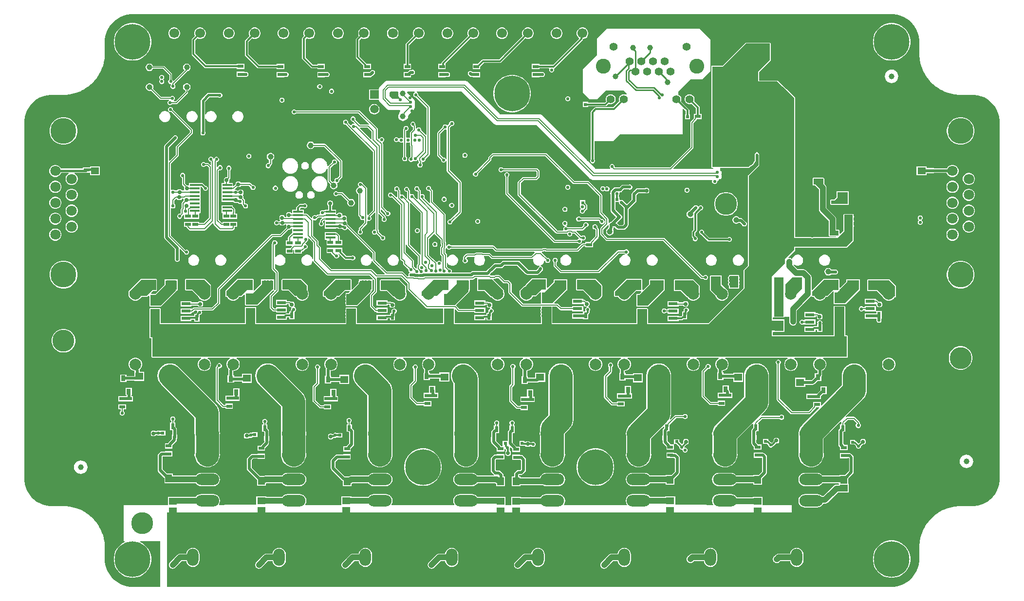
<source format=gbr>
%TF.GenerationSoftware,Altium Limited,Altium Designer,23.11.1 (41)*%
G04 Layer_Physical_Order=6*
G04 Layer_Color=16711680*
%FSLAX45Y45*%
%MOMM*%
%TF.SameCoordinates,42F4153E-1698-40C0-8701-72EE62771F10*%
%TF.FilePolarity,Positive*%
%TF.FileFunction,Copper,L6,Bot,Signal*%
%TF.Part,Single*%
G01*
G75*
%TA.AperFunction,Conductor*%
%ADD10C,0.21000*%
%TA.AperFunction,FiducialPad,Global*%
%ADD11C,1.00000*%
%TA.AperFunction,SMDPad,CuDef*%
%ADD12R,0.60000X1.00000*%
%ADD14R,0.58000X0.55000*%
%ADD17R,1.00000X0.60000*%
G04:AMPARAMS|DCode=24|XSize=0.63mm|YSize=0.61mm|CornerRadius=0.14945mm|HoleSize=0mm|Usage=FLASHONLY|Rotation=0.000|XOffset=0mm|YOffset=0mm|HoleType=Round|Shape=RoundedRectangle|*
%AMROUNDEDRECTD24*
21,1,0.63000,0.31110,0,0,0.0*
21,1,0.33110,0.61000,0,0,0.0*
1,1,0.29890,0.16555,-0.15555*
1,1,0.29890,-0.16555,-0.15555*
1,1,0.29890,-0.16555,0.15555*
1,1,0.29890,0.16555,0.15555*
%
%ADD24ROUNDEDRECTD24*%
%ADD28R,0.55000X0.58000*%
G04:AMPARAMS|DCode=29|XSize=0.63mm|YSize=0.61mm|CornerRadius=0.14945mm|HoleSize=0mm|Usage=FLASHONLY|Rotation=270.000|XOffset=0mm|YOffset=0mm|HoleType=Round|Shape=RoundedRectangle|*
%AMROUNDEDRECTD29*
21,1,0.63000,0.31110,0,0,270.0*
21,1,0.33110,0.61000,0,0,270.0*
1,1,0.29890,-0.15555,-0.16555*
1,1,0.29890,-0.15555,0.16555*
1,1,0.29890,0.15555,0.16555*
1,1,0.29890,0.15555,-0.16555*
%
%ADD29ROUNDEDRECTD29*%
%ADD30R,0.58000X0.50000*%
%ADD45R,0.90000X1.60000*%
%TA.AperFunction,Conductor*%
%ADD54C,1.00000*%
%ADD55C,0.20000*%
%ADD56C,0.30000*%
%ADD57C,0.50000*%
%ADD58C,0.15000*%
%ADD61C,0.40000*%
%ADD63C,4.00000*%
%ADD64C,0.14000*%
%ADD65C,0.22000*%
%TA.AperFunction,ComponentPad*%
%ADD73C,6.20000*%
%TA.AperFunction,ViaPad*%
%ADD74C,3.80000*%
%TA.AperFunction,ComponentPad*%
%ADD75C,2.00000*%
%ADD76C,4.50000*%
%ADD77C,1.80000*%
%ADD78R,1.50000X1.50000*%
%ADD79C,1.50000*%
%ADD80C,2.60000*%
%ADD81C,1.40000*%
%ADD82C,2.20000*%
%ADD83C,1.70000*%
%ADD84O,2.00000X3.00000*%
%ADD85O,4.10000X2.00000*%
%TA.AperFunction,ViaPad*%
%ADD86C,0.55000*%
%TA.AperFunction,SMDPad,CuDef*%
%ADD88R,1.80000X2.10000*%
%ADD89C,1.00000*%
%AMCUSTOMSHAPE90*
4,1,21,32.25000,14.15000,32.25000,13.45000,30.00000,11.20000,30.00000,0.80000,43.00000,0.80000,43.00000,-2.80000,-77.70000,-2.80000,-77.70000,2.90000,19.00000,2.90000,25.20000,9.10000,25.20000,12.20000,26.00000,13.00000,26.00000,28.70000,27.80000,30.50000,27.80000,32.40000,26.50000,33.70000,20.30000,33.70000,20.30000,45.10000,30.90000,45.10000,33.90000,42.20000,33.90000,15.80000,32.25000,14.15000,0.0*%
%ADD90CUSTOMSHAPE90*%

%TA.AperFunction,ConnectorPad*%
%AMCUSTOMSHAPE91*
4,1,18,50.62300,16.30800,50.62300,44.50800,43.02680,52.11315,43.02300,63.40800,39.32300,67.10800,33.62300,67.10800,33.62300,77.60800,45.52300,77.60800,51.42300,71.70800,51.42300,55.30800,57.12300,49.60800,57.12300,13.20800,41.72300,-2.19200,-67.67700,-2.19200,-67.67700,2.60800,39.82300,2.60800,43.22300,6.00800,43.22300,8.90800,50.62300,16.30800,0.0*%
%ADD91CUSTOMSHAPE91*%

%TA.AperFunction,SMDPad,CuDef*%
%ADD92R,1.40000X1.20000*%
%ADD93R,1.65543X0.38077*%
%ADD94R,1.60000X0.61000*%
%ADD95R,1.40000X1.30000*%
%ADD96R,0.80000X1.00000*%
%ADD97R,1.20000X1.35000*%
%TA.AperFunction,Conductor*%
%ADD98R,1.57877X0.83009*%
%ADD99R,1.70000X1.00000*%
G36*
X15193768Y9971403D02*
X15254495Y9955131D01*
X15312582Y9931071D01*
X15367027Y9899637D01*
X15416907Y9861364D01*
X15461363Y9816907D01*
X15499637Y9767028D01*
X15531071Y9712582D01*
X15555132Y9654495D01*
X15571404Y9593768D01*
X15579610Y9531435D01*
Y9500000D01*
Y9300000D01*
X15579659Y9299751D01*
X15579616Y9299500D01*
X15580460Y9265152D01*
X15580624Y9264410D01*
X15580551Y9263654D01*
X15587283Y9195290D01*
X15587578Y9194322D01*
Y9193310D01*
X15600980Y9125936D01*
X15601367Y9125001D01*
X15601466Y9123994D01*
X15621407Y9058258D01*
X15621883Y9057366D01*
X15622081Y9056374D01*
X15648369Y8992908D01*
X15648930Y8992067D01*
X15649225Y8991099D01*
X15681607Y8930516D01*
X15682248Y8929734D01*
X15682635Y8928800D01*
X15720799Y8871682D01*
X15721516Y8870967D01*
X15721992Y8870075D01*
X15765572Y8816973D01*
X15766354Y8816332D01*
X15766916Y8815490D01*
X15815491Y8766916D01*
X15816331Y8766354D01*
X15816972Y8765572D01*
X15870074Y8721992D01*
X15870967Y8721516D01*
X15871683Y8720800D01*
X15928799Y8682636D01*
X15929733Y8682249D01*
X15930516Y8681607D01*
X15991100Y8649225D01*
X15992067Y8648931D01*
X15992908Y8648369D01*
X16056374Y8622081D01*
X16057365Y8621883D01*
X16058258Y8621407D01*
X16123994Y8601466D01*
X16125002Y8601367D01*
X16125935Y8600979D01*
X16193311Y8587578D01*
X16194322D01*
X16195290Y8587284D01*
X16263654Y8580551D01*
X16264410Y8580625D01*
X16265152Y8580459D01*
X16299500Y8579616D01*
X16299750Y8579659D01*
X16300000Y8579609D01*
X16531435D01*
X16593768Y8571403D01*
X16654495Y8555131D01*
X16712582Y8531071D01*
X16767027Y8499637D01*
X16816907Y8461364D01*
X16861363Y8416907D01*
X16899637Y8367028D01*
X16931071Y8312582D01*
X16955132Y8254495D01*
X16971404Y8193768D01*
X16979610Y8131435D01*
Y8100000D01*
Y1900000D01*
Y1868564D01*
X16971404Y1806232D01*
X16955132Y1745503D01*
X16931071Y1687418D01*
X16899637Y1632972D01*
X16861365Y1583094D01*
X16816907Y1538637D01*
X16767027Y1500363D01*
X16712582Y1468929D01*
X16654495Y1444868D01*
X16593768Y1428597D01*
X16531435Y1420391D01*
X16300000D01*
X16299750Y1420341D01*
X16299500Y1420385D01*
X16265152Y1419541D01*
X16264410Y1419375D01*
X16263654Y1419449D01*
X16195290Y1412716D01*
X16194322Y1412422D01*
X16193311D01*
X16125935Y1399020D01*
X16125002Y1398633D01*
X16123994Y1398534D01*
X16058258Y1378593D01*
X16057365Y1378116D01*
X16056374Y1377919D01*
X15992908Y1351631D01*
X15992067Y1351069D01*
X15991100Y1350775D01*
X15930516Y1318393D01*
X15929733Y1317751D01*
X15928799Y1317364D01*
X15871683Y1279199D01*
X15870967Y1278484D01*
X15870074Y1278007D01*
X15816972Y1234428D01*
X15816331Y1233646D01*
X15815491Y1233084D01*
X15766916Y1184510D01*
X15766354Y1183668D01*
X15765572Y1183027D01*
X15721992Y1129925D01*
X15721516Y1129033D01*
X15720799Y1128318D01*
X15682635Y1071200D01*
X15682249Y1070265D01*
X15681607Y1069484D01*
X15649225Y1008901D01*
X15648930Y1007933D01*
X15648369Y1007092D01*
X15622081Y943626D01*
X15621883Y942634D01*
X15621407Y941742D01*
X15601466Y876005D01*
X15601367Y874999D01*
X15600980Y874064D01*
X15587578Y806689D01*
Y805678D01*
X15587283Y804710D01*
X15580551Y736346D01*
X15580624Y735590D01*
X15580460Y734848D01*
X15579616Y700501D01*
X15579659Y700250D01*
X15579610Y700000D01*
Y500000D01*
Y468564D01*
X15571404Y406232D01*
X15555132Y345503D01*
X15531071Y287418D01*
X15499637Y232972D01*
X15461365Y183094D01*
X15416907Y138637D01*
X15367027Y100363D01*
X15312582Y68929D01*
X15254495Y44868D01*
X15193768Y28597D01*
X15131435Y20391D01*
X2500000D01*
Y1310000D01*
X13360001D01*
Y1440000D01*
X12856000D01*
Y1581000D01*
X12684000D01*
Y1571569D01*
X12407126D01*
X12406326Y1573501D01*
X12387732Y1597732D01*
X12363500Y1616326D01*
X12335282Y1628014D01*
X12305000Y1632001D01*
X12095000D01*
X12064718Y1628014D01*
X12036500Y1616326D01*
X12012268Y1597732D01*
X11993674Y1573501D01*
X11981986Y1545282D01*
X11977999Y1515000D01*
X11981986Y1484718D01*
X11993674Y1456499D01*
X11997595Y1451390D01*
X11991978Y1440000D01*
X11880000D01*
Y1450000D01*
X11336000D01*
Y1591000D01*
X11164000D01*
Y1581569D01*
X10900134D01*
X10887732Y1597732D01*
X10863500Y1616326D01*
X10835282Y1628014D01*
X10805000Y1632001D01*
X10595000D01*
X10564718Y1628014D01*
X10536500Y1616326D01*
X10512268Y1597732D01*
X10493674Y1573501D01*
X10481986Y1545282D01*
X10477999Y1515000D01*
X10481986Y1484718D01*
X10493674Y1456499D01*
X10497595Y1451390D01*
X10491977Y1440000D01*
X9408022D01*
X9402405Y1451390D01*
X9406326Y1456499D01*
X9418014Y1484718D01*
X9422001Y1515000D01*
X9418014Y1545282D01*
X9406326Y1573501D01*
X9387732Y1597732D01*
X9363500Y1616326D01*
X9335282Y1628014D01*
X9305000Y1632001D01*
X9095000D01*
X9064718Y1628014D01*
X9036500Y1616326D01*
X9012268Y1597732D01*
X8993674Y1573501D01*
X8992874Y1571569D01*
X8656000D01*
Y1581000D01*
X8484000D01*
Y1440000D01*
X8386000D01*
Y1581000D01*
X8284327D01*
X8280000Y1581569D01*
X7900134D01*
X7887732Y1597732D01*
X7863500Y1616326D01*
X7835282Y1628014D01*
X7805000Y1632001D01*
X7595000D01*
X7564718Y1628014D01*
X7536500Y1616326D01*
X7512268Y1597732D01*
X7493674Y1573501D01*
X7481986Y1545282D01*
X7477999Y1515000D01*
X7481986Y1484718D01*
X7493674Y1456499D01*
X7497595Y1451390D01*
X7491978Y1440000D01*
X6408022D01*
X6402405Y1451390D01*
X6406326Y1456499D01*
X6418014Y1484718D01*
X6422001Y1515000D01*
X6418014Y1545282D01*
X6406326Y1573501D01*
X6387732Y1597732D01*
X6363500Y1616326D01*
X6335282Y1628014D01*
X6305000Y1632001D01*
X6095000D01*
X6064718Y1628014D01*
X6036500Y1616326D01*
X6012268Y1597732D01*
X5999866Y1581569D01*
X5706000D01*
Y1591000D01*
X5534000D01*
Y1440000D01*
X4908022D01*
X4902405Y1451390D01*
X4906326Y1456499D01*
X4918014Y1484718D01*
X4922001Y1515000D01*
X4918014Y1545282D01*
X4906326Y1573501D01*
X4887732Y1597732D01*
X4863500Y1616326D01*
X4835282Y1628014D01*
X4805000Y1632001D01*
X4595000D01*
X4564718Y1628014D01*
X4536500Y1616326D01*
X4512268Y1597732D01*
X4499866Y1581569D01*
X4226000D01*
Y1591000D01*
X4054000D01*
Y1450000D01*
X3500000D01*
Y1440000D01*
X3408022D01*
X3402405Y1451390D01*
X3406326Y1456499D01*
X3418014Y1484718D01*
X3422001Y1515000D01*
X3418014Y1545282D01*
X3406326Y1573501D01*
X3387732Y1597732D01*
X3363500Y1616326D01*
X3335282Y1628014D01*
X3305000Y1632001D01*
X3095000D01*
X3064718Y1628014D01*
X3036500Y1616326D01*
X3012268Y1597732D01*
X2999866Y1581569D01*
X2600000D01*
X2595672Y1581000D01*
X2514000D01*
Y1440000D01*
X1750000D01*
Y810000D01*
X1762358D01*
X1765407Y797300D01*
X1729139Y778820D01*
X1687625Y748659D01*
X1651341Y712375D01*
X1621180Y670861D01*
X1597884Y625140D01*
X1582027Y576338D01*
X1574000Y525657D01*
Y474343D01*
X1582027Y423662D01*
X1597884Y374860D01*
X1621180Y329139D01*
X1651341Y287625D01*
X1687625Y251341D01*
X1729139Y221180D01*
X1774860Y197884D01*
X1823662Y182027D01*
X1874343Y174000D01*
X1925657D01*
X1976338Y182027D01*
X2025140Y197884D01*
X2070861Y221180D01*
X2112375Y251341D01*
X2148659Y287625D01*
X2178820Y329139D01*
X2202116Y374860D01*
X2217973Y423662D01*
X2226000Y474343D01*
Y525657D01*
X2217973Y576338D01*
X2202116Y625140D01*
X2178820Y670861D01*
X2148659Y712375D01*
X2112375Y748659D01*
X2070861Y778820D01*
X2034593Y797300D01*
X2037642Y810000D01*
X2380000D01*
Y20391D01*
X1868564D01*
X1806232Y28597D01*
X1745503Y44869D01*
X1687418Y68929D01*
X1632972Y100363D01*
X1583094Y138636D01*
X1538637Y183093D01*
X1500363Y232972D01*
X1468929Y287418D01*
X1444868Y345505D01*
X1428597Y406232D01*
X1420391Y468564D01*
Y500000D01*
Y700000D01*
X1420341Y700250D01*
X1420385Y700501D01*
X1419541Y734848D01*
X1419375Y735590D01*
X1419449Y736346D01*
X1412716Y804710D01*
X1412422Y805678D01*
Y806690D01*
X1399020Y874064D01*
X1398633Y874999D01*
X1398534Y876005D01*
X1378593Y941742D01*
X1378116Y942634D01*
X1377919Y943626D01*
X1351631Y1007092D01*
X1351069Y1007933D01*
X1350775Y1008901D01*
X1318393Y1069484D01*
X1317751Y1070265D01*
X1317364Y1071200D01*
X1279199Y1128318D01*
X1278484Y1129033D01*
X1278007Y1129925D01*
X1234428Y1183027D01*
X1233646Y1183668D01*
X1233084Y1184510D01*
X1184510Y1233084D01*
X1183668Y1233646D01*
X1183027Y1234428D01*
X1129925Y1278007D01*
X1129033Y1278484D01*
X1128318Y1279199D01*
X1071200Y1317364D01*
X1070265Y1317751D01*
X1069484Y1318393D01*
X1008901Y1350775D01*
X1007933Y1351068D01*
X1007092Y1351631D01*
X943626Y1377919D01*
X942634Y1378116D01*
X941742Y1378593D01*
X876005Y1398534D01*
X874999Y1398633D01*
X874064Y1399020D01*
X806689Y1412422D01*
X805678D01*
X804710Y1412716D01*
X736346Y1419449D01*
X735590Y1419375D01*
X734848Y1419541D01*
X700501Y1420385D01*
X700250Y1420341D01*
X700000Y1420391D01*
X468564D01*
X406232Y1428597D01*
X345503Y1444869D01*
X287418Y1468929D01*
X232972Y1500363D01*
X183094Y1538636D01*
X138637Y1583093D01*
X100363Y1632972D01*
X68929Y1687418D01*
X44868Y1745505D01*
X28597Y1806232D01*
X20391Y1868564D01*
Y1900000D01*
Y8100000D01*
Y8131435D01*
X28597Y8193768D01*
X44869Y8254496D01*
X68929Y8312582D01*
X100363Y8367028D01*
X138636Y8416906D01*
X183093Y8461363D01*
X232972Y8499637D01*
X287418Y8531071D01*
X345505Y8555131D01*
X406232Y8571403D01*
X468564Y8579609D01*
X700000D01*
X700250Y8579659D01*
X700501Y8579616D01*
X734848Y8580459D01*
X735590Y8580625D01*
X736346Y8580551D01*
X804710Y8587284D01*
X805678Y8587578D01*
X806690D01*
X874064Y8600979D01*
X874999Y8601367D01*
X876005Y8601466D01*
X941742Y8621407D01*
X942634Y8621883D01*
X943626Y8622081D01*
X1007092Y8648369D01*
X1007933Y8648931D01*
X1008901Y8649225D01*
X1069484Y8681607D01*
X1070265Y8682248D01*
X1071200Y8682636D01*
X1128318Y8720800D01*
X1129033Y8721516D01*
X1129925Y8721992D01*
X1183027Y8765572D01*
X1183668Y8766354D01*
X1184510Y8766916D01*
X1233084Y8815490D01*
X1233646Y8816331D01*
X1234428Y8816973D01*
X1278007Y8870075D01*
X1278484Y8870967D01*
X1279199Y8871682D01*
X1317364Y8928800D01*
X1317751Y8929734D01*
X1318393Y8930516D01*
X1350775Y8991099D01*
X1351068Y8992067D01*
X1351631Y8992908D01*
X1377919Y9056374D01*
X1378116Y9057366D01*
X1378593Y9058258D01*
X1398534Y9123994D01*
X1398633Y9125001D01*
X1399020Y9125936D01*
X1412422Y9193311D01*
Y9194322D01*
X1412716Y9195290D01*
X1419449Y9263654D01*
X1419375Y9264410D01*
X1419541Y9265152D01*
X1420385Y9299500D01*
X1420341Y9299751D01*
X1420391Y9300000D01*
Y9500000D01*
Y9531435D01*
X1428597Y9593768D01*
X1444869Y9654496D01*
X1468929Y9712582D01*
X1500363Y9767028D01*
X1538636Y9816906D01*
X1583093Y9861363D01*
X1632972Y9899637D01*
X1687418Y9931071D01*
X1745505Y9955131D01*
X1806232Y9971403D01*
X1868564Y9979609D01*
X15131435D01*
X15193768Y9971403D01*
D02*
G37*
%LPC*%
G36*
X9288297Y9751000D02*
X9261703D01*
X9236016Y9744117D01*
X9212985Y9730820D01*
X9194180Y9712015D01*
X9180883Y9688984D01*
X9174000Y9663297D01*
Y9636703D01*
X9180883Y9611016D01*
X9194180Y9587985D01*
X9212985Y9569180D01*
X9236016Y9555883D01*
X9261703Y9549000D01*
X9288297D01*
X9313984Y9555883D01*
X9337015Y9569180D01*
X9355820Y9587985D01*
X9369117Y9611016D01*
X9376000Y9636703D01*
Y9663297D01*
X9369117Y9688984D01*
X9355820Y9712015D01*
X9337015Y9730820D01*
X9313984Y9744117D01*
X9288297Y9751000D01*
D02*
G37*
G36*
X8788297D02*
X8761703D01*
X8736016Y9744117D01*
X8712985Y9730820D01*
X8694180Y9712015D01*
X8680883Y9688984D01*
X8674000Y9663297D01*
Y9636703D01*
X8680883Y9611016D01*
X8684702Y9604401D01*
X8276908Y9196607D01*
X7997340D01*
X7985244Y9194201D01*
X7974990Y9187350D01*
X7903642Y9116002D01*
X7814023D01*
Y9024002D01*
X7946023D01*
Y9068984D01*
X8010432Y9133393D01*
X8290000D01*
X8302096Y9135799D01*
X8312350Y9142650D01*
X8729401Y9559702D01*
X8736016Y9555883D01*
X8761703Y9549000D01*
X8788297D01*
X8813984Y9555883D01*
X8837015Y9569180D01*
X8855820Y9587985D01*
X8869117Y9611016D01*
X8876000Y9636703D01*
Y9663297D01*
X8869117Y9688984D01*
X8855820Y9712015D01*
X8837015Y9730820D01*
X8813984Y9744117D01*
X8788297Y9751000D01*
D02*
G37*
G36*
X8338297D02*
X8311703D01*
X8286015Y9744117D01*
X8262984Y9730820D01*
X8244180Y9712015D01*
X8230883Y9688984D01*
X8224000Y9663297D01*
Y9636703D01*
X8230883Y9611016D01*
X8244180Y9587985D01*
X8262984Y9569180D01*
X8286015Y9555883D01*
X8311703Y9549000D01*
X8338297D01*
X8363984Y9555883D01*
X8387015Y9569180D01*
X8405820Y9587985D01*
X8419117Y9611016D01*
X8426000Y9636703D01*
Y9663297D01*
X8419117Y9688984D01*
X8405820Y9712015D01*
X8387015Y9730820D01*
X8363984Y9744117D01*
X8338297Y9751000D01*
D02*
G37*
G36*
X7838297D02*
X7811703D01*
X7786016Y9744117D01*
X7762985Y9730820D01*
X7744180Y9712015D01*
X7730883Y9688984D01*
X7724000Y9663297D01*
Y9636703D01*
X7730883Y9611016D01*
X7734702Y9604401D01*
X7280078Y9149778D01*
X7273227Y9139524D01*
X7270821Y9127428D01*
Y9116002D01*
X7214023D01*
Y9024002D01*
X7346023D01*
Y9116002D01*
X7346023D01*
X7343000Y9123300D01*
X7779401Y9559702D01*
X7786016Y9555883D01*
X7811703Y9549000D01*
X7838297D01*
X7863985Y9555883D01*
X7887015Y9569180D01*
X7905820Y9587985D01*
X7919117Y9611016D01*
X7926000Y9636703D01*
Y9663297D01*
X7919117Y9688984D01*
X7905820Y9712015D01*
X7887015Y9730820D01*
X7863985Y9744117D01*
X7838297Y9751000D01*
D02*
G37*
G36*
X7388297D02*
X7361703D01*
X7336016Y9744117D01*
X7312985Y9730820D01*
X7294180Y9712015D01*
X7280883Y9688984D01*
X7274000Y9663297D01*
Y9636703D01*
X7280883Y9611016D01*
X7294180Y9587985D01*
X7312985Y9569180D01*
X7336016Y9555883D01*
X7361703Y9549000D01*
X7388297D01*
X7413984Y9555883D01*
X7437015Y9569180D01*
X7455820Y9587985D01*
X7469117Y9611016D01*
X7476000Y9636703D01*
Y9663297D01*
X7469117Y9688984D01*
X7455820Y9712015D01*
X7437015Y9730820D01*
X7413984Y9744117D01*
X7388297Y9751000D01*
D02*
G37*
G36*
X6888297D02*
X6861703D01*
X6836016Y9744117D01*
X6812985Y9730820D01*
X6794180Y9712015D01*
X6780883Y9688984D01*
X6774000Y9663297D01*
Y9636703D01*
X6780883Y9611016D01*
X6784702Y9604401D01*
X6657673Y9477372D01*
X6650821Y9467118D01*
X6648415Y9455023D01*
Y9116002D01*
X6614023D01*
Y9024002D01*
X6746023D01*
Y9116002D01*
X6711630D01*
Y9441931D01*
X6829401Y9559702D01*
X6836016Y9555883D01*
X6861703Y9549000D01*
X6888297D01*
X6913984Y9555883D01*
X6937015Y9569180D01*
X6955820Y9587985D01*
X6969117Y9611016D01*
X6976000Y9636703D01*
Y9663297D01*
X6969117Y9688984D01*
X6955820Y9712015D01*
X6937015Y9730820D01*
X6913984Y9744117D01*
X6888297Y9751000D01*
D02*
G37*
G36*
X6438297D02*
X6411703D01*
X6386015Y9744117D01*
X6362984Y9730820D01*
X6344180Y9712015D01*
X6330883Y9688984D01*
X6324000Y9663297D01*
Y9636703D01*
X6330883Y9611016D01*
X6344180Y9587985D01*
X6362984Y9569180D01*
X6386015Y9555883D01*
X6411703Y9549000D01*
X6438297D01*
X6463984Y9555883D01*
X6487015Y9569180D01*
X6505820Y9587985D01*
X6519117Y9611016D01*
X6526000Y9636703D01*
Y9663297D01*
X6519117Y9688984D01*
X6505820Y9712015D01*
X6487015Y9730820D01*
X6463984Y9744117D01*
X6438297Y9751000D01*
D02*
G37*
G36*
X5938297D02*
X5911703D01*
X5886016Y9744117D01*
X5862985Y9730820D01*
X5844180Y9712015D01*
X5830883Y9688984D01*
X5824000Y9663297D01*
Y9636703D01*
X5830883Y9611016D01*
X5834702Y9604401D01*
X5792650Y9562350D01*
X5785799Y9552096D01*
X5783393Y9540000D01*
Y9235024D01*
X5785799Y9222928D01*
X5792650Y9212674D01*
X5913415Y9091910D01*
Y9085002D01*
X5914022Y9081947D01*
Y9024002D01*
X6046022D01*
Y9116002D01*
X5974441D01*
X5974224Y9117098D01*
X5967372Y9127352D01*
X5846607Y9248116D01*
Y9526908D01*
X5879401Y9559702D01*
X5886016Y9555883D01*
X5911703Y9549000D01*
X5938297D01*
X5963985Y9555883D01*
X5987015Y9569180D01*
X6005820Y9587985D01*
X6019117Y9611016D01*
X6026000Y9636703D01*
Y9663297D01*
X6019117Y9688984D01*
X6005820Y9712015D01*
X5987015Y9730820D01*
X5963985Y9744117D01*
X5938297Y9751000D01*
D02*
G37*
G36*
X5488297D02*
X5461703D01*
X5436016Y9744117D01*
X5412985Y9730820D01*
X5394180Y9712015D01*
X5380883Y9688984D01*
X5374000Y9663297D01*
Y9636703D01*
X5380883Y9611016D01*
X5394180Y9587985D01*
X5412985Y9569180D01*
X5436016Y9555883D01*
X5461703Y9549000D01*
X5488297D01*
X5513984Y9555883D01*
X5537015Y9569180D01*
X5555820Y9587985D01*
X5569117Y9611016D01*
X5576000Y9636703D01*
Y9663297D01*
X5569117Y9688984D01*
X5555820Y9712015D01*
X5537015Y9730820D01*
X5513984Y9744117D01*
X5488297Y9751000D01*
D02*
G37*
G36*
X4988297D02*
X4961703D01*
X4936016Y9744117D01*
X4912985Y9730820D01*
X4894180Y9712015D01*
X4880883Y9688984D01*
X4874000Y9663297D01*
Y9636703D01*
X4880883Y9611016D01*
X4884702Y9604401D01*
X4857650Y9577350D01*
X4850799Y9567096D01*
X4848393Y9555000D01*
Y9215000D01*
X4850799Y9202904D01*
X4857650Y9192650D01*
X5002648Y9047652D01*
X5012903Y9040801D01*
X5024998Y9038395D01*
X5114022D01*
Y9024002D01*
X5246022D01*
Y9116002D01*
X5114022D01*
Y9101609D01*
X5038090D01*
X4911607Y9228092D01*
Y9541908D01*
X4929401Y9559702D01*
X4936016Y9555883D01*
X4961703Y9549000D01*
X4988297D01*
X5013984Y9555883D01*
X5037015Y9569180D01*
X5055820Y9587985D01*
X5069117Y9611016D01*
X5076000Y9636703D01*
Y9663297D01*
X5069117Y9688984D01*
X5055820Y9712015D01*
X5037015Y9730820D01*
X5013984Y9744117D01*
X4988297Y9751000D01*
D02*
G37*
G36*
X4538297D02*
X4511703D01*
X4486015Y9744117D01*
X4462984Y9730820D01*
X4444180Y9712015D01*
X4430883Y9688984D01*
X4424000Y9663297D01*
Y9636703D01*
X4430883Y9611016D01*
X4444180Y9587985D01*
X4462984Y9569180D01*
X4486015Y9555883D01*
X4511703Y9549000D01*
X4538297D01*
X4563984Y9555883D01*
X4587015Y9569180D01*
X4605820Y9587985D01*
X4619117Y9611016D01*
X4626000Y9636703D01*
Y9663297D01*
X4619117Y9688984D01*
X4605820Y9712015D01*
X4587015Y9730820D01*
X4563984Y9744117D01*
X4538297Y9751000D01*
D02*
G37*
G36*
X4038297D02*
X4011703D01*
X3986016Y9744117D01*
X3962985Y9730820D01*
X3944180Y9712015D01*
X3930883Y9688984D01*
X3924000Y9663297D01*
Y9636703D01*
X3930883Y9611016D01*
X3934702Y9604401D01*
X3862650Y9532350D01*
X3855799Y9522096D01*
X3853393Y9510000D01*
Y9275000D01*
X3855799Y9262904D01*
X3862650Y9252650D01*
X4067650Y9047650D01*
X4077904Y9040799D01*
X4090000Y9038393D01*
X4409000D01*
Y9024000D01*
X4541000D01*
Y9116000D01*
X4409000D01*
Y9101607D01*
X4103092D01*
X3916607Y9288092D01*
Y9496908D01*
X3979401Y9559702D01*
X3986016Y9555883D01*
X4011703Y9549000D01*
X4038297D01*
X4063985Y9555883D01*
X4087015Y9569180D01*
X4105820Y9587985D01*
X4119117Y9611016D01*
X4126000Y9636703D01*
Y9663297D01*
X4119117Y9688984D01*
X4105820Y9712015D01*
X4087015Y9730820D01*
X4063985Y9744117D01*
X4038297Y9751000D01*
D02*
G37*
G36*
X3588297D02*
X3561703D01*
X3536016Y9744117D01*
X3512985Y9730820D01*
X3494180Y9712015D01*
X3480883Y9688984D01*
X3474000Y9663297D01*
Y9636703D01*
X3480883Y9611016D01*
X3494180Y9587985D01*
X3512985Y9569180D01*
X3536016Y9555883D01*
X3561703Y9549000D01*
X3588297D01*
X3613984Y9555883D01*
X3637015Y9569180D01*
X3655820Y9587985D01*
X3669117Y9611016D01*
X3676000Y9636703D01*
Y9663297D01*
X3669117Y9688984D01*
X3655820Y9712015D01*
X3637015Y9730820D01*
X3613984Y9744117D01*
X3588297Y9751000D01*
D02*
G37*
G36*
X3088297D02*
X3061703D01*
X3036016Y9744117D01*
X3012985Y9730820D01*
X2994180Y9712015D01*
X2980883Y9688984D01*
X2974000Y9663297D01*
Y9636703D01*
X2980883Y9611016D01*
X2984702Y9604401D01*
X2937650Y9557350D01*
X2930799Y9547096D01*
X2928393Y9535000D01*
Y9285000D01*
X2930799Y9272904D01*
X2937650Y9262650D01*
X3147650Y9052650D01*
X3157904Y9045799D01*
X3170000Y9043393D01*
X3714000D01*
Y9029000D01*
X3846000D01*
Y9121000D01*
X3714000D01*
Y9106607D01*
X3183092D01*
X2991607Y9298092D01*
Y9521908D01*
X3029401Y9559702D01*
X3036016Y9555883D01*
X3061703Y9549000D01*
X3088297D01*
X3113984Y9555883D01*
X3137015Y9569180D01*
X3155820Y9587985D01*
X3169117Y9611016D01*
X3176000Y9636703D01*
Y9663297D01*
X3169117Y9688984D01*
X3155820Y9712015D01*
X3137015Y9730820D01*
X3113984Y9744117D01*
X3088297Y9751000D01*
D02*
G37*
G36*
X2638297D02*
X2611703D01*
X2586015Y9744117D01*
X2562984Y9730820D01*
X2544180Y9712015D01*
X2530883Y9688984D01*
X2524000Y9663297D01*
Y9636703D01*
X2530883Y9611016D01*
X2544180Y9587985D01*
X2562984Y9569180D01*
X2586015Y9555883D01*
X2611703Y9549000D01*
X2638297D01*
X2663984Y9555883D01*
X2687015Y9569180D01*
X2705820Y9587985D01*
X2719117Y9611016D01*
X2726000Y9636703D01*
Y9663297D01*
X2719117Y9688984D01*
X2705820Y9712015D01*
X2687015Y9730820D01*
X2663984Y9744117D01*
X2638297Y9751000D01*
D02*
G37*
G36*
X12980000Y9486314D02*
X12570001Y9486313D01*
X12570000Y9486314D01*
X12563757Y9485071D01*
X12558465Y9481535D01*
X12558464Y9481535D01*
X12163243Y9086313D01*
X11980000D01*
X11973757Y9085071D01*
X11968465Y9081535D01*
X11964928Y9076243D01*
X11963687Y9070000D01*
Y7320000D01*
X11964928Y7313757D01*
X11968465Y7308465D01*
X11973757Y7304928D01*
X11980000Y7303687D01*
X11994662D01*
X12001185Y7290987D01*
X12000238Y7289665D01*
X11308749D01*
X11303888Y7301398D01*
X11643744Y7641254D01*
X11643745Y7641255D01*
X11649492Y7649855D01*
X11651510Y7660000D01*
X11651509Y7660001D01*
Y8084020D01*
X11708745Y8141255D01*
X11714491Y8149855D01*
X11715316Y8154000D01*
X11796000D01*
Y8246000D01*
X11761607D01*
Y8359199D01*
X11759201Y8371295D01*
X11752350Y8381549D01*
X11665517Y8468382D01*
X11666339Y8469805D01*
X11672199Y8491678D01*
Y8514322D01*
X11666339Y8536195D01*
X11655017Y8555805D01*
X11639005Y8571817D01*
X11619394Y8583139D01*
X11597522Y8589000D01*
X11574878D01*
X11553005Y8583139D01*
X11533395Y8571817D01*
X11517383Y8555805D01*
X11506060Y8536195D01*
X11500200Y8514322D01*
Y8491678D01*
X11506060Y8469805D01*
X11517383Y8450195D01*
X11533395Y8434183D01*
X11553005Y8422860D01*
X11574878Y8417000D01*
X11597522D01*
X11619394Y8422860D01*
X11620818Y8423682D01*
X11698393Y8346107D01*
Y8246000D01*
X11664000D01*
Y8182563D01*
X11663490Y8180000D01*
X11663491Y8179999D01*
Y8170981D01*
X11606255Y8113745D01*
X11600509Y8105145D01*
X11598491Y8095000D01*
X11598491Y8094999D01*
Y7670980D01*
X11246163Y7318653D01*
X10295447D01*
X10283713Y7319763D01*
Y7337068D01*
X10277091Y7353056D01*
X10264854Y7365293D01*
X10248866Y7371915D01*
X10231561D01*
X10215573Y7365293D01*
X10203336Y7353056D01*
X10196714Y7337068D01*
Y7319763D01*
X10203336Y7303775D01*
X10204746Y7302365D01*
X10199486Y7289665D01*
X9955170D01*
X9379917Y7864917D01*
X9025875Y8218960D01*
X9009790Y8231302D01*
X8991059Y8239061D01*
X8970958Y8241707D01*
X8289582D01*
X7729372Y8801917D01*
X7713287Y8814260D01*
X7694556Y8822018D01*
X7674455Y8824665D01*
X6339675D01*
X6319574Y8822018D01*
X6300842Y8814260D01*
X6284758Y8801917D01*
X6203083Y8720243D01*
X6190741Y8704158D01*
X6182982Y8685427D01*
X6181346Y8673000D01*
X6014000D01*
Y8491000D01*
X6182400D01*
X6182983Y8486573D01*
X6190741Y8467842D01*
X6203084Y8451757D01*
X6316758Y8338083D01*
X6332843Y8325741D01*
X6351574Y8317982D01*
X6371675Y8315335D01*
X6550345D01*
X6555962Y8303945D01*
X6553023Y8300114D01*
X6545264Y8281383D01*
X6542618Y8261282D01*
Y8251704D01*
X6532741Y8238832D01*
X6524982Y8220101D01*
X6522335Y8200000D01*
X6524982Y8179899D01*
X6532741Y8161168D01*
X6545083Y8145083D01*
X6561168Y8132741D01*
X6579899Y8124982D01*
X6600000Y8122336D01*
X6620101Y8124982D01*
X6638832Y8132741D01*
X6654917Y8145083D01*
X6675199Y8165365D01*
X6687542Y8181450D01*
X6695300Y8200181D01*
X6697947Y8220282D01*
Y8229113D01*
X6789917Y8321083D01*
X6802259Y8337168D01*
X6810018Y8355899D01*
X6812665Y8376000D01*
Y8384799D01*
X6810018Y8404900D01*
X6807284Y8411500D01*
X6810018Y8418100D01*
X6812665Y8438201D01*
Y8447000D01*
X6810018Y8467101D01*
X6802259Y8485832D01*
X6789917Y8501917D01*
X6675516Y8616318D01*
X6675079Y8619636D01*
X6674999Y8622279D01*
X6682835Y8632336D01*
X6804492D01*
X6807019Y8619636D01*
X6800360Y8616877D01*
X6788123Y8604641D01*
X6781500Y8588653D01*
Y8571347D01*
X6788123Y8555360D01*
X6800360Y8543123D01*
X6816347Y8536500D01*
X6831010D01*
X7015556Y8351954D01*
Y7883527D01*
X7003823Y7878667D01*
X6918500Y7963990D01*
Y7978653D01*
X6911877Y7994641D01*
X6899641Y8006877D01*
X6883653Y8013500D01*
X6866347D01*
X6850359Y8006877D01*
X6839209Y7995727D01*
X6834166Y7996338D01*
X6826509Y7999621D01*
Y8035783D01*
X6826510Y8035784D01*
X6824492Y8045929D01*
X6819377Y8053583D01*
X6820522Y8056347D01*
Y8073653D01*
X6813900Y8089641D01*
X6801663Y8101877D01*
X6785675Y8108500D01*
X6768370D01*
X6752382Y8101877D01*
X6740145Y8089641D01*
X6733523Y8073653D01*
Y8056347D01*
X6740145Y8040360D01*
X6752382Y8028123D01*
X6768370Y8021500D01*
X6773491D01*
Y7975980D01*
X6732597Y7935087D01*
X6726851Y7926487D01*
X6724833Y7916342D01*
X6724833Y7916341D01*
Y7833278D01*
X6712133Y7827916D01*
X6698653Y7833500D01*
X6681347D01*
X6673731Y7830345D01*
X6661031Y7838831D01*
Y7951500D01*
X6663653D01*
X6679640Y7958123D01*
X6691877Y7970359D01*
X6698500Y7986347D01*
Y8003653D01*
X6691877Y8019641D01*
X6679640Y8031877D01*
X6663653Y8038500D01*
X6646347D01*
X6630359Y8031877D01*
X6618123Y8019641D01*
X6611500Y8003653D01*
Y7986866D01*
X6610030Y7984667D01*
X6608012Y7974522D01*
X6608012Y7974520D01*
Y7831466D01*
X6595312Y7826205D01*
X6594641Y7826877D01*
X6578653Y7833500D01*
X6561347D01*
X6545360Y7826877D01*
X6539447Y7820965D01*
X6525246Y7822138D01*
X6524621Y7822732D01*
X6512977Y7834377D01*
X6496989Y7841000D01*
X6479683D01*
X6463695Y7834377D01*
X6451459Y7822140D01*
X6444836Y7806153D01*
Y7788847D01*
X6451459Y7772859D01*
X6463695Y7760623D01*
X6479683Y7754000D01*
X6496989D01*
X6512977Y7760623D01*
X6518889Y7766535D01*
X6533090Y7765362D01*
X6533715Y7764767D01*
X6545360Y7753123D01*
X6561347Y7746500D01*
X6578653D01*
X6594641Y7753123D01*
X6595312Y7753794D01*
X6608012Y7748534D01*
Y7499530D01*
X6598123Y7489641D01*
X6591500Y7473653D01*
Y7456347D01*
X6598123Y7440360D01*
X6610359Y7428123D01*
X6626347Y7421500D01*
X6643653D01*
X6659640Y7428123D01*
X6671877Y7440360D01*
X6678500Y7456347D01*
Y7473653D01*
X6671877Y7489641D01*
X6661031Y7500487D01*
Y7741169D01*
X6673731Y7749655D01*
X6681347Y7746500D01*
X6698653D01*
X6712133Y7752084D01*
X6724833Y7746722D01*
Y7704067D01*
X6724833Y7704066D01*
X6726851Y7693921D01*
X6732597Y7685321D01*
X6735491Y7682428D01*
Y7505370D01*
X6732665Y7502545D01*
X6727591Y7494950D01*
X6720073Y7491836D01*
X6707836Y7479600D01*
X6701214Y7463612D01*
Y7446306D01*
X6707836Y7430319D01*
X6720073Y7418082D01*
X6736061Y7411459D01*
X6753366D01*
X6769354Y7418082D01*
X6781591Y7430318D01*
X6793832Y7426684D01*
X6806347Y7421500D01*
X6823653D01*
X6839641Y7428123D01*
X6851877Y7440360D01*
X6857291Y7453428D01*
X6869991Y7450902D01*
Y7432841D01*
X6869991Y7432840D01*
X6872009Y7422695D01*
X6877755Y7414095D01*
X6881711Y7410139D01*
Y7394508D01*
X6875359Y7391877D01*
X6863123Y7379641D01*
X6856500Y7363653D01*
Y7346347D01*
X6863123Y7330359D01*
X6875359Y7318123D01*
X6891347Y7311500D01*
X6908653D01*
X6924640Y7318123D01*
X6936877Y7330359D01*
X6943500Y7346347D01*
Y7363653D01*
X6936877Y7379641D01*
X6934729Y7381789D01*
Y7407078D01*
X6941348Y7411500D01*
X6958653D01*
X6974641Y7418123D01*
X6986877Y7430360D01*
X6993500Y7446347D01*
Y7461010D01*
X7060811Y7528321D01*
X7066557Y7536921D01*
X7068575Y7547066D01*
Y8362935D01*
X7066557Y8373079D01*
X7060811Y8381679D01*
X7060810Y8381680D01*
X6868500Y8573990D01*
Y8588653D01*
X6861877Y8604641D01*
X6849641Y8616877D01*
X6842981Y8619636D01*
X6845508Y8632336D01*
X7626959D01*
X8187169Y8072126D01*
X8203254Y8059783D01*
X8221985Y8052025D01*
X8242086Y8049378D01*
X8923462D01*
X9254757Y7718083D01*
X9254760Y7718081D01*
X9852757Y7120083D01*
X9868842Y7107741D01*
X9887573Y7099982D01*
X9907674Y7097336D01*
X11973563D01*
X11980619Y7086776D01*
X11978498Y7081655D01*
Y7064350D01*
X11985120Y7048362D01*
X11997357Y7036125D01*
X12013345Y7029503D01*
X12030650D01*
X12046638Y7036125D01*
X12058875Y7048362D01*
X12065497Y7064350D01*
Y7080336D01*
X12070000D01*
X12090101Y7082982D01*
X12108833Y7090741D01*
X12124917Y7103083D01*
X12137260Y7119168D01*
X12145018Y7137899D01*
X12147665Y7158000D01*
X12145018Y7178101D01*
X12138640Y7193500D01*
X12145018Y7208899D01*
X12147665Y7229000D01*
X12145018Y7249101D01*
X12137260Y7267833D01*
X12124917Y7283917D01*
X12115704Y7290987D01*
X12120016Y7303687D01*
X12609999D01*
X12610000Y7303686D01*
X12616243Y7304928D01*
X12621535Y7308465D01*
X12644568Y7331497D01*
X12648634Y7332587D01*
X12677366Y7349175D01*
X12700825Y7372634D01*
X12717413Y7401366D01*
X12718503Y7405432D01*
X12731535Y7418465D01*
X12735072Y7423757D01*
X12736314Y7430000D01*
X12736313Y7430001D01*
Y7543242D01*
X12755000Y7561929D01*
X12783687Y7533242D01*
Y7356757D01*
X12608465Y7181535D01*
X12604929Y7176243D01*
X12603687Y7170000D01*
X12603687Y7169999D01*
Y5606757D01*
X12528465Y5531535D01*
X12524928Y5526243D01*
X12523686Y5520000D01*
X12523687Y5519999D01*
Y5216757D01*
X11913243Y4606313D01*
X10861313D01*
Y4850000D01*
X10860071Y4856243D01*
X10856535Y4861536D01*
X10856000Y4861893D01*
Y4863000D01*
X10854344D01*
X10851243Y4865072D01*
X10845000Y4866314D01*
X10680000D01*
X10673757Y4865072D01*
X10670656Y4863000D01*
X10664000D01*
Y4851577D01*
X10663687Y4850000D01*
Y4823931D01*
X10661500Y4818653D01*
Y4801347D01*
X10663687Y4796069D01*
Y4768931D01*
X10661500Y4763653D01*
Y4746347D01*
X10663687Y4741069D01*
Y4713931D01*
X10661500Y4708653D01*
Y4691347D01*
X10663687Y4686069D01*
Y4606313D01*
X9201313D01*
Y4890000D01*
X9204178Y4893491D01*
X9274019D01*
X9329755Y4837756D01*
X9329755Y4837755D01*
X9338355Y4832009D01*
X9348500Y4829991D01*
X9544000D01*
Y4810000D01*
X9722957D01*
X9733999Y4805999D01*
X9734000Y4797217D01*
X9734000Y4785533D01*
X9725020Y4776553D01*
X9645250D01*
X9642469Y4776000D01*
X9638538D01*
X9634500Y4776803D01*
X9630463Y4776000D01*
X9544000D01*
Y4683000D01*
X9734000D01*
Y4674000D01*
X9826000D01*
Y4758874D01*
X9837350Y4770224D01*
X9844201Y4780478D01*
X9846607Y4792574D01*
Y4810089D01*
X9851877Y4815359D01*
X9858500Y4831347D01*
Y4848653D01*
X9851877Y4864641D01*
X9839640Y4876877D01*
X9826337Y4882388D01*
X9825834Y4894757D01*
X9825931Y4895256D01*
X9826129Y4895296D01*
X9836365Y4902135D01*
X9843204Y4912371D01*
X9845606Y4924445D01*
Y4955555D01*
X9843204Y4967629D01*
X9836365Y4977865D01*
X9826129Y4984705D01*
X9814055Y4987106D01*
X9787884D01*
X9772745Y5002245D01*
X9764145Y5007992D01*
X9754000Y5010010D01*
X9753999Y5010009D01*
X9736000D01*
Y5030000D01*
X9544000D01*
Y4937000D01*
X9736000D01*
Y4937000D01*
X9748700Y4938314D01*
X9749394Y4937851D01*
Y4924445D01*
X9751795Y4912371D01*
X9758635Y4902135D01*
X9768871Y4895296D01*
X9780945Y4892894D01*
X9795840D01*
X9798366Y4880194D01*
X9790359Y4876877D01*
X9778123Y4864641D01*
X9771500Y4848653D01*
Y4831347D01*
X9776739Y4818700D01*
X9772263Y4808983D01*
X9769522Y4806000D01*
X9747043D01*
X9736001Y4810001D01*
X9736000Y4818783D01*
Y4903000D01*
X9544000D01*
Y4883009D01*
X9359480D01*
X9303745Y4938745D01*
X9295145Y4944492D01*
X9285000Y4946510D01*
X9284999Y4946509D01*
X9236174D01*
X9231313Y4958243D01*
X9447071Y5174000D01*
X9456000D01*
Y5188423D01*
X9456314Y5190000D01*
X9456313Y5190001D01*
Y5350000D01*
X9456000Y5351576D01*
Y5366000D01*
X9441577D01*
X9440000Y5366313D01*
X9423931D01*
X9418653Y5368500D01*
X9401347D01*
X9396069Y5366313D01*
X9368931D01*
X9363653Y5368500D01*
X9346347D01*
X9341069Y5366313D01*
X9313931D01*
X9308653Y5368500D01*
X9291347D01*
X9286069Y5366313D01*
X9240000D01*
X9238423Y5366000D01*
X9234000D01*
Y5365120D01*
X9233757Y5365072D01*
X9228465Y5361535D01*
X9224928Y5356243D01*
X9223687Y5350000D01*
Y5326757D01*
X9118047Y5221118D01*
X9106314Y5225978D01*
Y5370000D01*
X9105072Y5376243D01*
X9101536Y5381535D01*
X9096243Y5385072D01*
X9090000Y5386313D01*
X8850000D01*
X8843757Y5385072D01*
X8838464Y5381535D01*
X8838464Y5381535D01*
X8741964Y5285035D01*
X8738428Y5279743D01*
X8737604Y5275601D01*
X8733048Y5264601D01*
X8725400Y5256953D01*
X8714398Y5252396D01*
X8710257Y5251572D01*
X8704965Y5248036D01*
X8638465Y5181535D01*
X8634928Y5176243D01*
X8633686Y5170000D01*
X8633687Y5169999D01*
Y5090000D01*
X8634928Y5083757D01*
X8638287Y5078731D01*
X8641905Y5065226D01*
X8657177Y5038774D01*
X8678774Y5017177D01*
X8705226Y5001905D01*
X8734728Y4994000D01*
X8765272D01*
X8794774Y5001905D01*
X8821226Y5017177D01*
X8842823Y5038774D01*
X8858095Y5065226D01*
X8860362Y5073687D01*
X8910000D01*
X8916243Y5074928D01*
X8921535Y5078465D01*
X8921536Y5078465D01*
X8991300Y5148229D01*
X9004000Y5142969D01*
Y5141577D01*
X9003687Y5140000D01*
Y5118931D01*
X9001500Y5113653D01*
Y5096347D01*
X9003687Y5091069D01*
Y5063931D01*
X9001500Y5058653D01*
Y5041347D01*
X9003687Y5036069D01*
Y5008931D01*
X9001500Y5003653D01*
Y4986347D01*
X9003687Y4981069D01*
Y4950000D01*
X8991432Y4946509D01*
X8690980D01*
X8491509Y5145981D01*
Y5289999D01*
X8491510Y5290000D01*
X8489492Y5300145D01*
X8483745Y5308745D01*
X8483744Y5308746D01*
X8448745Y5343745D01*
X8440145Y5349491D01*
X8430000Y5351509D01*
X8429999Y5351509D01*
X8375980D01*
X8293745Y5433745D01*
X8285145Y5439492D01*
X8275000Y5441510D01*
X8274999Y5441509D01*
X8205001D01*
X8205000Y5441510D01*
X8194855Y5439492D01*
X8186255Y5433745D01*
X8186255Y5433744D01*
X8184020Y5431509D01*
X8135980D01*
X8131245Y5436245D01*
X8123276Y5441570D01*
X8122327Y5442502D01*
X8117965Y5455871D01*
X8123701Y5464456D01*
X8124178Y5466853D01*
X8145135Y5487810D01*
X8147998Y5488379D01*
X8161559Y5497441D01*
X8227316Y5563197D01*
X8310000D01*
X8325998Y5566379D01*
X8339559Y5575441D01*
X8372315Y5608197D01*
X8587685D01*
X8735746Y5460135D01*
X8749308Y5451073D01*
X8765306Y5447891D01*
X8939694D01*
X8955692Y5451073D01*
X8969254Y5460135D01*
X9025964Y5516845D01*
X9028793Y5521079D01*
X9033282Y5525568D01*
X9039904Y5541556D01*
Y5558862D01*
X9033282Y5574849D01*
X9021045Y5587086D01*
X9005057Y5593709D01*
X9001372D01*
X8993761Y5606409D01*
X8994953Y5608640D01*
X9002054Y5610542D01*
X9023945Y5623181D01*
X9041819Y5641055D01*
X9054457Y5662945D01*
X9060739Y5686387D01*
X9061530Y5687597D01*
X9073700Y5693001D01*
X9076500Y5691130D01*
Y5686347D01*
X9083123Y5670359D01*
X9095360Y5658123D01*
X9111347Y5651500D01*
X9128653D01*
X9144641Y5658123D01*
X9156877Y5670359D01*
X9163500Y5686347D01*
Y5703653D01*
X9156877Y5719641D01*
X9144641Y5731877D01*
X9128653Y5738500D01*
X9113896D01*
X9017115Y5835281D01*
X9022014Y5847981D01*
X9031066D01*
X9041406Y5850038D01*
X9050171Y5855895D01*
X9050324Y5856048D01*
X9072675D01*
X9072828Y5855895D01*
X9081594Y5850038D01*
X9091934Y5847981D01*
X9635000D01*
X9645340Y5850038D01*
X9654105Y5855895D01*
X9741192Y5942981D01*
X9773801D01*
X9774000Y5942964D01*
Y5924000D01*
X9905999D01*
Y5986888D01*
X9906519Y5989500D01*
X9906518Y5989501D01*
Y5998308D01*
X9999105Y6090895D01*
X10004962Y6099661D01*
X10007019Y6110001D01*
X10007019Y6110002D01*
Y6240000D01*
X10004962Y6250340D01*
X9999105Y6259105D01*
X9986604Y6271606D01*
X9986601Y6271611D01*
X9985858Y6272670D01*
X9985264Y6273676D01*
X9984798Y6274634D01*
X9984436Y6275569D01*
X9984164Y6276501D01*
X9983973Y6277457D01*
X9983857Y6278472D01*
X9983804Y6280220D01*
X9983500Y6281540D01*
Y6288653D01*
X9976877Y6304640D01*
X9964640Y6316877D01*
X9948653Y6323500D01*
X9931347D01*
X9915359Y6316877D01*
X9903123Y6304640D01*
X9896500Y6288653D01*
Y6271347D01*
X9903123Y6255359D01*
X9915359Y6243123D01*
X9931347Y6236500D01*
X9938460D01*
X9939780Y6236196D01*
X9941528Y6236142D01*
X9942543Y6236027D01*
X9943499Y6235835D01*
X9944430Y6235564D01*
X9945366Y6235201D01*
X9946322Y6234737D01*
X9947331Y6234141D01*
X9948388Y6233400D01*
X9948393Y6233396D01*
X9952981Y6228808D01*
Y6121192D01*
X9860394Y6028605D01*
X9854537Y6019840D01*
X9853773Y6016000D01*
X9774000D01*
Y5997036D01*
X9773800Y5997019D01*
X9730000D01*
X9719660Y5994962D01*
X9710895Y5989105D01*
X9710894Y5989105D01*
X9623808Y5902019D01*
X9103126D01*
X9102972Y5902172D01*
X9094207Y5908029D01*
X9083867Y5910086D01*
X9039133D01*
X9028793Y5908029D01*
X9020027Y5902172D01*
X9019874Y5902019D01*
X8236192D01*
X8189105Y5949105D01*
X8180340Y5954962D01*
X8170000Y5957019D01*
X7444889D01*
X7444884Y5957020D01*
X7443607Y5957245D01*
X7442480Y5957534D01*
X7441471Y5957883D01*
X7440555Y5958288D01*
X7439702Y5958756D01*
X7438893Y5959295D01*
X7438094Y5959930D01*
X7436818Y5961131D01*
X7435669Y5961849D01*
X7430641Y5966877D01*
X7414653Y5973500D01*
X7397347D01*
X7381360Y5966877D01*
X7369123Y5954641D01*
X7368709Y5953642D01*
X7356009Y5956168D01*
Y5997071D01*
X7356009Y5997072D01*
X7353991Y6007217D01*
X7348245Y6015817D01*
X7346509Y6017552D01*
Y6489999D01*
X7346510Y6490000D01*
X7344492Y6500144D01*
X7338745Y6508745D01*
X7338744Y6508745D01*
X7121509Y6725981D01*
Y6905000D01*
X7119491Y6915145D01*
X7113745Y6923745D01*
X7093500Y6943990D01*
Y6958653D01*
X7086877Y6974641D01*
X7074641Y6986877D01*
X7058653Y6993500D01*
X7041347D01*
X7025360Y6986877D01*
X7013123Y6974641D01*
X7006500Y6958653D01*
Y6941347D01*
X7013123Y6925360D01*
X7025360Y6913123D01*
X7041347Y6906500D01*
X7056010D01*
X7068491Y6894019D01*
Y6715001D01*
X7068491Y6715000D01*
X7070509Y6704856D01*
X7060469Y6697020D01*
X6974504Y6782986D01*
X6976877Y6785360D01*
X6983500Y6801347D01*
Y6818653D01*
X6976877Y6834641D01*
X6964641Y6846877D01*
X6948653Y6853500D01*
X6931347D01*
X6924209Y6850543D01*
X6911509Y6859029D01*
Y6905000D01*
X6909491Y6915145D01*
X6903745Y6923745D01*
X6903744Y6923746D01*
X6888500Y6938990D01*
Y6953653D01*
X6881877Y6969641D01*
X6869641Y6981877D01*
X6853653Y6988500D01*
X6836347D01*
X6820359Y6981877D01*
X6808123Y6969641D01*
X6801500Y6953653D01*
Y6936347D01*
X6808123Y6920360D01*
X6820359Y6908123D01*
X6836347Y6901500D01*
X6851010D01*
X6858491Y6894020D01*
Y6771960D01*
X6853829Y6768543D01*
X6846299Y6766190D01*
X6803500Y6808990D01*
Y6818653D01*
X6796877Y6834641D01*
X6784640Y6846877D01*
X6768653Y6853500D01*
X6751347D01*
X6741709Y6849508D01*
X6729009Y6857121D01*
Y6897499D01*
X6729009Y6897500D01*
X6726991Y6907645D01*
X6721245Y6916245D01*
X6721244Y6916246D01*
X6708500Y6928990D01*
Y6943653D01*
X6701877Y6959641D01*
X6689640Y6971877D01*
X6673653Y6978500D01*
X6656347D01*
X6640359Y6971877D01*
X6628123Y6959641D01*
X6621500Y6943653D01*
Y6926347D01*
X6628123Y6910360D01*
X6640359Y6898123D01*
X6656347Y6891500D01*
X6671010D01*
X6675991Y6886520D01*
Y6779460D01*
X6663291Y6774199D01*
X6631903Y6805586D01*
X6628500Y6807861D01*
Y6808653D01*
X6621877Y6824641D01*
X6609641Y6836877D01*
X6593653Y6843500D01*
X6576347D01*
X6570709Y6841165D01*
X6558009Y6849651D01*
Y6903499D01*
X6558009Y6903500D01*
X6555991Y6913645D01*
X6550245Y6922245D01*
X6538500Y6933990D01*
Y6948653D01*
X6531877Y6964641D01*
X6519641Y6976877D01*
X6503653Y6983500D01*
X6486347D01*
X6470359Y6976877D01*
X6458123Y6964641D01*
X6451500Y6948653D01*
Y6931347D01*
X6458123Y6915360D01*
X6470359Y6903123D01*
X6486347Y6896500D01*
X6501010D01*
X6504991Y6892519D01*
Y6795460D01*
X6492291Y6790199D01*
X6435442Y6847048D01*
X6430812Y6850142D01*
X6426877Y6859641D01*
X6414640Y6871877D01*
X6398653Y6878500D01*
X6381347D01*
X6365359Y6871877D01*
X6353123Y6859641D01*
X6346500Y6843653D01*
Y6826347D01*
X6353123Y6810360D01*
X6365359Y6798123D01*
X6381347Y6791500D01*
X6398653D01*
X6410926Y6796584D01*
X6553491Y6654020D01*
Y5725217D01*
X6553491Y5725216D01*
X6555509Y5715071D01*
X6561255Y5706471D01*
X6572970Y5694756D01*
X6572971Y5694755D01*
X6581571Y5689009D01*
X6591047Y5687124D01*
X6606991Y5671180D01*
Y5640534D01*
X6606991Y5640533D01*
X6609009Y5630388D01*
X6614755Y5621788D01*
X6695927Y5540616D01*
Y5525953D01*
X6702550Y5509965D01*
X6714787Y5497728D01*
X6717847Y5496461D01*
Y5482714D01*
X6715029Y5481547D01*
X6702793Y5469310D01*
X6696170Y5453323D01*
Y5436017D01*
X6688173Y5423433D01*
X6679775Y5422715D01*
X6608745Y5493745D01*
X6600145Y5499491D01*
X6590000Y5501509D01*
X6589999Y5501509D01*
X6325981D01*
X6126509Y5700981D01*
Y5832498D01*
X6126509Y5832500D01*
X6124491Y5842644D01*
X6118745Y5851245D01*
X5662472Y6307517D01*
X5662245Y6307857D01*
X5662244Y6307858D01*
X5635606Y6334497D01*
Y6360555D01*
X5633204Y6372629D01*
X5626365Y6382865D01*
X5624705Y6398871D01*
X5627106Y6410945D01*
Y6444055D01*
X5624705Y6456129D01*
X5617865Y6466365D01*
X5607629Y6473204D01*
X5595555Y6475606D01*
X5564445D01*
X5559807Y6474684D01*
X5547107Y6483798D01*
Y6494055D01*
X5544705Y6506129D01*
X5537865Y6516365D01*
X5527630Y6523205D01*
X5515555Y6525606D01*
X5484445D01*
X5472371Y6523205D01*
X5462135Y6516365D01*
X5455296Y6506129D01*
X5454874Y6504009D01*
X5441310D01*
Y6582539D01*
X5369107D01*
Y6647285D01*
X5376365Y6652135D01*
X5383204Y6662371D01*
X5385606Y6674445D01*
Y6705555D01*
X5383204Y6717629D01*
X5376365Y6727865D01*
X5366129Y6734705D01*
X5354055Y6737106D01*
X5320945D01*
X5308871Y6734705D01*
X5298635Y6727865D01*
X5291795Y6717629D01*
X5289394Y6705555D01*
Y6674445D01*
X5291795Y6662371D01*
X5298635Y6652135D01*
X5305892Y6647285D01*
Y6582539D01*
X5243767D01*
Y6574858D01*
X5231971Y6574010D01*
X5221827Y6571992D01*
X5213559Y6566467D01*
X5208653Y6568500D01*
X5191347D01*
X5175359Y6561877D01*
X5163123Y6549640D01*
X5156500Y6533653D01*
Y6516347D01*
X5158836Y6510709D01*
X5150350Y6498009D01*
X5125972D01*
X5125971Y6498009D01*
X5115826Y6495991D01*
X5107226Y6490245D01*
X5094088Y6477106D01*
X5078653Y6483500D01*
X5061347D01*
X5045359Y6476877D01*
X5033123Y6464641D01*
X5026500Y6448653D01*
Y6438950D01*
X5013800Y6433690D01*
X4941245Y6506245D01*
X4932645Y6511992D01*
X4922500Y6514010D01*
X4922499Y6514009D01*
X4876233D01*
Y6582539D01*
X4809069D01*
Y6596428D01*
X4828458Y6615817D01*
X4863901D01*
X4870439Y6609279D01*
X4886427Y6602656D01*
X4903733D01*
X4919720Y6609279D01*
X4931957Y6621515D01*
X4938580Y6637503D01*
Y6654809D01*
X4931957Y6670796D01*
X4919720Y6683033D01*
X4903733Y6689656D01*
X4886427D01*
X4870439Y6683033D01*
X4866437Y6679031D01*
X4815366D01*
X4803270Y6676625D01*
X4793016Y6669774D01*
X4755112Y6631870D01*
X4748261Y6621616D01*
X4745855Y6609520D01*
Y6582539D01*
X4678690D01*
Y6514009D01*
X4665127D01*
X4664705Y6516129D01*
X4657865Y6526365D01*
X4647630Y6533205D01*
X4635555Y6535606D01*
X4604445D01*
X4592371Y6533205D01*
X4582135Y6526365D01*
X4575296Y6516129D01*
X4572894Y6504055D01*
Y6470945D01*
X4574234Y6464210D01*
X4566103Y6451509D01*
X4547106D01*
Y6454055D01*
X4544704Y6466129D01*
X4537865Y6476365D01*
X4527629Y6483204D01*
X4515555Y6485606D01*
X4484445D01*
X4472371Y6483204D01*
X4462135Y6476365D01*
X4455295Y6466129D01*
X4452894Y6454055D01*
Y6420945D01*
X4455295Y6408871D01*
X4462135Y6398635D01*
X4461894Y6383521D01*
X4460295Y6381129D01*
X4459376Y6376509D01*
X4440009D01*
X4429641Y6386877D01*
X4413653Y6393500D01*
X4396347D01*
X4380360Y6386877D01*
X4368123Y6374641D01*
X4361500Y6358653D01*
Y6341347D01*
X4368123Y6325359D01*
X4380360Y6313123D01*
X4396347Y6306500D01*
X4413653D01*
X4429641Y6313123D01*
X4440009Y6323491D01*
X4460550D01*
X4467135Y6313635D01*
X4477371Y6306796D01*
X4489445Y6304394D01*
X4520555D01*
X4532629Y6306796D01*
X4542865Y6313635D01*
X4549704Y6323871D01*
X4550126Y6325991D01*
X4569951D01*
X4576740Y6313291D01*
X4575295Y6311129D01*
X4572894Y6299055D01*
Y6265945D01*
X4572987Y6265477D01*
X4542755Y6235245D01*
X4537690Y6227664D01*
X4513097Y6203071D01*
X4512695Y6202991D01*
X4504095Y6197245D01*
X4463359Y6156509D01*
X4325001D01*
X4325000Y6156509D01*
X4314855Y6154491D01*
X4306255Y6148745D01*
X4306255Y6148744D01*
X3376255Y5218745D01*
X3370509Y5210145D01*
X3368491Y5200000D01*
X3368491Y5199999D01*
Y4965981D01*
X3279019Y4876509D01*
X2969251D01*
X2969250Y4876509D01*
X2959105Y4874491D01*
X2950505Y4868745D01*
X2950505Y4868744D01*
X2937733Y4855973D01*
X2926000Y4860833D01*
Y4863000D01*
X2734000D01*
Y4770000D01*
X2926000D01*
Y4782393D01*
X2935750Y4789990D01*
X2945895Y4792008D01*
X2954495Y4797755D01*
X2980231Y4823491D01*
X3015971D01*
X3024457Y4810790D01*
X3021500Y4803653D01*
Y4796126D01*
X3012650Y4787276D01*
X3005798Y4777022D01*
X3003606Y4766000D01*
X2974000D01*
Y4731607D01*
X2926000D01*
Y4736000D01*
X2734000D01*
Y4643000D01*
X2926000D01*
Y4668393D01*
X2974000D01*
Y4634000D01*
X3066000D01*
Y4711947D01*
X3066607Y4715000D01*
Y4751500D01*
X3073653D01*
X3089641Y4758123D01*
X3101877Y4770360D01*
X3108500Y4786347D01*
Y4803653D01*
X3105543Y4810790D01*
X3114029Y4823491D01*
X3289999D01*
X3290000Y4823490D01*
X3300145Y4825509D01*
X3308745Y4831255D01*
X3413745Y4936255D01*
X3419492Y4944855D01*
X3421509Y4955000D01*
Y5189019D01*
X4335980Y6103491D01*
X4474339D01*
X4474340Y6103490D01*
X4484485Y6105508D01*
X4493085Y6111255D01*
X4535759Y6153929D01*
X4536160Y6154009D01*
X4544760Y6159755D01*
X4580244Y6195239D01*
X4580245Y6195240D01*
X4585310Y6202820D01*
X4616884Y6234394D01*
X4635555D01*
X4647629Y6236796D01*
X4657865Y6243635D01*
X4664704Y6253871D01*
X4666120Y6260991D01*
X4678690D01*
Y6175032D01*
X4671476Y6173597D01*
X4662876Y6167850D01*
X4662875Y6167849D01*
X4611255Y6116230D01*
X4605509Y6107630D01*
X4603491Y6097485D01*
X4603491Y6097484D01*
Y6046000D01*
X4564001D01*
Y5954001D01*
X4669918D01*
X4674778Y5942267D01*
X4651256Y5918745D01*
X4645509Y5910145D01*
X4644685Y5906000D01*
X4564001D01*
Y5814000D01*
X4696000D01*
Y5877438D01*
X4696510Y5880000D01*
Y5882048D01*
X4701300Y5885578D01*
X4714000Y5879160D01*
Y5814000D01*
X4846000D01*
Y5834358D01*
X4848285Y5846775D01*
X4858429Y5848793D01*
X4867030Y5854540D01*
X4904938Y5892448D01*
X4912821D01*
X4928809Y5899071D01*
X4941046Y5911308D01*
X4947668Y5927295D01*
Y5944601D01*
X4941046Y5960589D01*
X4928809Y5972825D01*
X4912821Y5979448D01*
X4911070D01*
X4905810Y5992148D01*
X4923672Y6010010D01*
X4923672Y6010011D01*
X4929419Y6018611D01*
X4931012Y6026620D01*
X4934641Y6028123D01*
X4946877Y6040360D01*
X4953500Y6056347D01*
Y6073653D01*
X4951805Y6077745D01*
X4962571Y6084939D01*
X5043491Y6004019D01*
Y5713144D01*
X5031000Y5712639D01*
X5024458Y5737055D01*
X5011819Y5758945D01*
X4993945Y5776819D01*
X4972055Y5789458D01*
X4947639Y5796000D01*
X4922362D01*
X4897946Y5789458D01*
X4876055Y5776819D01*
X4858181Y5758945D01*
X4845543Y5737055D01*
X4839000Y5712639D01*
Y5687361D01*
X4845543Y5662945D01*
X4858181Y5641055D01*
X4876055Y5623181D01*
X4897946Y5610542D01*
X4922362Y5604000D01*
X4947639D01*
X4972055Y5610542D01*
X4993945Y5623181D01*
X5011819Y5641055D01*
X5024458Y5662945D01*
X5031000Y5687361D01*
Y5689496D01*
X5043490Y5690001D01*
X5043491Y5690000D01*
X5045509Y5679855D01*
X5051255Y5671255D01*
X5276255Y5446256D01*
X5276255Y5446255D01*
X5284856Y5440508D01*
X5295000Y5438491D01*
X5295001Y5438491D01*
X6019019D01*
X6080797Y5376713D01*
X6073550Y5366000D01*
X6064315Y5366000D01*
X6024688D01*
X6018653Y5368500D01*
X6001347D01*
X5995312Y5366000D01*
X5969688D01*
X5963653Y5368500D01*
X5946347D01*
X5940312Y5366000D01*
X5914688D01*
X5908653Y5368500D01*
X5891347D01*
X5885312Y5366000D01*
X5834000D01*
Y5335120D01*
X5833757Y5335072D01*
X5828465Y5331535D01*
X5824929Y5326243D01*
X5823687Y5320000D01*
Y5296757D01*
X5719013Y5192084D01*
X5706313Y5197344D01*
Y5360000D01*
X5705071Y5366243D01*
X5701535Y5371535D01*
X5696243Y5375072D01*
X5690000Y5376313D01*
X5430000D01*
X5423757Y5375072D01*
X5418464Y5371535D01*
X5218465Y5171536D01*
X5214928Y5166243D01*
X5213686Y5160000D01*
X5213687Y5159999D01*
Y5080000D01*
X5214928Y5073757D01*
X5218465Y5068465D01*
X5223757Y5064928D01*
X5230000Y5063687D01*
X5242794D01*
X5257177Y5038774D01*
X5278774Y5017177D01*
X5305226Y5001905D01*
X5334728Y4994000D01*
X5365272D01*
X5394774Y5001905D01*
X5421226Y5017177D01*
X5442823Y5038774D01*
X5457206Y5063687D01*
X5490000D01*
X5496243Y5064928D01*
X5501535Y5068465D01*
X5501536Y5068465D01*
X5596757Y5163687D01*
X5672655D01*
X5677916Y5150987D01*
X5653929Y5127000D01*
X5604000D01*
Y5111576D01*
X5603687Y5110000D01*
Y5083932D01*
X5601500Y5078653D01*
Y5061347D01*
X5603687Y5056068D01*
Y5028932D01*
X5601500Y5023653D01*
Y5006347D01*
X5603687Y5001068D01*
Y4973932D01*
X5601500Y4968653D01*
Y4951347D01*
X5603687Y4946068D01*
Y4920000D01*
X5604000Y4918424D01*
Y4907000D01*
X5610656D01*
X5613757Y4904928D01*
X5620000Y4903687D01*
X5799999D01*
X5800000Y4903686D01*
X5806243Y4904928D01*
X5811535Y4908465D01*
X6051536Y5148465D01*
X6055072Y5153757D01*
X6056314Y5160000D01*
X6056314Y5160001D01*
Y5174000D01*
X6076000D01*
Y5353559D01*
X6076001Y5363549D01*
X6086713Y5370797D01*
X6098491Y5359020D01*
Y5170981D01*
X6036255Y5108745D01*
X6030509Y5100145D01*
X6028491Y5090000D01*
X6028491Y5089999D01*
Y4900001D01*
X6028491Y4900000D01*
X6030509Y4889855D01*
X6036255Y4881255D01*
X6109755Y4807755D01*
X6118355Y4802009D01*
X6128500Y4799991D01*
X6128501Y4799991D01*
X6144000D01*
Y4780000D01*
X6336000D01*
Y4873000D01*
X6144000D01*
Y4866451D01*
X6131300Y4861190D01*
X6081509Y4910981D01*
Y5079020D01*
X6143745Y5141255D01*
X6149491Y5149855D01*
X6151509Y5160000D01*
Y5370000D01*
X6149491Y5380145D01*
X6145719Y5385791D01*
X6149031Y5395017D01*
X6151959Y5398491D01*
X6574019D01*
X6683491Y5289020D01*
Y5200001D01*
X6683491Y5200000D01*
X6685509Y5189855D01*
X6691255Y5181255D01*
X7001255Y4871255D01*
X7009855Y4865509D01*
X7020000Y4863491D01*
X7020001Y4863491D01*
X7291432D01*
X7303687Y4860000D01*
Y4833931D01*
X7301500Y4828653D01*
Y4811347D01*
X7303687Y4806069D01*
Y4778931D01*
X7301500Y4773653D01*
Y4756347D01*
X7303687Y4751069D01*
Y4723931D01*
X7301500Y4718653D01*
Y4701347D01*
X7303687Y4696069D01*
Y4606313D01*
X5801313D01*
Y4860000D01*
X5800071Y4866243D01*
X5796535Y4871536D01*
X5796000Y4871893D01*
Y4873000D01*
X5794344D01*
X5791243Y4875072D01*
X5785000Y4876314D01*
X5620000D01*
X5613757Y4875072D01*
X5610656Y4873000D01*
X5604000D01*
Y4861577D01*
X5603687Y4860000D01*
Y4833931D01*
X5601500Y4828653D01*
Y4811347D01*
X5603687Y4806069D01*
Y4778931D01*
X5601500Y4773653D01*
Y4756347D01*
X5603687Y4751069D01*
Y4723931D01*
X5601500Y4718653D01*
Y4701347D01*
X5603687Y4696069D01*
Y4606313D01*
X4051313D01*
Y4870000D01*
X4050071Y4876243D01*
X4046535Y4881536D01*
X4046000Y4881893D01*
Y4883000D01*
X4044344D01*
X4041243Y4885072D01*
X4035000Y4886314D01*
X3870000D01*
X3863757Y4885072D01*
X3860656Y4883000D01*
X3854000D01*
Y4871577D01*
X3853686Y4870000D01*
Y4843931D01*
X3851500Y4838653D01*
Y4821347D01*
X3853686Y4816069D01*
Y4788931D01*
X3851500Y4783653D01*
Y4766347D01*
X3853686Y4761069D01*
Y4733931D01*
X3851500Y4728653D01*
Y4711347D01*
X3853686Y4706069D01*
Y4606313D01*
X2391313D01*
Y4850000D01*
X2390071Y4856243D01*
X2386535Y4861536D01*
X2386000Y4861893D01*
Y4863000D01*
X2384344D01*
X2381243Y4865072D01*
X2375000Y4866314D01*
X2210000D01*
X2203757Y4865072D01*
X2200656Y4863000D01*
X2194000D01*
Y4851577D01*
X2193686Y4850000D01*
Y4823931D01*
X2191500Y4818653D01*
Y4801347D01*
X2193686Y4796069D01*
Y4768931D01*
X2191500Y4763653D01*
Y4746347D01*
X2193686Y4741070D01*
Y4713931D01*
X2191500Y4708653D01*
Y4691347D01*
X2193686Y4686069D01*
Y4508931D01*
X2191500Y4503653D01*
Y4486347D01*
X2193686Y4481069D01*
Y4453931D01*
X2191500Y4448653D01*
Y4431347D01*
X2193686Y4426069D01*
Y4398930D01*
X2191500Y4393653D01*
Y4376347D01*
X2193686Y4371069D01*
Y4360000D01*
X2194928Y4353757D01*
X2198464Y4348465D01*
X2203757Y4344928D01*
X2210000Y4343687D01*
X2221069D01*
X2226347Y4341500D01*
X2233687D01*
Y4020000D01*
X2234928Y4013757D01*
X2238465Y4008465D01*
X2243757Y4004928D01*
X2250000Y4003687D01*
X3089511D01*
X3092914Y3990987D01*
X3078774Y3982823D01*
X3057177Y3961226D01*
X3041905Y3934774D01*
X3034000Y3905272D01*
Y3874728D01*
X3041905Y3845225D01*
X3057177Y3818774D01*
X3078774Y3797177D01*
X3105226Y3781905D01*
X3134728Y3774000D01*
X3165272D01*
X3194774Y3781905D01*
X3221226Y3797177D01*
X3242823Y3818774D01*
X3258095Y3845225D01*
X3266000Y3874728D01*
Y3905272D01*
X3258095Y3934774D01*
X3242823Y3961226D01*
X3221226Y3982823D01*
X3207086Y3990987D01*
X3210489Y4003687D01*
X3589511D01*
X3592914Y3990987D01*
X3578774Y3982823D01*
X3557177Y3961226D01*
X3541905Y3934774D01*
X3534000Y3905272D01*
Y3874728D01*
X3541905Y3845225D01*
X3557177Y3818774D01*
X3572526Y3803424D01*
X3571379Y3801708D01*
X3568197Y3785710D01*
Y3701000D01*
X3554000D01*
Y3569000D01*
X3666000D01*
Y3593197D01*
X3804000D01*
Y3564000D01*
X3976000D01*
Y3726000D01*
X3804000D01*
Y3676803D01*
X3666000D01*
Y3701000D01*
X3651803D01*
Y3768864D01*
X3655235Y3774000D01*
X3665272D01*
X3694774Y3781905D01*
X3721225Y3797177D01*
X3742823Y3818774D01*
X3758095Y3845225D01*
X3766000Y3874728D01*
Y3905272D01*
X3758095Y3934774D01*
X3742823Y3961226D01*
X3721225Y3982823D01*
X3707086Y3990987D01*
X3710489Y4003687D01*
X4789511D01*
X4792914Y3990987D01*
X4778774Y3982823D01*
X4757177Y3961226D01*
X4741905Y3934774D01*
X4734000Y3905272D01*
Y3874728D01*
X4741905Y3845225D01*
X4757177Y3818774D01*
X4778774Y3797177D01*
X4805226Y3781905D01*
X4834728Y3774000D01*
X4865272D01*
X4894774Y3781905D01*
X4921226Y3797177D01*
X4942823Y3818774D01*
X4958095Y3845225D01*
X4966000Y3874728D01*
Y3905272D01*
X4958095Y3934774D01*
X4942823Y3961226D01*
X4921226Y3982823D01*
X4907086Y3990987D01*
X4910489Y4003687D01*
X5289511D01*
X5292914Y3990987D01*
X5278774Y3982823D01*
X5257177Y3961226D01*
X5241905Y3934774D01*
X5234000Y3905272D01*
Y3874728D01*
X5241905Y3845225D01*
X5257177Y3818774D01*
X5261240Y3814711D01*
X5258197Y3799410D01*
Y3691000D01*
X5244000D01*
Y3559000D01*
X5356000D01*
Y3583197D01*
X5494000D01*
Y3544000D01*
X5666000D01*
Y3706000D01*
X5494000D01*
Y3666803D01*
X5356000D01*
Y3691000D01*
X5341803D01*
Y3774000D01*
X5365272D01*
X5394774Y3781905D01*
X5421226Y3797177D01*
X5442823Y3818774D01*
X5458095Y3845225D01*
X5466000Y3874728D01*
Y3905272D01*
X5458095Y3934774D01*
X5442823Y3961226D01*
X5421226Y3982823D01*
X5407086Y3990987D01*
X5410489Y4003687D01*
X6489511D01*
X6492914Y3990987D01*
X6478774Y3982823D01*
X6457177Y3961226D01*
X6441905Y3934774D01*
X6434000Y3905272D01*
Y3874728D01*
X6441905Y3845225D01*
X6457177Y3818774D01*
X6478774Y3797177D01*
X6505226Y3781905D01*
X6534728Y3774000D01*
X6565272D01*
X6594774Y3781905D01*
X6621226Y3797177D01*
X6642823Y3818774D01*
X6658095Y3845225D01*
X6666000Y3874728D01*
Y3905272D01*
X6658095Y3934774D01*
X6642823Y3961226D01*
X6621226Y3982823D01*
X6607086Y3990987D01*
X6610489Y4003687D01*
X6989511D01*
X6992914Y3990987D01*
X6978774Y3982823D01*
X6957177Y3961226D01*
X6941905Y3934774D01*
X6934000Y3905272D01*
Y3874728D01*
X6941905Y3845225D01*
X6957177Y3818774D01*
X6973197Y3802754D01*
Y3746000D01*
X6959000D01*
Y3614000D01*
X7071000D01*
Y3638197D01*
X7236501D01*
Y3589000D01*
X7408501D01*
Y3751000D01*
X7236501D01*
Y3721803D01*
X7071000D01*
Y3746000D01*
X7056803D01*
Y3774000D01*
X7065272D01*
X7094774Y3781905D01*
X7121226Y3797177D01*
X7142823Y3818774D01*
X7158095Y3845225D01*
X7166000Y3874728D01*
Y3905272D01*
X7158095Y3934774D01*
X7142823Y3961226D01*
X7121226Y3982823D01*
X7107086Y3990987D01*
X7110489Y4003687D01*
X8189511D01*
X8192914Y3990987D01*
X8178774Y3982823D01*
X8157177Y3961226D01*
X8141905Y3934774D01*
X8134000Y3905272D01*
Y3874728D01*
X8141905Y3845225D01*
X8157177Y3818774D01*
X8178774Y3797177D01*
X8205226Y3781905D01*
X8234728Y3774000D01*
X8265272D01*
X8294774Y3781905D01*
X8321226Y3797177D01*
X8342823Y3818774D01*
X8358095Y3845225D01*
X8366000Y3874728D01*
Y3905272D01*
X8358095Y3934774D01*
X8342823Y3961226D01*
X8321226Y3982823D01*
X8307086Y3990987D01*
X8310489Y4003687D01*
X8689511D01*
X8692914Y3990987D01*
X8678774Y3982823D01*
X8657177Y3961226D01*
X8641905Y3934774D01*
X8634000Y3905272D01*
Y3874728D01*
X8641905Y3845225D01*
X8657177Y3818774D01*
X8678197Y3797754D01*
Y3681000D01*
X8664000D01*
Y3549000D01*
X8776000D01*
Y3573197D01*
X8935000D01*
X8950997Y3576379D01*
X8962403Y3584000D01*
X9076000D01*
Y3746000D01*
X8904000D01*
Y3656803D01*
X8776000D01*
Y3681000D01*
X8761803D01*
Y3774000D01*
X8765272D01*
X8794774Y3781905D01*
X8821226Y3797177D01*
X8842823Y3818774D01*
X8858095Y3845225D01*
X8866000Y3874728D01*
Y3905272D01*
X8858095Y3934774D01*
X8842823Y3961226D01*
X8821226Y3982823D01*
X8807086Y3990987D01*
X8810489Y4003687D01*
X9889511D01*
X9892914Y3990987D01*
X9878775Y3982823D01*
X9857177Y3961226D01*
X9841905Y3934774D01*
X9834000Y3905272D01*
Y3874728D01*
X9841905Y3845225D01*
X9857177Y3818774D01*
X9878775Y3797177D01*
X9905226Y3781905D01*
X9934728Y3774000D01*
X9965272D01*
X9994775Y3781905D01*
X10021226Y3797177D01*
X10042823Y3818774D01*
X10058095Y3845225D01*
X10066000Y3874728D01*
Y3905272D01*
X10058095Y3934774D01*
X10042823Y3961226D01*
X10021226Y3982823D01*
X10007086Y3990987D01*
X10010489Y4003687D01*
X10389511D01*
X10392914Y3990987D01*
X10378774Y3982823D01*
X10357177Y3961226D01*
X10341905Y3934774D01*
X10334000Y3905272D01*
Y3874728D01*
X10341905Y3845225D01*
X10357177Y3818774D01*
X10378197Y3797754D01*
Y3741000D01*
X10364000D01*
Y3609000D01*
X10476000D01*
Y3633197D01*
X10604000D01*
Y3574000D01*
X10776000D01*
Y3736000D01*
X10604000D01*
Y3716803D01*
X10476000D01*
Y3741000D01*
X10461803D01*
Y3774000D01*
X10465272D01*
X10494774Y3781905D01*
X10521226Y3797177D01*
X10542823Y3818774D01*
X10558095Y3845225D01*
X10566000Y3874728D01*
Y3905272D01*
X10558095Y3934774D01*
X10542823Y3961226D01*
X10521226Y3982823D01*
X10507086Y3990987D01*
X10510489Y4003687D01*
X11589511D01*
X11592914Y3990987D01*
X11578774Y3982823D01*
X11557177Y3961226D01*
X11541905Y3934774D01*
X11534000Y3905272D01*
Y3874728D01*
X11541905Y3845225D01*
X11557177Y3818774D01*
X11578774Y3797177D01*
X11605226Y3781905D01*
X11634728Y3774000D01*
X11665272D01*
X11694774Y3781905D01*
X11721226Y3797177D01*
X11742823Y3818774D01*
X11758095Y3845225D01*
X11766000Y3874728D01*
Y3905272D01*
X11758095Y3934774D01*
X11742823Y3961226D01*
X11721226Y3982823D01*
X11707086Y3990987D01*
X11710489Y4003687D01*
X12089511D01*
X12092914Y3990987D01*
X12078774Y3982823D01*
X12057177Y3961226D01*
X12041905Y3934774D01*
X12034000Y3905272D01*
Y3874728D01*
X12041905Y3845225D01*
X12057177Y3818774D01*
X12078197Y3797754D01*
Y3751000D01*
X12064000D01*
Y3619000D01*
X12176000D01*
Y3643197D01*
X12344000D01*
Y3584000D01*
X12516000D01*
Y3746000D01*
X12344000D01*
Y3726803D01*
X12176000D01*
Y3751000D01*
X12161803D01*
Y3774000D01*
X12165272D01*
X12194774Y3781905D01*
X12221225Y3797177D01*
X12242823Y3818774D01*
X12258095Y3845225D01*
X12266000Y3874728D01*
Y3905272D01*
X12258095Y3934774D01*
X12242823Y3961226D01*
X12221225Y3982823D01*
X12207086Y3990987D01*
X12210489Y4003687D01*
X13289511D01*
X13292914Y3990987D01*
X13278773Y3982823D01*
X13257178Y3961226D01*
X13241905Y3934774D01*
X13234000Y3905272D01*
Y3874728D01*
X13241905Y3845225D01*
X13257178Y3818774D01*
X13278773Y3797177D01*
X13305226Y3781905D01*
X13334727Y3774000D01*
X13365273D01*
X13394774Y3781905D01*
X13421227Y3797177D01*
X13442822Y3818774D01*
X13458095Y3845225D01*
X13466000Y3874728D01*
Y3905272D01*
X13458095Y3934774D01*
X13442822Y3961226D01*
X13421227Y3982823D01*
X13407086Y3990987D01*
X13410489Y4003687D01*
X13789511D01*
X13792914Y3990987D01*
X13778773Y3982823D01*
X13757178Y3961226D01*
X13741905Y3934774D01*
X13734000Y3905272D01*
Y3874728D01*
X13741905Y3845225D01*
X13757178Y3818774D01*
X13778773Y3797177D01*
X13805226Y3781905D01*
X13808197Y3781109D01*
Y3731000D01*
X13764000D01*
Y3668119D01*
X13712685Y3616803D01*
X13596001D01*
Y3656000D01*
X13424001D01*
Y3494000D01*
X13596001D01*
Y3533197D01*
X13730000D01*
X13745998Y3536379D01*
X13759560Y3545441D01*
X13813120Y3599000D01*
X13875999D01*
Y3671882D01*
X13879559Y3675441D01*
X13888622Y3689003D01*
X13891803Y3705000D01*
Y3781109D01*
X13894774Y3781905D01*
X13921227Y3797177D01*
X13942822Y3818774D01*
X13958095Y3845225D01*
X13966000Y3874728D01*
Y3905272D01*
X13958095Y3934774D01*
X13942822Y3961226D01*
X13921227Y3982823D01*
X13907086Y3990987D01*
X13910489Y4003687D01*
X14320000D01*
X14326244Y4004928D01*
X14331535Y4008465D01*
X14335072Y4013757D01*
X14336313Y4020000D01*
Y4380000D01*
X14335072Y4386243D01*
X14331535Y4391535D01*
X14326244Y4395071D01*
X14320000Y4396313D01*
X14293500D01*
Y4398653D01*
X14291313Y4403931D01*
Y4890000D01*
X14290071Y4896243D01*
X14286536Y4901536D01*
X14286000Y4901893D01*
Y4903000D01*
X14284344D01*
X14281242Y4905072D01*
X14275000Y4906314D01*
X14110001D01*
X14103757Y4905072D01*
X14100655Y4903000D01*
X14094000D01*
Y4891579D01*
X14093687Y4890000D01*
Y4863931D01*
X14091499Y4858653D01*
Y4841347D01*
X14093687Y4836069D01*
Y4808931D01*
X14091499Y4803653D01*
Y4786347D01*
X14093687Y4781069D01*
Y4753931D01*
X14091499Y4748653D01*
Y4731347D01*
X14093687Y4726069D01*
Y4396313D01*
X13036314D01*
Y4443484D01*
X13044000Y4453000D01*
X13236000D01*
Y4478424D01*
X13236313Y4480000D01*
Y4496069D01*
X13238499Y4501347D01*
Y4518653D01*
X13236313Y4523931D01*
Y4551069D01*
X13238499Y4556347D01*
Y4573653D01*
X13236313Y4578931D01*
Y4606069D01*
X13238499Y4611347D01*
Y4628653D01*
X13236313Y4633931D01*
Y4645000D01*
X13236000Y4646576D01*
Y4673000D01*
X13044000D01*
X13036314Y4682516D01*
Y4697484D01*
X13044000Y4707000D01*
X13050656D01*
X13053757Y4704928D01*
X13060001Y4703687D01*
X13220000D01*
X13226244Y4704928D01*
X13229344Y4707000D01*
X13236000D01*
Y4715000D01*
X13318431D01*
Y4630000D01*
X13320699Y4612771D01*
X13327348Y4596715D01*
X13337927Y4582928D01*
X13351715Y4572349D01*
X13367770Y4565699D01*
X13385001Y4563431D01*
X13402229Y4565699D01*
X13418285Y4572349D01*
X13432071Y4582928D01*
X13442651Y4596715D01*
X13449301Y4612771D01*
X13451569Y4630000D01*
Y4827426D01*
X13687071Y5062928D01*
X13692941Y5070578D01*
X13694835Y5071080D01*
X13707838Y5069402D01*
X13708466Y5068465D01*
X13713757Y5064928D01*
X13720000Y5063687D01*
X13742793D01*
X13757178Y5038774D01*
X13778773Y5017177D01*
X13805226Y5001905D01*
X13834727Y4994000D01*
X13865273D01*
X13894774Y5001905D01*
X13921227Y5017177D01*
X13942822Y5038774D01*
X13957207Y5063687D01*
X13980000D01*
X13986243Y5064928D01*
X13991534Y5068465D01*
X13991536Y5068465D01*
X14082170Y5159099D01*
X14094000Y5152969D01*
Y5141577D01*
X14093687Y5140000D01*
Y5118932D01*
X14091499Y5113653D01*
Y5096347D01*
X14093687Y5091068D01*
Y5063932D01*
X14091499Y5058653D01*
Y5041347D01*
X14093687Y5036068D01*
Y5008932D01*
X14091499Y5003653D01*
Y4986347D01*
X14093687Y4981068D01*
Y4950000D01*
X14094000Y4948423D01*
Y4937000D01*
X14100658D01*
X14103757Y4934928D01*
X14110001Y4933687D01*
X14289999D01*
X14289999Y4933686D01*
X14296243Y4934928D01*
X14301537Y4938465D01*
X14537071Y5174000D01*
X14546001D01*
Y5188422D01*
X14546313Y5190000D01*
X14546313Y5190001D01*
Y5350000D01*
X14546001Y5351577D01*
Y5366000D01*
X14531577D01*
X14530000Y5366313D01*
X14330000D01*
X14328423Y5366000D01*
X14314000D01*
Y5351575D01*
X14313687Y5350000D01*
Y5326757D01*
X14208047Y5221117D01*
X14196313Y5225977D01*
Y5360000D01*
X14195071Y5366243D01*
X14191534Y5371535D01*
X14186243Y5375072D01*
X14180000Y5376313D01*
X13920000D01*
X13913757Y5375072D01*
X13908464Y5371535D01*
X13719269Y5182340D01*
X13706569Y5187601D01*
Y5405000D01*
X13704301Y5422229D01*
X13697652Y5438285D01*
X13687071Y5452072D01*
X13617072Y5522072D01*
X13603285Y5532651D01*
X13587228Y5539301D01*
X13570000Y5541569D01*
X13467574D01*
X13394781Y5614361D01*
X13395135Y5616139D01*
X13399129Y5618714D01*
X13409132Y5621404D01*
X13427945Y5610542D01*
X13452361Y5604000D01*
X13477638D01*
X13502055Y5610542D01*
X13523946Y5623181D01*
X13541818Y5641055D01*
X13554459Y5662945D01*
X13561000Y5687361D01*
Y5712639D01*
X13554459Y5737055D01*
X13541818Y5758945D01*
X13523946Y5776819D01*
X13502055Y5789458D01*
X13477638Y5796000D01*
X13452361D01*
X13427945Y5789458D01*
X13406055Y5776819D01*
X13388181Y5758945D01*
X13375542Y5737055D01*
X13374326Y5732513D01*
X13359862Y5727603D01*
X13353285Y5732650D01*
X13337228Y5739301D01*
X13320000Y5741569D01*
X13311479Y5740447D01*
X13305547Y5752476D01*
X13421536Y5868465D01*
X13425072Y5873757D01*
X13426314Y5880000D01*
X13426314Y5880001D01*
Y5918687D01*
X14314999D01*
X14314999Y5918686D01*
X14321243Y5919928D01*
X14326535Y5923465D01*
X14436536Y6033465D01*
X14440073Y6038757D01*
X14441315Y6045000D01*
X14441315Y6045001D01*
Y6286069D01*
X14443500Y6291347D01*
Y6308653D01*
X14441315Y6313931D01*
Y6366069D01*
X14443500Y6371347D01*
Y6388653D01*
X14441315Y6393931D01*
Y6446069D01*
X14443500Y6451347D01*
Y6468653D01*
X14441315Y6473931D01*
Y6490000D01*
X14440073Y6496243D01*
X14436536Y6501535D01*
X14431242Y6505072D01*
X14425000Y6506313D01*
X14280000D01*
X14273756Y6505072D01*
X14268465Y6501535D01*
X14264928Y6496243D01*
X14263686Y6490000D01*
Y6211757D01*
X14206181Y6154253D01*
X14194350Y6160381D01*
Y6173653D01*
X14194189Y6174038D01*
Y6215590D01*
X14192947Y6221833D01*
X14189412Y6227126D01*
X14184119Y6230662D01*
X14177876Y6231904D01*
X14137375D01*
Y6413683D01*
X14135107Y6430912D01*
X14128456Y6446967D01*
X14117877Y6460754D01*
X13968250Y6610381D01*
Y6961681D01*
X13965982Y6978910D01*
X13959331Y6994966D01*
X13948752Y7008753D01*
X13926314Y7031191D01*
Y7120000D01*
X13925072Y7126243D01*
X13921536Y7131535D01*
X13916243Y7135072D01*
X13910001Y7136313D01*
X13739999D01*
X13733757Y7135072D01*
X13728465Y7131535D01*
X13724928Y7126243D01*
X13723688Y7120000D01*
Y7020000D01*
X13724928Y7013757D01*
X13728465Y7008465D01*
X13733757Y7004928D01*
X13739999Y7003687D01*
X13765532D01*
X13835112Y6934107D01*
Y6582807D01*
X13837379Y6565578D01*
X13844031Y6549523D01*
X13854610Y6535736D01*
X14004236Y6386109D01*
Y6218354D01*
X14003687Y6215590D01*
Y6132581D01*
X14004929Y6126338D01*
X14008464Y6121046D01*
X14013757Y6117509D01*
X14020000Y6116268D01*
X14136716D01*
X14143504Y6103568D01*
X14143265Y6103210D01*
X13741681D01*
X13735439Y6101968D01*
X13725407Y6097814D01*
X13714592D01*
X13704562Y6101968D01*
X13698320Y6103210D01*
X13426314D01*
Y8520000D01*
X13426286Y8520137D01*
X13426311Y8520276D01*
X13425664Y8523263D01*
X13425072Y8526243D01*
X13424992Y8526360D01*
X13424963Y8526497D01*
X13423230Y8528998D01*
X13421536Y8531535D01*
X13421419Y8531614D01*
X13421338Y8531729D01*
X13121338Y8821729D01*
X13118779Y8823377D01*
X13116243Y8825072D01*
X13116106Y8825099D01*
X13115987Y8825175D01*
X13112987Y8825719D01*
X13110001Y8826313D01*
X12796313D01*
Y8973243D01*
X12991534Y9168465D01*
X12995071Y9173757D01*
X12996313Y9180000D01*
X12996313Y9180001D01*
Y9470000D01*
X12995071Y9476243D01*
X12991534Y9481536D01*
X12986243Y9485072D01*
X12980000Y9486314D01*
D02*
G37*
G36*
X15125658Y9826000D02*
X15074342D01*
X15023662Y9817973D01*
X14974860Y9802116D01*
X14929140Y9778820D01*
X14887625Y9748659D01*
X14851341Y9712375D01*
X14821181Y9670861D01*
X14797884Y9625141D01*
X14782027Y9576338D01*
X14774001Y9525657D01*
Y9474343D01*
X14782027Y9423662D01*
X14797884Y9374860D01*
X14821181Y9329139D01*
X14851341Y9287625D01*
X14887625Y9251341D01*
X14929140Y9221180D01*
X14974860Y9197884D01*
X15023662Y9182027D01*
X15074342Y9174000D01*
X15125658D01*
X15176338Y9182027D01*
X15225140Y9197884D01*
X15270860Y9221180D01*
X15312375Y9251341D01*
X15348659Y9287625D01*
X15378819Y9329139D01*
X15402116Y9374860D01*
X15417973Y9423662D01*
X15425999Y9474343D01*
Y9525657D01*
X15417973Y9576338D01*
X15402116Y9625141D01*
X15378819Y9670861D01*
X15348659Y9712375D01*
X15312375Y9748659D01*
X15270860Y9778820D01*
X15225140Y9802116D01*
X15176338Y9817973D01*
X15125658Y9826000D01*
D02*
G37*
G36*
X1925657D02*
X1874343D01*
X1823662Y9817973D01*
X1774860Y9802116D01*
X1729139Y9778820D01*
X1687625Y9748659D01*
X1651341Y9712375D01*
X1621180Y9670861D01*
X1597884Y9625141D01*
X1582027Y9576338D01*
X1574000Y9525657D01*
Y9474343D01*
X1582027Y9423662D01*
X1597884Y9374860D01*
X1621180Y9329139D01*
X1651341Y9287625D01*
X1687625Y9251341D01*
X1729139Y9221180D01*
X1774860Y9197884D01*
X1823662Y9182027D01*
X1874343Y9174000D01*
X1925657D01*
X1976338Y9182027D01*
X2025140Y9197884D01*
X2070861Y9221180D01*
X2112375Y9251341D01*
X2148659Y9287625D01*
X2178820Y9329139D01*
X2202116Y9374860D01*
X2217973Y9423662D01*
X2226000Y9474343D01*
Y9525657D01*
X2217973Y9576338D01*
X2202116Y9625141D01*
X2178820Y9670861D01*
X2148659Y9712375D01*
X2112375Y9748659D01*
X2070861Y9778820D01*
X2025140Y9802116D01*
X1976338Y9817973D01*
X1925657Y9826000D01*
D02*
G37*
G36*
X9738297Y9751000D02*
X9711703D01*
X9686016Y9744117D01*
X9662985Y9730820D01*
X9644180Y9712015D01*
X9630883Y9688984D01*
X9624000Y9663297D01*
Y9636703D01*
X9630883Y9611016D01*
X9644180Y9587985D01*
X9662984Y9569180D01*
X9664146Y9553845D01*
X9212620Y9102319D01*
X8976023D01*
Y9116002D01*
X8844023D01*
Y9024002D01*
X8976023D01*
Y9039105D01*
X9139738D01*
X9148223Y9026404D01*
X9145929Y9020865D01*
Y9003559D01*
X9152551Y8987571D01*
X9164788Y8975335D01*
X9180776Y8968712D01*
X9198081D01*
X9214069Y8975335D01*
X9226306Y8987571D01*
X9232928Y9003559D01*
Y9020865D01*
X9230354Y9027079D01*
X9237808Y9041510D01*
X9248062Y9048362D01*
X9725426Y9525726D01*
X9732278Y9535980D01*
X9734684Y9548076D01*
Y9549000D01*
X9738297D01*
X9763985Y9555883D01*
X9787015Y9569180D01*
X9805820Y9587985D01*
X9819117Y9611016D01*
X9826000Y9636703D01*
Y9663297D01*
X9819117Y9688984D01*
X9805820Y9712015D01*
X9787015Y9730820D01*
X9763985Y9744117D01*
X9738297Y9751000D01*
D02*
G37*
G36*
X6778653Y9013500D02*
X6761347D01*
X6754942Y9010847D01*
X6735856D01*
X6719859Y9007664D01*
X6706297Y8998603D01*
X6683696Y8976002D01*
X6614023D01*
Y8884002D01*
X6746023D01*
Y8920092D01*
X6753171Y8927240D01*
X6759560D01*
X6761347Y8926500D01*
X6778653D01*
X6794640Y8933123D01*
X6806877Y8945360D01*
X6813500Y8961347D01*
Y8978653D01*
X6806877Y8994641D01*
X6794640Y9006877D01*
X6778653Y9013500D01*
D02*
G37*
G36*
X3846000Y8981000D02*
X3714000D01*
Y8889000D01*
X3846000D01*
Y8893197D01*
X3862251D01*
X3866347Y8891500D01*
X3883653D01*
X3899641Y8898123D01*
X3911877Y8910359D01*
X3918500Y8926347D01*
Y8943653D01*
X3911877Y8959640D01*
X3899641Y8971877D01*
X3883653Y8978500D01*
X3866347D01*
X3862251Y8976803D01*
X3846000D01*
Y8981000D01*
D02*
G37*
G36*
X8976023Y8976002D02*
X8844023D01*
Y8884002D01*
X8976023D01*
Y8888199D01*
X9012246D01*
X9016347Y8886500D01*
X9033652D01*
X9049640Y8893123D01*
X9061877Y8905359D01*
X9068499Y8921347D01*
Y8938653D01*
X9061877Y8954640D01*
X9049640Y8966877D01*
X9033652Y8973500D01*
X9016347D01*
X9012255Y8971805D01*
X8976023D01*
Y8976002D01*
D02*
G37*
G36*
X7346023D02*
X7214023D01*
Y8884002D01*
X7346023D01*
Y8888199D01*
X7367247D01*
X7371347Y8886500D01*
X7388653D01*
X7404641Y8893123D01*
X7416877Y8905359D01*
X7423500Y8921347D01*
Y8938653D01*
X7416877Y8954640D01*
X7404641Y8966877D01*
X7388653Y8973500D01*
X7371347D01*
X7367255Y8971805D01*
X7346023D01*
Y8976002D01*
D02*
G37*
G36*
X5246022D02*
X5114022D01*
Y8884002D01*
X5246022D01*
Y8888199D01*
X5272247D01*
X5276347Y8886500D01*
X5293653D01*
X5309641Y8893123D01*
X5321877Y8905359D01*
X5328500Y8921347D01*
Y8938653D01*
X5321877Y8954640D01*
X5309641Y8966877D01*
X5293653Y8973500D01*
X5276347D01*
X5272255Y8971805D01*
X5246022D01*
Y8976002D01*
D02*
G37*
G36*
X4541000Y8976000D02*
X4409000D01*
Y8884000D01*
X4541000D01*
Y8888197D01*
X4557251D01*
X4561347Y8886500D01*
X4578653D01*
X4594641Y8893123D01*
X4606877Y8905359D01*
X4613500Y8921347D01*
Y8938653D01*
X4606877Y8954640D01*
X4594641Y8966877D01*
X4578653Y8973500D01*
X4561347D01*
X4557251Y8971803D01*
X4541000D01*
Y8976000D01*
D02*
G37*
G36*
X7782124Y8993077D02*
X7764818D01*
X7748830Y8986454D01*
X7736594Y8974218D01*
X7729971Y8958230D01*
Y8940924D01*
X7736594Y8924937D01*
X7748830Y8912700D01*
X7752926Y8911003D01*
X7763489Y8900441D01*
X7777051Y8891379D01*
X7793048Y8888197D01*
X7814023D01*
Y8884002D01*
X7946023D01*
Y8976002D01*
X7814024D01*
X7803444Y8981122D01*
X7798111Y8986454D01*
X7782124Y8993077D01*
D02*
G37*
G36*
X6083653Y9008500D02*
X6066347D01*
X6050360Y9001877D01*
X6038123Y8989641D01*
X6037383Y8987855D01*
X6026333Y8976805D01*
X5985022D01*
X5980985Y8976002D01*
X5914022D01*
Y8884002D01*
X6046022D01*
Y8893671D01*
X6059646Y8896381D01*
X6073208Y8905442D01*
X6093235Y8925469D01*
X6099641Y8928123D01*
X6111877Y8940360D01*
X6118500Y8956347D01*
Y8973653D01*
X6111877Y8989641D01*
X6099641Y9001877D01*
X6083653Y9008500D01*
D02*
G37*
G36*
X2853689Y9122077D02*
X2836311D01*
X2819525Y9117579D01*
X2804475Y9108890D01*
X2792187Y9096602D01*
X2783498Y9081552D01*
X2779000Y9064766D01*
Y9047388D01*
X2783498Y9030602D01*
X2792187Y9015552D01*
X2801927Y9005812D01*
X2619302Y8823187D01*
X2604417Y8826263D01*
X2600947Y8834640D01*
X2588710Y8846877D01*
X2588030Y8847159D01*
Y8935931D01*
X2586206Y8945100D01*
X2581012Y8952873D01*
X2581011Y8952874D01*
X2460865Y9073020D01*
X2453092Y9078214D01*
X2443923Y9080038D01*
X2257592D01*
X2257186Y9081552D01*
X2248497Y9096602D01*
X2236209Y9108890D01*
X2221159Y9117579D01*
X2204373Y9122077D01*
X2186995D01*
X2170209Y9117579D01*
X2155159Y9108890D01*
X2142871Y9096602D01*
X2134182Y9081552D01*
X2129684Y9064766D01*
Y9047388D01*
X2134182Y9030602D01*
X2142871Y9015552D01*
X2155159Y9003264D01*
X2170209Y8994575D01*
X2186995Y8990078D01*
X2204373D01*
X2221159Y8994575D01*
X2236209Y9003264D01*
X2248497Y9015552D01*
X2257186Y9030602D01*
X2257592Y9032117D01*
X2433998D01*
X2540109Y8926006D01*
Y8847159D01*
X2539429Y8846877D01*
X2527192Y8834640D01*
X2520570Y8818653D01*
Y8801347D01*
X2527192Y8785359D01*
X2539429Y8773123D01*
X2555417Y8766500D01*
X2567022D01*
X2572282Y8753800D01*
X2568054Y8749571D01*
X2561431Y8733583D01*
Y8716278D01*
X2568054Y8700290D01*
X2580290Y8688053D01*
X2596278Y8681431D01*
X2613584D01*
X2629571Y8688053D01*
X2641808Y8700290D01*
X2648431Y8716278D01*
Y8733583D01*
X2641808Y8749571D01*
X2636091Y8755288D01*
X2635811Y8771853D01*
X2635929Y8772044D01*
X2854063Y8990178D01*
X2870475Y8994575D01*
X2885525Y9003264D01*
X2897813Y9015552D01*
X2906502Y9030602D01*
X2911000Y9047388D01*
Y9064766D01*
X2906502Y9081552D01*
X2897813Y9096602D01*
X2885525Y9108890D01*
X2870475Y9117579D01*
X2853689Y9122077D01*
D02*
G37*
G36*
X15100000Y9017001D02*
X15069717Y9013014D01*
X15041499Y9001326D01*
X15017268Y8982732D01*
X14998674Y8958500D01*
X14986986Y8930282D01*
X14982999Y8900000D01*
X14986986Y8869718D01*
X14998674Y8841499D01*
X15017268Y8817268D01*
X15041499Y8798674D01*
X15069717Y8786986D01*
X15100000Y8782999D01*
X15130283Y8786986D01*
X15158501Y8798674D01*
X15182732Y8817268D01*
X15201326Y8841499D01*
X15213014Y8869718D01*
X15217001Y8900000D01*
X15213014Y8930282D01*
X15201326Y8958500D01*
X15182732Y8982732D01*
X15158501Y9001326D01*
X15130283Y9013014D01*
X15100000Y9017001D01*
D02*
G37*
G36*
X2418653Y8923500D02*
X2401347D01*
X2385359Y8916877D01*
X2373123Y8904641D01*
X2366500Y8888653D01*
Y8871347D01*
X2373123Y8855359D01*
X2383482Y8845000D01*
X2373123Y8834640D01*
X2366500Y8818653D01*
Y8801347D01*
X2373123Y8785359D01*
X2385359Y8773123D01*
X2401347Y8766500D01*
X2418653D01*
X2434641Y8773123D01*
X2446877Y8785359D01*
X2453500Y8801347D01*
Y8818653D01*
X2446877Y8834640D01*
X2436518Y8845000D01*
X2446877Y8855359D01*
X2453500Y8871347D01*
Y8888653D01*
X2446877Y8904641D01*
X2434641Y8916877D01*
X2418653Y8923500D01*
D02*
G37*
G36*
X5163653Y8763500D02*
X5146347D01*
X5130360Y8756877D01*
X5118123Y8744641D01*
X5111500Y8728653D01*
Y8711347D01*
X5118123Y8695360D01*
X5130360Y8683123D01*
X5146347Y8676500D01*
X5163653D01*
X5179641Y8683123D01*
X5191877Y8695360D01*
X5198500Y8711347D01*
Y8728653D01*
X5191877Y8744641D01*
X5179641Y8756877D01*
X5163653Y8763500D01*
D02*
G37*
G36*
X5368653Y8683500D02*
X5351347D01*
X5335359Y8676877D01*
X5323123Y8664641D01*
X5316500Y8648653D01*
Y8631347D01*
X5323123Y8615359D01*
X5335359Y8603123D01*
X5351347Y8596500D01*
X5368653D01*
X5384640Y8603123D01*
X5396877Y8615359D01*
X5403500Y8631347D01*
Y8648653D01*
X5396877Y8664641D01*
X5384640Y8676877D01*
X5368653Y8683500D01*
D02*
G37*
G36*
X11760000Y9730000D02*
X10150000D01*
X9980000Y9560000D01*
Y9270000D01*
X9730000Y9020000D01*
Y8620000D01*
X9850000Y8500000D01*
X9980000D01*
X10130000Y8650000D01*
X10440000D01*
X10490000Y8600000D01*
Y8587984D01*
X10479001Y8581634D01*
X10476395Y8583139D01*
X10454522Y8589000D01*
X10431878D01*
X10410005Y8583139D01*
X10390395Y8571817D01*
X10374383Y8555805D01*
X10363061Y8536195D01*
X10357200Y8514322D01*
Y8491678D01*
X10363061Y8469805D01*
X10363882Y8468382D01*
X10257108Y8361607D01*
X9955000D01*
X9942904Y8359201D01*
X9932650Y8352350D01*
X9877650Y8297350D01*
X9870799Y8287096D01*
X9868393Y8275000D01*
Y7459911D01*
X9863123Y7454641D01*
X9856500Y7438653D01*
Y7421347D01*
X9863123Y7405360D01*
X9875359Y7393123D01*
X9891347Y7386500D01*
X9908653D01*
X9924641Y7393123D01*
X9936877Y7405360D01*
X9943500Y7421347D01*
Y7438653D01*
X9936877Y7454641D01*
X9931607Y7459911D01*
Y7770000D01*
X10260000D01*
X10380000Y7890000D01*
X11470000D01*
Y8328906D01*
X11481733Y8333767D01*
X11518393Y8297107D01*
Y8241000D01*
X11505000D01*
Y8154000D01*
X11595000D01*
Y8241000D01*
X11581607D01*
Y8310199D01*
X11579201Y8322295D01*
X11572350Y8332549D01*
X11436517Y8468382D01*
X11437339Y8469805D01*
X11443199Y8491678D01*
Y8514322D01*
X11437339Y8536195D01*
X11426017Y8555805D01*
X11410005Y8571817D01*
X11390394Y8583139D01*
X11390000Y8583245D01*
Y8640000D01*
X11600000Y8850000D01*
X11810000D01*
X11950000Y8990000D01*
Y9540000D01*
X11760000Y9730000D01*
D02*
G37*
G36*
X3426939Y8614309D02*
X3409634D01*
X3400900Y8610692D01*
X3223986D01*
X3209940Y8607898D01*
X3198032Y8599941D01*
X3099046Y8500955D01*
X3091089Y8489047D01*
X3088295Y8475000D01*
Y7939812D01*
X3088123Y7939640D01*
X3081500Y7923653D01*
Y7906347D01*
X3088123Y7890359D01*
X3100360Y7878123D01*
X3116347Y7871500D01*
X3133653D01*
X3149641Y7878123D01*
X3161877Y7890359D01*
X3168500Y7906347D01*
Y7923653D01*
X3161877Y7939640D01*
X3161705Y7939812D01*
Y8165517D01*
X3174405Y8167189D01*
X3175543Y8162946D01*
X3188181Y8141055D01*
X3206055Y8123181D01*
X3227946Y8110543D01*
X3252362Y8104000D01*
X3277639D01*
X3302055Y8110543D01*
X3323945Y8123181D01*
X3341819Y8141055D01*
X3354458Y8162946D01*
X3361000Y8187362D01*
Y8212639D01*
X3354458Y8237055D01*
X3341819Y8258945D01*
X3323945Y8276819D01*
X3302055Y8289458D01*
X3277639Y8296000D01*
X3252362D01*
X3227946Y8289458D01*
X3206055Y8276819D01*
X3188181Y8258945D01*
X3175543Y8237055D01*
X3174405Y8232811D01*
X3161705Y8234483D01*
Y8459796D01*
X3239190Y8537281D01*
X3390297D01*
X3393646Y8533932D01*
X3409634Y8527310D01*
X3426939D01*
X3442927Y8533932D01*
X3455164Y8546169D01*
X3461786Y8562157D01*
Y8579462D01*
X3455164Y8595450D01*
X3442927Y8607687D01*
X3426939Y8614309D01*
D02*
G37*
G36*
X9478653Y8553500D02*
X9461347D01*
X9445359Y8546877D01*
X9433123Y8534641D01*
X9426500Y8518653D01*
Y8501347D01*
X9433123Y8485359D01*
X9445359Y8473123D01*
X9461347Y8466500D01*
X9478653D01*
X9494640Y8473123D01*
X9506877Y8485359D01*
X9513500Y8501347D01*
Y8518653D01*
X9506877Y8534641D01*
X9494640Y8546877D01*
X9478653Y8553500D01*
D02*
G37*
G36*
X10225522Y8589000D02*
X10202878D01*
X10181005Y8583139D01*
X10161395Y8571817D01*
X10145383Y8555805D01*
X10134061Y8536195D01*
X10128200Y8514322D01*
Y8491678D01*
X10134061Y8469805D01*
X10134882Y8468382D01*
X10108108Y8441607D01*
X9821000D01*
Y8455000D01*
X9734000D01*
Y8365000D01*
X9821000D01*
Y8378393D01*
X10121200D01*
X10133296Y8380799D01*
X10143550Y8387650D01*
X10179582Y8423682D01*
X10181005Y8422860D01*
X10202878Y8417000D01*
X10225522D01*
X10247395Y8422860D01*
X10267005Y8434183D01*
X10283017Y8450195D01*
X10294339Y8469805D01*
X10300200Y8491678D01*
Y8514322D01*
X10294339Y8536195D01*
X10283017Y8555805D01*
X10267005Y8571817D01*
X10247395Y8583139D01*
X10225522Y8589000D01*
D02*
G37*
G36*
X4508653Y8528500D02*
X4491347D01*
X4475359Y8521877D01*
X4463123Y8509641D01*
X4456500Y8493653D01*
Y8476347D01*
X4463123Y8460360D01*
X4475359Y8448123D01*
X4491347Y8441500D01*
X4508653D01*
X4524640Y8448123D01*
X4536877Y8460360D01*
X4543500Y8476347D01*
Y8493653D01*
X4536877Y8509641D01*
X4524640Y8521877D01*
X4508653Y8528500D01*
D02*
G37*
G36*
X2206771Y8777787D02*
X2189392D01*
X2172607Y8773290D01*
X2157557Y8764600D01*
X2145269Y8752312D01*
X2136579Y8737262D01*
X2132082Y8720477D01*
Y8703098D01*
X2136579Y8686313D01*
X2145269Y8671263D01*
X2157557Y8658975D01*
X2172607Y8650285D01*
X2189392Y8645788D01*
X2206771D01*
X2223556Y8650285D01*
X2224914Y8651070D01*
X2375204Y8500780D01*
X2382977Y8495586D01*
X2392147Y8493762D01*
X2536436D01*
X2538962Y8481062D01*
X2528860Y8476877D01*
X2516623Y8464640D01*
X2510000Y8448653D01*
Y8431347D01*
X2516623Y8415359D01*
X2528860Y8403123D01*
X2544847Y8396500D01*
X2562153D01*
X2578141Y8403123D01*
X2590377Y8415359D01*
X2590659Y8416040D01*
X2660000D01*
X2669169Y8417864D01*
X2676943Y8423057D01*
X2861274Y8607388D01*
X2866467Y8615162D01*
X2868291Y8624331D01*
Y8649080D01*
X2869806Y8649486D01*
X2884856Y8658175D01*
X2897144Y8670463D01*
X2905833Y8685513D01*
X2910331Y8702299D01*
Y8719677D01*
X2905833Y8736463D01*
X2897144Y8751513D01*
X2884856Y8763801D01*
X2869806Y8772490D01*
X2853020Y8776988D01*
X2835642D01*
X2818856Y8772490D01*
X2803806Y8763801D01*
X2791518Y8751513D01*
X2782829Y8736463D01*
X2778331Y8719677D01*
Y8702299D01*
X2782829Y8685513D01*
X2791518Y8670463D01*
X2803806Y8658175D01*
X2818856Y8649486D01*
X2820371Y8649080D01*
Y8634256D01*
X2650075Y8463960D01*
X2619343D01*
X2616817Y8476660D01*
X2619140Y8477623D01*
X2631377Y8489859D01*
X2638000Y8505847D01*
Y8523153D01*
X2631377Y8539140D01*
X2619140Y8551377D01*
X2603153Y8558000D01*
X2585847D01*
X2569859Y8551377D01*
X2560165Y8541683D01*
X2402071D01*
X2258799Y8684955D01*
X2259583Y8686313D01*
X2264081Y8703098D01*
Y8720477D01*
X2259583Y8737262D01*
X2250894Y8752312D01*
X2238606Y8764600D01*
X2223556Y8773290D01*
X2206771Y8777787D01*
D02*
G37*
G36*
X8525657Y8926000D02*
X8474343D01*
X8423662Y8917973D01*
X8374860Y8902116D01*
X8329139Y8878820D01*
X8287625Y8848659D01*
X8251341Y8812375D01*
X8221180Y8770861D01*
X8197884Y8725141D01*
X8182027Y8676339D01*
X8174000Y8625657D01*
Y8574343D01*
X8182027Y8523662D01*
X8197884Y8474860D01*
X8221180Y8429139D01*
X8251341Y8387625D01*
X8287625Y8351341D01*
X8329139Y8321180D01*
X8374860Y8297884D01*
X8423662Y8282027D01*
X8474343Y8274000D01*
X8525657D01*
X8576338Y8282027D01*
X8625140Y8297884D01*
X8670861Y8321180D01*
X8712375Y8351341D01*
X8748659Y8387625D01*
X8778820Y8429139D01*
X8802116Y8474860D01*
X8817973Y8523662D01*
X8826000Y8574343D01*
Y8625657D01*
X8817973Y8676339D01*
X8802116Y8725141D01*
X8778820Y8770861D01*
X8748659Y8812375D01*
X8712375Y8848659D01*
X8670861Y8878820D01*
X8625140Y8902116D01*
X8576338Y8917973D01*
X8525657Y8926000D01*
D02*
G37*
G36*
X6116980Y8419000D02*
X6093020D01*
X6069875Y8412798D01*
X6049125Y8400818D01*
X6032182Y8383875D01*
X6020202Y8363125D01*
X6014000Y8339981D01*
Y8316020D01*
X6020202Y8292875D01*
X6032182Y8272125D01*
X6049125Y8255182D01*
X6069875Y8243202D01*
X6093020Y8237000D01*
X6116980D01*
X6140125Y8243202D01*
X6160875Y8255182D01*
X6177818Y8272125D01*
X6189798Y8292875D01*
X6196000Y8316020D01*
Y8339981D01*
X6189798Y8363125D01*
X6177818Y8383875D01*
X6160875Y8400818D01*
X6140125Y8412798D01*
X6116980Y8419000D01*
D02*
G37*
G36*
X3747639Y8296000D02*
X3722362D01*
X3697946Y8289458D01*
X3676055Y8276819D01*
X3658181Y8258945D01*
X3645543Y8237055D01*
X3639000Y8212639D01*
Y8187362D01*
X3645543Y8162946D01*
X3658181Y8141055D01*
X3676055Y8123181D01*
X3697946Y8110543D01*
X3722362Y8104000D01*
X3747639D01*
X3772055Y8110543D01*
X3793945Y8123181D01*
X3811819Y8141055D01*
X3824458Y8162946D01*
X3831000Y8187362D01*
Y8212639D01*
X3824458Y8237055D01*
X3811819Y8258945D01*
X3793945Y8276819D01*
X3772055Y8289458D01*
X3747639Y8296000D01*
D02*
G37*
G36*
X2947639D02*
X2922361D01*
X2897945Y8289458D01*
X2876055Y8276819D01*
X2858181Y8258945D01*
X2845542Y8237055D01*
X2839000Y8212639D01*
Y8187362D01*
X2845542Y8162946D01*
X2858181Y8141055D01*
X2876055Y8123181D01*
X2897945Y8110543D01*
X2922361Y8104000D01*
X2947639D01*
X2972055Y8110543D01*
X2993945Y8123181D01*
X3011819Y8141055D01*
X3024458Y8162946D01*
X3031000Y8187362D01*
Y8212639D01*
X3024458Y8237055D01*
X3011819Y8258945D01*
X2993945Y8276819D01*
X2972055Y8289458D01*
X2947639Y8296000D01*
D02*
G37*
G36*
X2477638D02*
X2452361D01*
X2427945Y8289458D01*
X2406055Y8276819D01*
X2388181Y8258945D01*
X2375542Y8237055D01*
X2369000Y8212639D01*
Y8187362D01*
X2375542Y8162946D01*
X2388181Y8141055D01*
X2406055Y8123181D01*
X2427945Y8110543D01*
X2452361Y8104000D01*
X2477638D01*
X2502054Y8110543D01*
X2523945Y8123181D01*
X2541819Y8141055D01*
X2554457Y8162946D01*
X2561000Y8187362D01*
Y8212639D01*
X2554457Y8237055D01*
X2541819Y8258945D01*
X2523945Y8276819D01*
X2502054Y8289458D01*
X2477638Y8296000D01*
D02*
G37*
G36*
X4718653Y8323500D02*
X4701347D01*
X4685359Y8316877D01*
X4673123Y8304640D01*
X4666500Y8288653D01*
Y8271347D01*
X4673123Y8255359D01*
X4685359Y8243123D01*
X4701347Y8236500D01*
X4718653D01*
X4734641Y8243123D01*
X4745009Y8253491D01*
X5829019D01*
X6010051Y8072459D01*
X6003795Y8060755D01*
X6000000Y8061509D01*
X5999999Y8061509D01*
X5855981D01*
X5776584Y8140906D01*
X5779801Y8148672D01*
Y8165978D01*
X5773178Y8181966D01*
X5760942Y8194202D01*
X5744954Y8200825D01*
X5727648D01*
X5711661Y8194202D01*
X5699424Y8181966D01*
X5692801Y8165978D01*
Y8148672D01*
X5699424Y8132685D01*
X5711661Y8120448D01*
X5727648Y8113825D01*
X5729586D01*
X5731402Y8111108D01*
X5757277Y8085233D01*
X5755944Y8080917D01*
X5751050Y8073500D01*
X5736347D01*
X5720359Y8066877D01*
X5708123Y8054640D01*
X5706559Y8050865D01*
X5694103Y8048387D01*
X5648500Y8093990D01*
Y8108653D01*
X5641877Y8124641D01*
X5629641Y8136877D01*
X5613653Y8143500D01*
X5596347D01*
X5580359Y8136877D01*
X5568123Y8124641D01*
X5561500Y8108653D01*
Y8091347D01*
X5568123Y8075360D01*
X5580359Y8063123D01*
X5596347Y8056500D01*
X5611010D01*
X5666312Y8001199D01*
X5667008Y7997695D01*
X5672755Y7989095D01*
X5704094Y7957756D01*
X5704095Y7957755D01*
X5712695Y7952008D01*
X5716199Y7951312D01*
X6078491Y7589020D01*
Y6570981D01*
X5994120Y6486610D01*
X5982811Y6490219D01*
X5981420Y6491285D01*
Y6949120D01*
X5981421Y6949121D01*
X5979403Y6959266D01*
X5973656Y6967866D01*
X5973655Y6967866D01*
X5905410Y7036112D01*
X5901877Y7044640D01*
X5889640Y7056877D01*
X5873653Y7063500D01*
X5856347D01*
X5840359Y7056877D01*
X5828123Y7044640D01*
X5821500Y7028653D01*
Y7011347D01*
X5828123Y6995359D01*
X5838773Y6984709D01*
X5838351Y6976739D01*
X5836533Y6970961D01*
X5828867Y6968907D01*
X5813817Y6960218D01*
X5801529Y6947930D01*
X5792840Y6932880D01*
X5788343Y6916094D01*
Y6898716D01*
X5792840Y6881930D01*
X5801529Y6866880D01*
X5813817Y6854592D01*
X5826272Y6847401D01*
Y6488259D01*
X5826272Y6488257D01*
X5828290Y6478113D01*
X5834036Y6469512D01*
X5857213Y6446335D01*
Y6431673D01*
X5863836Y6415685D01*
X5876073Y6403448D01*
X5892060Y6396826D01*
X5909366D01*
X5915702Y6399450D01*
X5928402Y6390964D01*
Y6356807D01*
X5841255Y6269661D01*
X5835509Y6261060D01*
X5833490Y6250916D01*
X5833491Y6250914D01*
Y6225009D01*
X5823123Y6214641D01*
X5816500Y6198653D01*
Y6181347D01*
X5823123Y6165360D01*
X5835359Y6153123D01*
X5851347Y6146500D01*
X5868653D01*
X5884641Y6153123D01*
X5896877Y6165360D01*
X5903500Y6181347D01*
Y6198653D01*
X5896877Y6214641D01*
X5886509Y6225009D01*
Y6239935D01*
X5973655Y6327081D01*
X5973656Y6327082D01*
X5979403Y6335682D01*
X5981421Y6345827D01*
X5981420Y6345828D01*
Y6376008D01*
X5994121Y6384494D01*
X6001347Y6381500D01*
X6018653D01*
X6034640Y6388123D01*
X6046877Y6400360D01*
X6053500Y6416347D01*
Y6433653D01*
X6046877Y6449641D01*
X6039504Y6457014D01*
X6111757Y6529268D01*
X6123491Y6524408D01*
Y6235903D01*
X6116152Y6230999D01*
X6098847D01*
X6082859Y6224377D01*
X6070622Y6212140D01*
X6064000Y6196152D01*
Y6178847D01*
X6070622Y6162859D01*
X6082859Y6150622D01*
X6098847Y6144000D01*
X6116152D01*
X6132140Y6150622D01*
X6141816Y6160299D01*
X6142255Y6160255D01*
X6209786Y6092724D01*
Y6078061D01*
X6216408Y6062073D01*
X6228645Y6049837D01*
X6244633Y6043214D01*
X6261938D01*
X6277926Y6049837D01*
X6290163Y6062073D01*
X6296785Y6078061D01*
Y6095367D01*
X6290163Y6111355D01*
X6277926Y6123591D01*
X6261938Y6130214D01*
X6247276D01*
X6187509Y6189981D01*
Y6209659D01*
X6187509Y6209660D01*
X6185491Y6219805D01*
X6179745Y6228405D01*
X6176509Y6231640D01*
Y6499407D01*
X6188242Y6504268D01*
X6247996Y6444514D01*
X6238123Y6434640D01*
X6231500Y6418653D01*
Y6401347D01*
X6238123Y6385359D01*
X6250359Y6373123D01*
X6266347Y6366500D01*
X6283653D01*
X6299640Y6373123D01*
X6311877Y6385359D01*
X6318500Y6401347D01*
Y6418653D01*
X6311877Y6434640D01*
X6301509Y6445008D01*
Y6455000D01*
X6299491Y6465145D01*
X6293745Y6473745D01*
X6293744Y6473745D01*
X6216509Y6550981D01*
Y6579407D01*
X6228243Y6584268D01*
X6296500Y6516010D01*
Y6501347D01*
X6303123Y6485359D01*
X6315359Y6473123D01*
X6331347Y6466500D01*
X6348653D01*
X6364641Y6473123D01*
X6376877Y6485359D01*
X6383500Y6501347D01*
Y6518653D01*
X6376877Y6534640D01*
X6364641Y6546877D01*
X6348653Y6553500D01*
X6333990D01*
X6256509Y6630981D01*
Y7719999D01*
X6256509Y7720000D01*
X6254491Y7730145D01*
X6248745Y7738745D01*
X6248744Y7738745D01*
X6247550Y7739939D01*
X6250530Y7754920D01*
X6258260Y7758122D01*
X6270497Y7770359D01*
X6277120Y7786347D01*
Y7803652D01*
X6270497Y7819640D01*
X6258260Y7831877D01*
X6242273Y7838499D01*
X6224967D01*
X6208979Y7831877D01*
X6196742Y7819640D01*
X6193541Y7811910D01*
X6178560Y7808930D01*
X6166509Y7820981D01*
Y7980000D01*
X6164491Y7990145D01*
X6158745Y7998745D01*
X6158744Y7998745D01*
X5858745Y8298745D01*
X5850145Y8304491D01*
X5840000Y8306509D01*
X5839999Y8306509D01*
X4745009D01*
X4734641Y8316877D01*
X4718653Y8323500D01*
D02*
G37*
G36*
X7458653Y8123500D02*
X7441347D01*
X7425360Y8116877D01*
X7413123Y8104641D01*
X7406500Y8088653D01*
Y8073990D01*
X7376276Y8043766D01*
X7371877Y8044641D01*
X7359641Y8056877D01*
X7343653Y8063500D01*
X7326347D01*
X7310360Y8056877D01*
X7298123Y8044641D01*
X7291500Y8028653D01*
Y8013990D01*
X7206255Y7928745D01*
X7200509Y7920145D01*
X7198491Y7910000D01*
X7198491Y7909999D01*
Y7530001D01*
X7198491Y7530000D01*
X7200509Y7519855D01*
X7206255Y7511255D01*
X7266500Y7451010D01*
Y7436348D01*
X7273123Y7420360D01*
X7285359Y7408123D01*
X7301347Y7401501D01*
X7318653D01*
X7334640Y7408123D01*
X7346877Y7420360D01*
X7350791Y7429808D01*
X7363491Y7427282D01*
Y7260001D01*
X7363490Y7260000D01*
X7365509Y7249855D01*
X7371255Y7241255D01*
X7567190Y7045321D01*
Y6549679D01*
X7426010Y6408500D01*
X7411347D01*
X7395359Y6401877D01*
X7383123Y6389641D01*
X7376500Y6373653D01*
Y6356347D01*
X7383123Y6340359D01*
X7395359Y6328123D01*
X7411347Y6321500D01*
X7428653D01*
X7444640Y6328123D01*
X7456877Y6340359D01*
X7463500Y6356347D01*
Y6371010D01*
X7612443Y6519953D01*
X7612444Y6519954D01*
X7618190Y6528554D01*
X7620208Y6538699D01*
X7620208Y6538700D01*
Y7056301D01*
X7618190Y7066446D01*
X7612444Y7075046D01*
X7612443Y7075047D01*
X7416509Y7270981D01*
Y8009019D01*
X7443990Y8036500D01*
X7458653D01*
X7474641Y8043123D01*
X7486877Y8055360D01*
X7493500Y8071347D01*
Y8088653D01*
X7486877Y8104641D01*
X7474641Y8116877D01*
X7458653Y8123500D01*
D02*
G37*
G36*
X16323737Y8191000D02*
X16276263D01*
X16229703Y8181739D01*
X16185844Y8163572D01*
X16146371Y8137197D01*
X16112804Y8103629D01*
X16086427Y8064156D01*
X16068262Y8020297D01*
X16059000Y7973737D01*
Y7926264D01*
X16068262Y7879703D01*
X16086427Y7835844D01*
X16112804Y7796372D01*
X16146371Y7762803D01*
X16185844Y7736429D01*
X16229703Y7718262D01*
X16276263Y7709000D01*
X16323737D01*
X16370297Y7718262D01*
X16414156Y7736429D01*
X16453629Y7762803D01*
X16487196Y7796372D01*
X16513571Y7835844D01*
X16531738Y7879703D01*
X16541000Y7926264D01*
Y7973737D01*
X16531738Y8020297D01*
X16513571Y8064156D01*
X16487196Y8103629D01*
X16453629Y8137197D01*
X16414156Y8163572D01*
X16370297Y8181739D01*
X16323737Y8191000D01*
D02*
G37*
G36*
X723737D02*
X676264D01*
X629703Y8181739D01*
X585844Y8163572D01*
X546372Y8137197D01*
X512803Y8103629D01*
X486429Y8064156D01*
X468262Y8020297D01*
X459000Y7973737D01*
Y7926264D01*
X468262Y7879703D01*
X486429Y7835844D01*
X512803Y7796372D01*
X546372Y7762803D01*
X585844Y7736429D01*
X629703Y7718262D01*
X676264Y7709000D01*
X723737D01*
X770297Y7718262D01*
X814156Y7736429D01*
X853629Y7762803D01*
X887197Y7796372D01*
X913572Y7835844D01*
X931739Y7879703D01*
X941000Y7926264D01*
Y7973737D01*
X931739Y8020297D01*
X913572Y8064156D01*
X887197Y8103629D01*
X853629Y8137197D01*
X814156Y8163572D01*
X770297Y8181739D01*
X723737Y8191000D01*
D02*
G37*
G36*
X9090000Y7561509D02*
X9089999Y7561509D01*
X8165001D01*
X8165000Y7561509D01*
X8154855Y7559491D01*
X8146255Y7553745D01*
X8096255Y7503745D01*
X8090509Y7495145D01*
X8088491Y7485000D01*
X8088491Y7484999D01*
Y7460981D01*
X7871010Y7243500D01*
X7856347D01*
X7840359Y7236877D01*
X7828123Y7224641D01*
X7821500Y7208653D01*
Y7191347D01*
X7828123Y7175360D01*
X7840359Y7163123D01*
X7856347Y7156500D01*
X7873653D01*
X7889641Y7163123D01*
X7901877Y7175360D01*
X7908500Y7191347D01*
Y7206010D01*
X8133744Y7431255D01*
X8133745Y7431255D01*
X8139492Y7439856D01*
X8141509Y7450000D01*
X8141509Y7450001D01*
Y7474019D01*
X8175981Y7508491D01*
X9079019D01*
X9556254Y7031256D01*
X9556255Y7031255D01*
X9564855Y7025509D01*
X9575000Y7023491D01*
X9809019D01*
X10018491Y6814020D01*
Y6525001D01*
X10018491Y6525000D01*
X10020509Y6514855D01*
X10026255Y6506255D01*
X10123491Y6409019D01*
Y6345980D01*
X10041255Y6263745D01*
X10035509Y6255145D01*
X10033490Y6245000D01*
X10033491Y6244999D01*
Y6155001D01*
X10033490Y6155000D01*
X10035509Y6144855D01*
X10041255Y6136255D01*
X10131255Y6046256D01*
X10131255Y6046255D01*
X10139855Y6040509D01*
X10150000Y6038491D01*
X10150001Y6038491D01*
X11124019D01*
X11781255Y5381255D01*
X11789856Y5375509D01*
X11790476Y5375385D01*
X11790531Y5375349D01*
X11800675Y5373331D01*
X11829832D01*
X11840200Y5362963D01*
X11856187Y5356341D01*
X11873493D01*
X11889481Y5362963D01*
X11901717Y5375200D01*
X11908340Y5391188D01*
Y5408493D01*
X11901717Y5424481D01*
X11889481Y5436718D01*
X11873493Y5443340D01*
X11856187D01*
X11840200Y5436718D01*
X11829832Y5426350D01*
X11811140D01*
X11153745Y6083745D01*
X11145145Y6089492D01*
X11135000Y6091510D01*
X11134999Y6091509D01*
X10160980D01*
X10086509Y6165981D01*
Y6234019D01*
X10168744Y6316255D01*
X10168745Y6316255D01*
X10168800Y6316338D01*
X10181500Y6312485D01*
Y6311347D01*
X10183197Y6307251D01*
Y6281289D01*
X10174773Y6268681D01*
X10173191Y6260732D01*
X10159475Y6252813D01*
X10147187Y6240525D01*
X10138498Y6225475D01*
X10134000Y6208689D01*
Y6191311D01*
X10138498Y6174525D01*
X10147187Y6159475D01*
X10159475Y6147187D01*
X10174525Y6138498D01*
X10191311Y6134000D01*
X10208689D01*
X10225475Y6138498D01*
X10240525Y6147187D01*
X10252813Y6159475D01*
X10261502Y6174525D01*
X10266000Y6191311D01*
Y6208689D01*
X10261502Y6225475D01*
X10255417Y6236014D01*
X10263621Y6248292D01*
X10266803Y6264290D01*
Y6273806D01*
X10279503Y6276378D01*
X10315441Y6240441D01*
X10329002Y6231379D01*
X10345000Y6228197D01*
X10440000D01*
X10455997Y6231379D01*
X10469559Y6240441D01*
X10512059Y6282941D01*
X10521121Y6296503D01*
X10524303Y6312500D01*
Y6464751D01*
X10526000Y6468847D01*
Y6486153D01*
X10524303Y6490249D01*
Y6585184D01*
X10643045Y6703926D01*
X10647141Y6705623D01*
X10659377Y6717860D01*
X10666000Y6733847D01*
Y6751153D01*
X10664303Y6755249D01*
Y6830185D01*
X10702315Y6868197D01*
X10804528D01*
X10808871Y6865295D01*
X10820945Y6862894D01*
X10854055D01*
X10866129Y6865295D01*
X10876365Y6872135D01*
X10883204Y6882371D01*
X10885606Y6894445D01*
Y6925555D01*
X10883204Y6937629D01*
X10876365Y6947865D01*
X10866129Y6954704D01*
X10854055Y6957106D01*
X10820945D01*
X10808871Y6954704D01*
X10804528Y6951803D01*
X10697749D01*
X10693653Y6953500D01*
X10676347D01*
X10660359Y6946877D01*
X10648123Y6934640D01*
X10646426Y6930544D01*
X10592941Y6877059D01*
X10583879Y6863498D01*
X10580697Y6847500D01*
Y6759816D01*
X10495000Y6674118D01*
X10441074Y6728044D01*
X10439377Y6732140D01*
X10427140Y6744377D01*
X10411153Y6751000D01*
X10393847D01*
X10382700Y6746382D01*
X10370000Y6753111D01*
Y6801000D01*
X10355844D01*
Y6829151D01*
X10359337Y6832644D01*
X10365960Y6848632D01*
Y6865937D01*
X10364071Y6870497D01*
X10372557Y6883197D01*
X10380000D01*
X10395997Y6886379D01*
X10409559Y6895441D01*
X10444816Y6930697D01*
X10534751D01*
X10538847Y6929000D01*
X10556153D01*
X10572140Y6935623D01*
X10584377Y6947860D01*
X10591000Y6963847D01*
Y6981153D01*
X10584377Y6997141D01*
X10572140Y7009377D01*
X10556153Y7016000D01*
X10538847D01*
X10534751Y7014303D01*
X10427500D01*
X10411503Y7011121D01*
X10397941Y7002059D01*
X10362685Y6966803D01*
X10354777D01*
X10350834Y6967588D01*
X10294086D01*
X10278089Y6964406D01*
X10264527Y6955344D01*
X10224401Y6915217D01*
X10215339Y6901655D01*
X10212157Y6885658D01*
Y6883026D01*
X10208420Y6874005D01*
Y6856699D01*
X10212157Y6847678D01*
Y6828911D01*
X10213197Y6823682D01*
Y6570000D01*
X10216379Y6554003D01*
X10225441Y6540441D01*
X10310881Y6455001D01*
X10219380Y6363500D01*
X10216347D01*
X10200360Y6356877D01*
X10189209Y6345727D01*
X10184167Y6346337D01*
X10176509Y6349621D01*
Y6420000D01*
X10174491Y6430145D01*
X10168745Y6438745D01*
X10071509Y6535981D01*
Y6824999D01*
X10071509Y6825000D01*
X10069492Y6835145D01*
X10063745Y6843745D01*
X10063744Y6843746D01*
X9838745Y7068745D01*
X9830145Y7074492D01*
X9820000Y7076510D01*
X9819999Y7076509D01*
X9585980D01*
X9108745Y7553745D01*
X9100145Y7559491D01*
X9090000Y7561509D01*
D02*
G37*
G36*
X7688653Y7568500D02*
X7671347D01*
X7655359Y7561877D01*
X7643123Y7549640D01*
X7636500Y7533653D01*
Y7516347D01*
X7643123Y7500359D01*
X7655359Y7488123D01*
X7671347Y7481500D01*
X7688653D01*
X7704640Y7488123D01*
X7716877Y7500359D01*
X7723500Y7516347D01*
Y7533653D01*
X7716877Y7549640D01*
X7704640Y7561877D01*
X7688653Y7568500D01*
D02*
G37*
G36*
X3933653Y7553500D02*
X3916347D01*
X3900359Y7546877D01*
X3888123Y7534641D01*
X3881500Y7518653D01*
Y7501347D01*
X3888123Y7485360D01*
X3900359Y7473123D01*
X3916347Y7466500D01*
X3933653D01*
X3949640Y7473123D01*
X3961877Y7485360D01*
X3968500Y7501347D01*
Y7518653D01*
X3961877Y7534641D01*
X3949640Y7546877D01*
X3933653Y7553500D01*
D02*
G37*
G36*
X2570153Y8363500D02*
X2552847D01*
X2536859Y8356877D01*
X2524623Y8344641D01*
X2518000Y8328653D01*
Y8311347D01*
X2524623Y8295360D01*
X2536859Y8283123D01*
X2552847Y8276500D01*
X2570153D01*
X2574294Y8278216D01*
X2898491Y7954020D01*
Y7925980D01*
X2661255Y7688745D01*
X2655509Y7680145D01*
X2653491Y7670000D01*
X2653491Y7669999D01*
Y7535981D01*
X2547536Y7430026D01*
X2535803Y7434887D01*
Y7642097D01*
X2536803Y7647125D01*
Y7662685D01*
X2665545Y7791426D01*
X2669641Y7793123D01*
X2681877Y7805360D01*
X2688500Y7821347D01*
Y7838653D01*
X2681877Y7854641D01*
X2669641Y7866877D01*
X2653653Y7873500D01*
X2636347D01*
X2620360Y7866877D01*
X2608123Y7854641D01*
X2606426Y7850545D01*
X2465441Y7709559D01*
X2456379Y7695998D01*
X2453197Y7680000D01*
Y7651152D01*
X2452197Y7646125D01*
Y6098876D01*
X2455379Y6082878D01*
X2464441Y6069316D01*
X2638197Y5895560D01*
Y5727749D01*
X2636500Y5723653D01*
Y5706347D01*
X2643123Y5690359D01*
X2655359Y5678123D01*
X2671347Y5671500D01*
X2688653D01*
X2704641Y5678123D01*
X2716877Y5690359D01*
X2723500Y5706347D01*
Y5723653D01*
X2721803Y5727749D01*
Y5889114D01*
X2733536Y5893974D01*
X2796738Y5830772D01*
X2803123Y5815359D01*
X2815359Y5803123D01*
X2831347Y5796500D01*
X2848653D01*
X2864640Y5803123D01*
X2876877Y5815359D01*
X2883500Y5831347D01*
Y5848653D01*
X2876877Y5864641D01*
X2864640Y5876877D01*
X2848653Y5883500D01*
X2831347D01*
X2822610Y5879880D01*
X2571509Y6130981D01*
Y6600379D01*
X2584209Y6606528D01*
X2596347Y6601500D01*
X2613653D01*
X2629641Y6608123D01*
X2641877Y6620359D01*
X2648500Y6636347D01*
Y6653653D01*
X2641877Y6669640D01*
X2631509Y6680008D01*
Y6739019D01*
X2658258Y6765768D01*
X2659900Y6766191D01*
X2673387Y6764245D01*
X2677135Y6758635D01*
X2687371Y6751796D01*
X2699445Y6749394D01*
X2730555D01*
X2742629Y6751796D01*
X2752865Y6758635D01*
X2759704Y6768871D01*
X2760126Y6770991D01*
X2782202D01*
X2787894Y6764055D01*
Y6737884D01*
X2759755Y6709745D01*
X2754008Y6701145D01*
X2751990Y6691000D01*
X2751991Y6690999D01*
Y6609951D01*
X2747945Y6605905D01*
X2742198Y6597305D01*
X2740180Y6587160D01*
X2740181Y6587159D01*
Y6517670D01*
X2730320Y6507809D01*
X2728653Y6508500D01*
X2711347D01*
X2695359Y6501877D01*
X2683123Y6489641D01*
X2676500Y6473653D01*
Y6456347D01*
X2683123Y6440359D01*
X2695359Y6428123D01*
X2711347Y6421500D01*
X2728653D01*
X2744640Y6428123D01*
X2756877Y6440359D01*
X2763500Y6456347D01*
Y6466010D01*
X2785435Y6487945D01*
X2786300Y6489240D01*
X2799000Y6485387D01*
Y6419000D01*
X2931000D01*
Y6419001D01*
X3061000D01*
Y6511000D01*
X3061000D01*
X3063990Y6522462D01*
X3081233D01*
Y6587462D01*
Y6652462D01*
Y6717462D01*
Y6782462D01*
Y6847462D01*
Y6912462D01*
Y6980893D01*
X3094407D01*
X3126500Y6948800D01*
Y6941347D01*
X3133123Y6925360D01*
X3145359Y6913123D01*
X3161347Y6906500D01*
X3178653D01*
X3194641Y6913123D01*
X3206877Y6925360D01*
X3213500Y6941347D01*
Y6958653D01*
X3206877Y6974641D01*
X3194641Y6986877D01*
X3178653Y6993500D01*
X3171200D01*
X3129849Y7034850D01*
X3119595Y7041702D01*
X3107500Y7044108D01*
X3081233D01*
Y7047539D01*
X2883690D01*
Y7006088D01*
X2874908Y6999829D01*
X2870990Y6998530D01*
X2860555Y7000606D01*
X2848350D01*
X2846297Y7003678D01*
X2846297Y7003678D01*
X2815009Y7034966D01*
Y7084973D01*
X2816509Y7092516D01*
Y7148527D01*
X2816509Y7148529D01*
X2814491Y7158674D01*
X2813769Y7159755D01*
X2816500Y7166347D01*
Y7183653D01*
X2809877Y7199640D01*
X2797641Y7211877D01*
X2781653Y7218500D01*
X2764347D01*
X2748360Y7211877D01*
X2736123Y7199640D01*
X2729500Y7183653D01*
Y7166347D01*
X2736123Y7150359D01*
X2748360Y7138123D01*
X2763491Y7131855D01*
Y7098558D01*
X2761990Y7091016D01*
X2761991Y7091014D01*
Y7023987D01*
X2761990Y7023985D01*
X2764008Y7013841D01*
X2769755Y7005240D01*
X2799229Y6975767D01*
X2797894Y6969055D01*
Y6935945D01*
X2799731Y6926709D01*
X2792773Y6914009D01*
X2765126D01*
X2764704Y6916129D01*
X2757865Y6926365D01*
X2747629Y6933204D01*
X2735555Y6935606D01*
X2704445D01*
X2692371Y6933204D01*
X2682135Y6926365D01*
X2675295Y6916129D01*
X2674874Y6914009D01*
X2637509D01*
X2629641Y6921877D01*
X2613653Y6928500D01*
X2596347D01*
X2584209Y6923472D01*
X2571509Y6929620D01*
Y7379019D01*
X2698745Y7506255D01*
X2704491Y7514855D01*
X2706509Y7525000D01*
X2706509Y7525001D01*
Y7659019D01*
X2943744Y7896254D01*
X2943745Y7896255D01*
X2949491Y7904855D01*
X2951509Y7915000D01*
X2951509Y7915001D01*
Y7964999D01*
X2951509Y7965000D01*
X2949491Y7975145D01*
X2943745Y7983745D01*
X2943744Y7983746D01*
X2605000Y8322490D01*
Y8328653D01*
X2598377Y8344641D01*
X2586140Y8356877D01*
X2570153Y8363500D01*
D02*
G37*
G36*
X3273759Y7499792D02*
X3256453D01*
X3240465Y7493169D01*
X3228228Y7480933D01*
X3221606Y7464945D01*
Y7447639D01*
X3228228Y7431652D01*
X3240465Y7419415D01*
X3256453Y7412792D01*
X3262800D01*
X3263491Y7412102D01*
Y7365592D01*
X3251758Y7360732D01*
X3228745Y7383745D01*
X3220145Y7389491D01*
X3210000Y7391509D01*
X3209999Y7391509D01*
X3170009D01*
X3159641Y7401877D01*
X3143653Y7408500D01*
X3126347D01*
X3110360Y7401877D01*
X3098123Y7389641D01*
X3091500Y7373653D01*
Y7356347D01*
X3098123Y7340359D01*
X3110360Y7328123D01*
X3126347Y7321500D01*
X3143653D01*
X3159641Y7328123D01*
X3170009Y7338491D01*
X3199019D01*
X3227491Y7310019D01*
Y6439981D01*
X3139020Y6351510D01*
X3061000D01*
Y6371000D01*
X2929000D01*
Y6371000D01*
X2799000D01*
Y6279000D01*
X2838690D01*
X2840509Y6269855D01*
X2846255Y6261255D01*
X2881255Y6226256D01*
X2881255Y6226255D01*
X2889856Y6220508D01*
X2900000Y6218490D01*
X2900001Y6218491D01*
X3154999D01*
X3155000Y6218490D01*
X3165145Y6220509D01*
X3173745Y6226255D01*
X3296757Y6349267D01*
X3308491Y6344407D01*
Y6335001D01*
X3308490Y6335000D01*
X3310508Y6324855D01*
X3316255Y6316255D01*
X3406255Y6226256D01*
X3406255Y6226255D01*
X3414855Y6220509D01*
X3425000Y6218490D01*
X3425001Y6218491D01*
X3634999D01*
X3635000Y6218490D01*
X3645145Y6220509D01*
X3653745Y6226255D01*
X3673744Y6246254D01*
X3673745Y6246255D01*
X3679491Y6254855D01*
X3681509Y6265000D01*
Y6279001D01*
X3721000D01*
Y6371000D01*
X3469000D01*
Y6351510D01*
X3455980D01*
X3401509Y6405981D01*
Y7254020D01*
X3413990Y7266500D01*
X3428653D01*
X3444641Y7273123D01*
X3456877Y7285360D01*
X3463500Y7301347D01*
Y7318653D01*
X3456877Y7334641D01*
X3444641Y7346877D01*
X3428653Y7353500D01*
X3411347D01*
X3395359Y7346877D01*
X3383123Y7334641D01*
X3376500Y7318653D01*
Y7313130D01*
X3374209Y7311599D01*
X3361509Y7318387D01*
Y7411500D01*
X3368653D01*
X3384640Y7418123D01*
X3396877Y7430360D01*
X3403500Y7446347D01*
Y7463653D01*
X3396877Y7479641D01*
X3384640Y7491877D01*
X3368653Y7498500D01*
X3351347D01*
X3335359Y7491877D01*
X3323123Y7479641D01*
X3319694Y7471363D01*
X3305947D01*
X3301983Y7480933D01*
X3289746Y7493169D01*
X3273759Y7499792D01*
D02*
G37*
G36*
X16171954Y7360000D02*
X16144044D01*
X16117085Y7352776D01*
X16092914Y7338821D01*
X16073180Y7319085D01*
X16063200Y7301803D01*
X15836000D01*
Y7306000D01*
X15706000D01*
Y7331000D01*
X15534000D01*
Y7179000D01*
X15706000D01*
Y7214000D01*
X15836000D01*
Y7218197D01*
X16057854D01*
X16059224Y7213086D01*
X16073180Y7188915D01*
X16092914Y7169179D01*
X16117085Y7155224D01*
X16144044Y7148000D01*
X16171954D01*
X16198914Y7155224D01*
X16223085Y7169179D01*
X16242821Y7188915D01*
X16256776Y7213086D01*
X16264000Y7240045D01*
Y7267955D01*
X16256776Y7294914D01*
X16242821Y7319085D01*
X16223085Y7338821D01*
X16198914Y7352776D01*
X16171954Y7360000D01*
D02*
G37*
G36*
X4308689Y7566000D02*
X4291311D01*
X4274525Y7561502D01*
X4259475Y7552813D01*
X4247187Y7540525D01*
X4238498Y7525475D01*
X4234000Y7508689D01*
Y7491311D01*
X4238498Y7474525D01*
X4247187Y7459475D01*
X4259475Y7447187D01*
X4273491Y7439095D01*
Y7395980D01*
X4266010Y7388500D01*
X4251347D01*
X4235360Y7381877D01*
X4223123Y7369641D01*
X4216500Y7353653D01*
Y7336347D01*
X4223123Y7320360D01*
X4235360Y7308123D01*
X4251347Y7301500D01*
X4268653D01*
X4284641Y7308123D01*
X4296877Y7320360D01*
X4303500Y7336347D01*
Y7351010D01*
X4318744Y7366255D01*
X4318745Y7366255D01*
X4324491Y7374855D01*
X4326509Y7385000D01*
Y7439095D01*
X4340525Y7447187D01*
X4352813Y7459475D01*
X4361502Y7474525D01*
X4366000Y7491311D01*
Y7508689D01*
X4361502Y7525475D01*
X4352813Y7540525D01*
X4340525Y7552813D01*
X4325475Y7561502D01*
X4308689Y7566000D01*
D02*
G37*
G36*
X4908689Y7409499D02*
X4891311D01*
X4874525Y7405001D01*
X4859475Y7396312D01*
X4847187Y7384024D01*
X4838498Y7368974D01*
X4834000Y7352188D01*
Y7334810D01*
X4838498Y7318024D01*
X4847187Y7302974D01*
X4859475Y7290686D01*
X4874525Y7281997D01*
X4891311Y7277499D01*
X4908689D01*
X4925475Y7281997D01*
X4940525Y7290686D01*
X4952813Y7302974D01*
X4961502Y7318024D01*
X4966000Y7334810D01*
Y7352188D01*
X4961502Y7368974D01*
X4952813Y7384024D01*
X4940525Y7396312D01*
X4925475Y7405001D01*
X4908689Y7409499D01*
D02*
G37*
G36*
X4663905Y7479498D02*
X4628095D01*
X4593506Y7470230D01*
X4562494Y7452325D01*
X4537173Y7427004D01*
X4519268Y7395992D01*
X4510000Y7361403D01*
Y7325594D01*
X4519268Y7291004D01*
X4537173Y7259993D01*
X4562494Y7234671D01*
X4593506Y7216767D01*
X4628095Y7207498D01*
X4663905D01*
X4698494Y7216767D01*
X4729506Y7234671D01*
X4754827Y7259993D01*
X4772732Y7291004D01*
X4782000Y7325594D01*
Y7361403D01*
X4772732Y7395992D01*
X4754827Y7427004D01*
X4729506Y7452325D01*
X4698494Y7470230D01*
X4663905Y7479498D01*
D02*
G37*
G36*
X571955Y7360000D02*
X544045D01*
X517086Y7352776D01*
X492915Y7338821D01*
X473179Y7319085D01*
X459224Y7294914D01*
X452000Y7267955D01*
Y7240045D01*
X459224Y7213086D01*
X473179Y7188915D01*
X492915Y7169179D01*
X517086Y7155224D01*
X544045Y7148000D01*
X571955D01*
X598914Y7155224D01*
X623086Y7169179D01*
X642821Y7188915D01*
X656776Y7213086D01*
X659512Y7223295D01*
X791307D01*
X794710Y7210595D01*
X776915Y7200321D01*
X757179Y7180586D01*
X743224Y7156414D01*
X736000Y7129455D01*
Y7101545D01*
X743224Y7074586D01*
X757179Y7050415D01*
X776915Y7030679D01*
X801086Y7016724D01*
X828045Y7009500D01*
X855955D01*
X882914Y7016724D01*
X907086Y7030679D01*
X926821Y7050415D01*
X940776Y7074586D01*
X948000Y7101545D01*
Y7129455D01*
X940776Y7156414D01*
X926821Y7180586D01*
X907086Y7200321D01*
X889290Y7210595D01*
X892693Y7223295D01*
X1090000D01*
X1093545Y7224000D01*
X1164000D01*
Y7179001D01*
X1336000D01*
Y7331000D01*
X1164000D01*
Y7316705D01*
X1110000D01*
X1106455Y7316000D01*
X1034000D01*
Y7296706D01*
X655742D01*
X642821Y7319085D01*
X623086Y7338821D01*
X598914Y7352776D01*
X571955Y7360000D01*
D02*
G37*
G36*
X5008689Y7766000D02*
X4991311D01*
X4974525Y7761502D01*
X4959475Y7752813D01*
X4947187Y7740525D01*
X4938498Y7725475D01*
X4934000Y7708689D01*
Y7691311D01*
X4938498Y7674525D01*
X4947187Y7659475D01*
X4959475Y7647187D01*
X4974525Y7638498D01*
X4991311Y7634000D01*
X5008689D01*
X5025475Y7638498D01*
X5040525Y7647187D01*
X5052813Y7659475D01*
X5060905Y7673491D01*
X5230860D01*
X5493491Y7410860D01*
Y7375660D01*
Y7167414D01*
X5458740Y7132663D01*
X5444077D01*
X5428089Y7126041D01*
X5415853Y7113804D01*
X5409230Y7097816D01*
Y7080511D01*
X5410247Y7078055D01*
X5401494Y7066000D01*
X5391311D01*
X5375679Y7061811D01*
X5348079Y7089411D01*
Y7310589D01*
X5403990Y7366500D01*
X5418653D01*
X5434641Y7373123D01*
X5446877Y7385359D01*
X5453500Y7401347D01*
Y7418653D01*
X5446877Y7434640D01*
X5434641Y7446877D01*
X5418653Y7453500D01*
X5401347D01*
X5385360Y7446877D01*
X5373123Y7434640D01*
X5366500Y7418653D01*
Y7403990D01*
X5302825Y7340315D01*
X5302700Y7340128D01*
X5290000Y7343980D01*
Y7361405D01*
X5280732Y7395994D01*
X5262827Y7427006D01*
X5237506Y7452327D01*
X5206494Y7470232D01*
X5171905Y7479500D01*
X5136095D01*
X5101506Y7470232D01*
X5070494Y7452327D01*
X5045173Y7427006D01*
X5027268Y7395994D01*
X5018000Y7361405D01*
Y7325595D01*
X5027268Y7291006D01*
X5045173Y7259994D01*
X5070494Y7234673D01*
X5101506Y7216768D01*
X5136095Y7207500D01*
X5171905D01*
X5206494Y7216768D01*
X5237506Y7234673D01*
X5262827Y7259994D01*
X5280732Y7291006D01*
X5282361Y7297086D01*
X5295061Y7295414D01*
Y7078431D01*
X5295061Y7078430D01*
X5297079Y7068285D01*
X5302825Y7059685D01*
X5338189Y7024321D01*
X5334000Y7008689D01*
Y6991311D01*
X5338498Y6974525D01*
X5347187Y6959475D01*
X5359475Y6947187D01*
X5374525Y6938498D01*
X5391311Y6934000D01*
X5408689D01*
X5425475Y6938498D01*
X5440525Y6947187D01*
X5452813Y6959475D01*
X5461502Y6974525D01*
X5466000Y6991311D01*
Y7008689D01*
X5461502Y7025475D01*
X5457179Y7032964D01*
X5458714Y7037601D01*
X5463907Y7046709D01*
X5477370Y7052286D01*
X5489607Y7064523D01*
X5496230Y7080511D01*
Y7095173D01*
X5538744Y7137688D01*
X5538745Y7137689D01*
X5544492Y7146289D01*
X5546509Y7156433D01*
X5546509Y7156435D01*
Y7375660D01*
Y7421841D01*
X5544491Y7431986D01*
X5538745Y7440586D01*
X5260586Y7718745D01*
X5251986Y7724492D01*
X5241841Y7726510D01*
X5241840Y7726509D01*
X5060905D01*
X5052813Y7740525D01*
X5040525Y7752813D01*
X5025475Y7761502D01*
X5008689Y7766000D01*
D02*
G37*
G36*
X16455956Y7221500D02*
X16428046D01*
X16401086Y7214276D01*
X16376913Y7200321D01*
X16357179Y7180586D01*
X16343224Y7156414D01*
X16336000Y7129455D01*
Y7101545D01*
X16343224Y7074586D01*
X16357179Y7050415D01*
X16376913Y7030679D01*
X16401086Y7016724D01*
X16428046Y7009500D01*
X16455956D01*
X16482915Y7016724D01*
X16507085Y7030679D01*
X16526820Y7050415D01*
X16540776Y7074586D01*
X16548000Y7101545D01*
Y7129455D01*
X16540776Y7156414D01*
X16526820Y7180586D01*
X16507085Y7200321D01*
X16482915Y7214276D01*
X16455956Y7221500D01*
D02*
G37*
G36*
X9478653Y7013500D02*
X9461347D01*
X9445360Y7006877D01*
X9433123Y6994641D01*
X9426500Y6978653D01*
Y6961347D01*
X9433123Y6945359D01*
X9445360Y6933123D01*
X9461347Y6926500D01*
X9478653D01*
X9494641Y6933123D01*
X9506877Y6945359D01*
X9513500Y6961347D01*
Y6978653D01*
X9506877Y6994641D01*
X9494641Y7006877D01*
X9478653Y7013500D01*
D02*
G37*
G36*
X3585215Y7344889D02*
X3567910D01*
X3551922Y7338267D01*
X3539685Y7326030D01*
X3533063Y7310042D01*
Y7292737D01*
X3539685Y7276749D01*
X3550053Y7266381D01*
Y7145043D01*
X3547116Y7142106D01*
X3520945D01*
X3508871Y7139705D01*
X3498635Y7132865D01*
X3491796Y7122629D01*
X3489394Y7110555D01*
Y7079445D01*
X3491796Y7067371D01*
X3496561Y7060239D01*
X3492678Y7049711D01*
X3490935Y7047539D01*
X3448767D01*
Y6977462D01*
Y6912462D01*
Y6847462D01*
Y6782462D01*
Y6717462D01*
X3646310D01*
X3656035Y6710281D01*
X3657135Y6708635D01*
X3667371Y6701796D01*
X3679445Y6699394D01*
X3710493D01*
X3710500Y6699393D01*
X3731452D01*
X3733123Y6695359D01*
X3745360Y6683123D01*
X3761347Y6676500D01*
X3778653D01*
X3790790Y6681528D01*
X3803491Y6675379D01*
Y6674217D01*
X3803490Y6674216D01*
X3805509Y6664071D01*
X3811255Y6655471D01*
X3821500Y6645226D01*
Y6636347D01*
X3828123Y6620359D01*
X3840359Y6608123D01*
X3856347Y6601500D01*
X3873653D01*
X3889640Y6608123D01*
X3901877Y6620359D01*
X3908500Y6636347D01*
Y6653653D01*
X3901877Y6669640D01*
X3889640Y6681877D01*
X3873653Y6688500D01*
X3856509D01*
Y6742500D01*
X3854491Y6752645D01*
X3848745Y6761245D01*
X3848744Y6761245D01*
X3825606Y6784384D01*
Y6810555D01*
X3823204Y6822629D01*
X3820682Y6826404D01*
X3821365Y6842135D01*
X3828204Y6852371D01*
X3830606Y6864445D01*
Y6895555D01*
X3828204Y6907629D01*
X3821365Y6917865D01*
X3811129Y6924704D01*
X3799055Y6927106D01*
X3765945D01*
X3753871Y6924704D01*
X3743635Y6917865D01*
X3737073Y6908044D01*
X3728422Y6907206D01*
X3724510Y6907008D01*
X3714641Y6916877D01*
X3698653Y6923500D01*
X3683950D01*
X3679056Y6930917D01*
X3677723Y6935233D01*
X3718138Y6975648D01*
X3724445Y6974394D01*
X3755555D01*
X3767629Y6976795D01*
X3777865Y6983635D01*
X3784704Y6993871D01*
X3785126Y6995991D01*
X3926519D01*
X3951500Y6971010D01*
Y6956347D01*
X3958123Y6940359D01*
X3970359Y6928123D01*
X3986347Y6921500D01*
X4003653D01*
X4019640Y6928123D01*
X4031877Y6940359D01*
X4038500Y6956347D01*
Y6973653D01*
X4031877Y6989641D01*
X4019640Y7001877D01*
X4003653Y7008500D01*
X3988990D01*
X3956245Y7041245D01*
X3947645Y7046991D01*
X3937500Y7049009D01*
X3937499Y7049009D01*
X3785126D01*
X3784704Y7051129D01*
X3777865Y7061365D01*
X3767629Y7068204D01*
X3755555Y7070606D01*
X3724445D01*
X3712371Y7068204D01*
X3702135Y7061365D01*
X3695295Y7051129D01*
X3692894Y7039055D01*
Y7024525D01*
X3690307Y7022797D01*
X3690307Y7022796D01*
X3659010Y6991500D01*
X3646310Y6996760D01*
Y7047539D01*
X3584065D01*
X3582322Y7049711D01*
X3578439Y7060239D01*
X3583205Y7067371D01*
X3585606Y7079445D01*
Y7105616D01*
X3595307Y7115317D01*
X3601054Y7123917D01*
X3603072Y7134062D01*
Y7266381D01*
X3613440Y7276749D01*
X3620062Y7292737D01*
Y7310042D01*
X3613440Y7326030D01*
X3601203Y7338267D01*
X3585215Y7344889D01*
D02*
G37*
G36*
X4393653Y6998500D02*
X4376347D01*
X4360360Y6991877D01*
X4348123Y6979641D01*
X4341500Y6963653D01*
Y6946347D01*
X4348123Y6930360D01*
X4360360Y6918123D01*
X4376347Y6911500D01*
X4393653D01*
X4409641Y6918123D01*
X4421877Y6930360D01*
X4428500Y6946347D01*
Y6963653D01*
X4421877Y6979641D01*
X4409641Y6991877D01*
X4393653Y6998500D01*
D02*
G37*
G36*
X10087153Y6988500D02*
X10069847D01*
X10053859Y6981877D01*
X10041623Y6969641D01*
X10035000Y6953653D01*
Y6936347D01*
X10041623Y6920360D01*
X10053859Y6908123D01*
X10069847Y6901500D01*
X10087153D01*
X10103141Y6908123D01*
X10110449Y6915432D01*
X10112423Y6915039D01*
X10124660Y6902803D01*
X10140647Y6896180D01*
X10157953D01*
X10173941Y6902803D01*
X10186177Y6915039D01*
X10192800Y6931027D01*
Y6948333D01*
X10186177Y6964320D01*
X10173941Y6976557D01*
X10157953Y6983180D01*
X10140647D01*
X10124660Y6976557D01*
X10117351Y6969248D01*
X10115377Y6969641D01*
X10103141Y6981877D01*
X10087153Y6988500D01*
D02*
G37*
G36*
X5171905Y7162019D02*
X5136096D01*
X5101507Y7152751D01*
X5070495Y7134847D01*
X5045174Y7109525D01*
X5027269Y7078513D01*
X5018001Y7043924D01*
Y7008115D01*
X5027269Y6973526D01*
X5045174Y6942514D01*
X5070495Y6917192D01*
X5101507Y6899288D01*
X5136096Y6890019D01*
X5171905D01*
X5206495Y6899288D01*
X5237506Y6917192D01*
X5262828Y6942514D01*
X5280732Y6973526D01*
X5290001Y7008115D01*
Y7043924D01*
X5280732Y7078513D01*
X5262828Y7109525D01*
X5237506Y7134847D01*
X5206495Y7152751D01*
X5171905Y7162019D01*
D02*
G37*
G36*
X4663906Y7162018D02*
X4628096D01*
X4593507Y7152750D01*
X4562495Y7134845D01*
X4537174Y7109524D01*
X4519269Y7078512D01*
X4510001Y7043923D01*
Y7008113D01*
X4519269Y6973524D01*
X4537174Y6942512D01*
X4562495Y6917191D01*
X4593507Y6899286D01*
X4628096Y6890018D01*
X4663906D01*
X4698495Y6899286D01*
X4729507Y6917191D01*
X4754828Y6942512D01*
X4772733Y6973524D01*
X4782001Y7008113D01*
Y7043923D01*
X4772733Y7078512D01*
X4754828Y7109524D01*
X4729507Y7134845D01*
X4698495Y7152750D01*
X4663906Y7162018D01*
D02*
G37*
G36*
X11548653Y6963500D02*
X11531347D01*
X11515359Y6956877D01*
X11503123Y6944640D01*
X11496500Y6928653D01*
Y6911347D01*
X11503123Y6895359D01*
X11515359Y6883123D01*
X11531347Y6876500D01*
X11548653D01*
X11564641Y6883123D01*
X11576877Y6895359D01*
X11583500Y6911347D01*
Y6928653D01*
X11576877Y6944640D01*
X11564641Y6956877D01*
X11548653Y6963500D01*
D02*
G37*
G36*
X16171954Y7083000D02*
X16144044D01*
X16117085Y7075776D01*
X16092914Y7061821D01*
X16073180Y7042085D01*
X16059224Y7017914D01*
X16052000Y6990955D01*
Y6963045D01*
X16059224Y6936086D01*
X16073180Y6911915D01*
X16092914Y6892179D01*
X16117085Y6878224D01*
X16144044Y6871000D01*
X16171954D01*
X16198914Y6878224D01*
X16223085Y6892179D01*
X16242821Y6911915D01*
X16256776Y6936086D01*
X16264000Y6963045D01*
Y6990955D01*
X16256776Y7017914D01*
X16242821Y7042085D01*
X16223085Y7061821D01*
X16198914Y7075776D01*
X16171954Y7083000D01*
D02*
G37*
G36*
X571955D02*
X544045D01*
X517086Y7075776D01*
X492915Y7061821D01*
X473179Y7042085D01*
X459224Y7017914D01*
X452000Y6990955D01*
Y6963045D01*
X459224Y6936086D01*
X473179Y6911915D01*
X492915Y6892179D01*
X517086Y6878224D01*
X544045Y6871000D01*
X571955D01*
X598914Y6878224D01*
X623086Y6892179D01*
X642821Y6911915D01*
X656776Y6936086D01*
X664000Y6963045D01*
Y6990955D01*
X656776Y7017914D01*
X642821Y7042085D01*
X623086Y7061821D01*
X598914Y7075776D01*
X571955Y7083000D01*
D02*
G37*
G36*
X4807189Y6901500D02*
X4789811D01*
X4773025Y6897002D01*
X4757975Y6888313D01*
X4745687Y6876025D01*
X4736998Y6860975D01*
X4732500Y6844189D01*
Y6826811D01*
X4736998Y6810025D01*
X4745687Y6794975D01*
X4757975Y6782687D01*
X4773025Y6773998D01*
X4789811Y6769500D01*
X4807189D01*
X4823975Y6773998D01*
X4839025Y6782687D01*
X4851313Y6794975D01*
X4860002Y6810025D01*
X4864500Y6826811D01*
Y6844189D01*
X4860002Y6860975D01*
X4851313Y6876025D01*
X4839025Y6888313D01*
X4823975Y6897002D01*
X4807189Y6901500D01*
D02*
G37*
G36*
X5010189Y6901499D02*
X4992811D01*
X4976025Y6897001D01*
X4960975Y6888312D01*
X4948687Y6876024D01*
X4939998Y6860974D01*
X4935500Y6844188D01*
Y6826810D01*
X4939998Y6810024D01*
X4948687Y6794974D01*
X4960975Y6782686D01*
X4976025Y6773997D01*
X4992811Y6769500D01*
X5010189D01*
X5026975Y6773997D01*
X5042025Y6782686D01*
X5054313Y6794974D01*
X5063002Y6810024D01*
X5067500Y6826810D01*
Y6844188D01*
X5063002Y6860974D01*
X5054313Y6876024D01*
X5042025Y6888312D01*
X5026975Y6897001D01*
X5010189Y6901499D01*
D02*
G37*
G36*
X16455956Y6944500D02*
X16428046D01*
X16401086Y6937276D01*
X16376913Y6923321D01*
X16357179Y6903586D01*
X16343224Y6879414D01*
X16336000Y6852455D01*
Y6824545D01*
X16343224Y6797586D01*
X16357179Y6773415D01*
X16376913Y6753679D01*
X16401086Y6739724D01*
X16428046Y6732500D01*
X16455956D01*
X16482915Y6739724D01*
X16507085Y6753679D01*
X16526820Y6773415D01*
X16540776Y6797586D01*
X16548000Y6824545D01*
Y6852455D01*
X16540776Y6879414D01*
X16526820Y6903586D01*
X16507085Y6923321D01*
X16482915Y6937276D01*
X16455956Y6944500D01*
D02*
G37*
G36*
X855955D02*
X828045D01*
X801086Y6937276D01*
X776915Y6923321D01*
X757179Y6903586D01*
X743224Y6879414D01*
X736000Y6852455D01*
Y6824545D01*
X743224Y6797586D01*
X757179Y6773415D01*
X776915Y6753679D01*
X801086Y6739724D01*
X828045Y6732500D01*
X855955D01*
X882914Y6739724D01*
X907086Y6753679D01*
X926821Y6773415D01*
X940776Y6797586D01*
X948000Y6824545D01*
Y6852455D01*
X940776Y6879414D01*
X926821Y6903586D01*
X907086Y6923321D01*
X882914Y6937276D01*
X855955Y6944500D01*
D02*
G37*
G36*
X7328653Y6803500D02*
X7311347D01*
X7295360Y6796877D01*
X7283123Y6784640D01*
X7276500Y6768653D01*
Y6751347D01*
X7283123Y6735359D01*
X7295360Y6723123D01*
X7311347Y6716500D01*
X7328653D01*
X7344641Y6723123D01*
X7356877Y6735359D01*
X7363500Y6751347D01*
Y6768653D01*
X7356877Y6784640D01*
X7344641Y6796877D01*
X7328653Y6803500D01*
D02*
G37*
G36*
X14356000Y6901000D02*
X14144000D01*
Y6881577D01*
X14143686Y6880000D01*
Y6796757D01*
X14103242Y6756313D01*
X14050000D01*
X14043758Y6755072D01*
X14038464Y6751535D01*
X14034927Y6746243D01*
X14033687Y6740000D01*
Y6680000D01*
X14034927Y6673757D01*
X14038464Y6668465D01*
X14043758Y6664929D01*
X14050000Y6663687D01*
X14144000D01*
Y6659000D01*
X14356000D01*
Y6901000D01*
D02*
G37*
G36*
X5446153D02*
X5428847D01*
X5412859Y6894377D01*
X5400623Y6882141D01*
X5394000Y6866153D01*
Y6848847D01*
X5400623Y6832860D01*
X5412859Y6820623D01*
X5428847Y6814000D01*
X5446153D01*
X5462140Y6820623D01*
X5472508Y6830991D01*
X5531519D01*
X5638189Y6724321D01*
X5634000Y6708689D01*
Y6691311D01*
X5638498Y6674525D01*
X5647187Y6659475D01*
X5659475Y6647187D01*
X5674525Y6638498D01*
X5691311Y6634000D01*
X5708689D01*
X5725475Y6638498D01*
X5740525Y6647187D01*
X5752813Y6659475D01*
X5761502Y6674525D01*
X5766000Y6691311D01*
Y6708689D01*
X5761502Y6725475D01*
X5752813Y6740525D01*
X5740525Y6752813D01*
X5725475Y6761502D01*
X5708689Y6766000D01*
X5691311D01*
X5675679Y6761811D01*
X5561245Y6876245D01*
X5552645Y6881992D01*
X5542500Y6884010D01*
X5542499Y6884009D01*
X5472508D01*
X5462140Y6894377D01*
X5446153Y6901000D01*
D02*
G37*
G36*
X7458653Y6698500D02*
X7441347D01*
X7425360Y6691877D01*
X7413123Y6679640D01*
X7406500Y6663653D01*
Y6646347D01*
X7413123Y6630359D01*
X7425360Y6618123D01*
X7441347Y6611500D01*
X7458653D01*
X7474641Y6618123D01*
X7486877Y6630359D01*
X7493500Y6646347D01*
Y6663653D01*
X7486877Y6679640D01*
X7474641Y6691877D01*
X7458653Y6698500D01*
D02*
G37*
G36*
X16171954Y6806000D02*
X16144044D01*
X16117085Y6798776D01*
X16092914Y6784821D01*
X16073180Y6765086D01*
X16059224Y6740914D01*
X16052000Y6713955D01*
Y6686045D01*
X16059224Y6659086D01*
X16073180Y6634915D01*
X16092914Y6615179D01*
X16117085Y6601224D01*
X16144044Y6594000D01*
X16171954D01*
X16198914Y6601224D01*
X16223085Y6615179D01*
X16242821Y6634915D01*
X16256776Y6659086D01*
X16264000Y6686045D01*
Y6713955D01*
X16256776Y6740914D01*
X16242821Y6765086D01*
X16223085Y6784821D01*
X16198914Y6798776D01*
X16171954Y6806000D01*
D02*
G37*
G36*
X571955D02*
X544045D01*
X517086Y6798776D01*
X492915Y6784821D01*
X473179Y6765086D01*
X459224Y6740914D01*
X452000Y6713955D01*
Y6686045D01*
X459224Y6659086D01*
X473179Y6634915D01*
X492915Y6615179D01*
X517086Y6601224D01*
X544045Y6594000D01*
X571955D01*
X598914Y6601224D01*
X623086Y6615179D01*
X642821Y6634915D01*
X656776Y6659086D01*
X664000Y6686045D01*
Y6713955D01*
X656776Y6740914D01*
X642821Y6765086D01*
X623086Y6784821D01*
X598914Y6798776D01*
X571955Y6806000D01*
D02*
G37*
G36*
X9428653Y6628500D02*
X9411347D01*
X9395359Y6621877D01*
X9383123Y6609641D01*
X9376500Y6593653D01*
Y6576347D01*
X9383123Y6560359D01*
X9395359Y6548123D01*
X9411347Y6541500D01*
X9428653D01*
X9444640Y6548123D01*
X9456877Y6560359D01*
X9463500Y6576347D01*
Y6593653D01*
X9456877Y6609641D01*
X9444640Y6621877D01*
X9428653Y6628500D01*
D02*
G37*
G36*
X9771000Y6745000D02*
X9684000D01*
Y6655001D01*
X9684000Y6655000D01*
X9684000D01*
X9681977Y6643138D01*
X9679059Y6636094D01*
Y6618788D01*
X9685681Y6602801D01*
X9696569Y6591913D01*
X9696385Y6590988D01*
X9684149Y6578752D01*
X9677526Y6562764D01*
Y6545459D01*
X9684149Y6529471D01*
X9696385Y6517234D01*
X9712373Y6510612D01*
X9729679D01*
X9745667Y6517234D01*
X9757903Y6529471D01*
X9764526Y6545459D01*
Y6547848D01*
X9766972Y6549482D01*
X9798744Y6581255D01*
X9798745Y6581255D01*
X9804492Y6589856D01*
X9806509Y6600000D01*
X9806509Y6600001D01*
Y6655000D01*
X9804491Y6665145D01*
X9798745Y6673745D01*
X9781877Y6690612D01*
X9775599Y6697759D01*
X9773186Y6700930D01*
X9771398Y6703623D01*
X9771000Y6704350D01*
Y6745000D01*
D02*
G37*
G36*
X12240289Y6886000D02*
X12199711D01*
X12159912Y6878084D01*
X12122423Y6862555D01*
X12088683Y6840011D01*
X12059989Y6811317D01*
X12037445Y6777578D01*
X12021917Y6740088D01*
X12014000Y6700289D01*
Y6659711D01*
X12021917Y6619912D01*
X12037445Y6582423D01*
X12059989Y6548683D01*
X12088683Y6519989D01*
X12122423Y6497445D01*
X12159912Y6481917D01*
X12199711Y6474000D01*
X12240289D01*
X12280088Y6481917D01*
X12317577Y6497445D01*
X12351317Y6519989D01*
X12380011Y6548683D01*
X12402555Y6582423D01*
X12418083Y6619912D01*
X12426000Y6659711D01*
Y6700289D01*
X12418083Y6740088D01*
X12402555Y6777578D01*
X12380011Y6811317D01*
X12351317Y6840011D01*
X12317577Y6862555D01*
X12280088Y6878084D01*
X12240289Y6886000D01*
D02*
G37*
G36*
X16455956Y6667500D02*
X16428046D01*
X16401086Y6660276D01*
X16376913Y6646321D01*
X16357179Y6626585D01*
X16343224Y6602414D01*
X16336000Y6575455D01*
Y6547545D01*
X16343224Y6520586D01*
X16357179Y6496414D01*
X16376913Y6476679D01*
X16401086Y6462724D01*
X16428046Y6455500D01*
X16455956D01*
X16482915Y6462724D01*
X16507085Y6476679D01*
X16526820Y6496414D01*
X16540776Y6520586D01*
X16548000Y6547545D01*
Y6575455D01*
X16540776Y6602414D01*
X16526820Y6626585D01*
X16507085Y6646321D01*
X16482915Y6660276D01*
X16455956Y6667500D01*
D02*
G37*
G36*
X855955D02*
X828045D01*
X801086Y6660276D01*
X776915Y6646321D01*
X757179Y6626585D01*
X743224Y6602414D01*
X736000Y6575455D01*
Y6547545D01*
X743224Y6520586D01*
X757179Y6496414D01*
X776915Y6476679D01*
X801086Y6462724D01*
X828045Y6455500D01*
X855955D01*
X882914Y6462724D01*
X907086Y6476679D01*
X926821Y6496414D01*
X940776Y6520586D01*
X948000Y6547545D01*
Y6575455D01*
X940776Y6602414D01*
X926821Y6626585D01*
X907086Y6646321D01*
X882914Y6660276D01*
X855955Y6667500D01*
D02*
G37*
G36*
X3646310Y6657539D02*
X3448767D01*
Y6587462D01*
Y6522462D01*
X3466011D01*
X3469000Y6511000D01*
X3469000D01*
Y6419001D01*
X3721000D01*
Y6511001D01*
X3688869D01*
X3682026Y6523701D01*
X3682820Y6527693D01*
X3682819Y6527694D01*
Y6587308D01*
X3680802Y6597453D01*
X3675055Y6606053D01*
X3675054Y6606054D01*
X3659825Y6621284D01*
X3651224Y6627030D01*
X3646310Y6628008D01*
Y6657539D01*
D02*
G37*
G36*
X7913653Y6418500D02*
X7896347D01*
X7880359Y6411877D01*
X7868123Y6399640D01*
X7861500Y6383653D01*
Y6366347D01*
X7868123Y6350359D01*
X7880359Y6338123D01*
X7896347Y6331500D01*
X7913653D01*
X7929640Y6338123D01*
X7941877Y6350359D01*
X7948500Y6366347D01*
Y6383653D01*
X7941877Y6399640D01*
X7929640Y6411877D01*
X7913653Y6418500D01*
D02*
G37*
G36*
X9668653Y6458500D02*
X9651347D01*
X9635359Y6451877D01*
X9623123Y6439641D01*
X9616500Y6423653D01*
Y6406347D01*
X9623123Y6390360D01*
X9635359Y6378123D01*
X9651347Y6371500D01*
X9668653D01*
X9684641Y6378123D01*
X9689669Y6383151D01*
X9690818Y6383869D01*
X9692093Y6385069D01*
X9692893Y6385706D01*
X9693703Y6386245D01*
X9694553Y6386711D01*
X9695472Y6387118D01*
X9696480Y6387466D01*
X9697607Y6387756D01*
X9698884Y6387981D01*
X9698888Y6387981D01*
X10008808D01*
X10018117Y6378672D01*
X10018891Y6377579D01*
X10019520Y6376533D01*
X10020027Y6375521D01*
X10020428Y6374526D01*
X10020738Y6373531D01*
X10020966Y6372510D01*
X10021116Y6371436D01*
X10021220Y6369659D01*
X10021500Y6368583D01*
Y6362502D01*
X10028123Y6346514D01*
X10040359Y6334277D01*
X10056347Y6327655D01*
X10073653D01*
X10089640Y6334277D01*
X10101877Y6346514D01*
X10108500Y6362502D01*
Y6379807D01*
X10101877Y6395795D01*
X10089640Y6408032D01*
X10073653Y6414654D01*
X10065394D01*
X10063943Y6414946D01*
X10062228Y6414950D01*
X10061280Y6415033D01*
X10060390Y6415192D01*
X10059528Y6415427D01*
X10058656Y6415750D01*
X10057753Y6416177D01*
X10056791Y6416735D01*
X10055769Y6417444D01*
X10055755Y6417456D01*
X10039105Y6434105D01*
X10030340Y6439962D01*
X10020000Y6442019D01*
X9698888D01*
X9698884Y6442020D01*
X9697606Y6442245D01*
X9696480Y6442534D01*
X9695470Y6442883D01*
X9694554Y6443288D01*
X9693702Y6443756D01*
X9692893Y6444295D01*
X9692094Y6444930D01*
X9690818Y6446131D01*
X9689669Y6446849D01*
X9684641Y6451877D01*
X9668653Y6458500D01*
D02*
G37*
G36*
X16171954Y6529000D02*
X16144044D01*
X16117085Y6521776D01*
X16092914Y6507821D01*
X16073180Y6488086D01*
X16059224Y6463914D01*
X16052000Y6436955D01*
Y6409045D01*
X16059224Y6382086D01*
X16073180Y6357915D01*
X16092914Y6338179D01*
X16117085Y6324224D01*
X16144044Y6317000D01*
X16171954D01*
X16198914Y6324224D01*
X16223085Y6338179D01*
X16242821Y6357915D01*
X16256776Y6382086D01*
X16264000Y6409045D01*
Y6436955D01*
X16256776Y6463914D01*
X16242821Y6488086D01*
X16223085Y6507821D01*
X16198914Y6521776D01*
X16171954Y6529000D01*
D02*
G37*
G36*
X571955D02*
X544045D01*
X517086Y6521776D01*
X492915Y6507821D01*
X473179Y6488086D01*
X459224Y6463914D01*
X452000Y6436955D01*
Y6409045D01*
X459224Y6382086D01*
X473179Y6357915D01*
X492915Y6338179D01*
X517086Y6324224D01*
X544045Y6317000D01*
X571955D01*
X598914Y6324224D01*
X623086Y6338179D01*
X642821Y6357915D01*
X656776Y6382086D01*
X664000Y6409045D01*
Y6436955D01*
X656776Y6463914D01*
X642821Y6488086D01*
X623086Y6507821D01*
X598914Y6521776D01*
X571955Y6529000D01*
D02*
G37*
G36*
X15605241Y6480809D02*
X15587936D01*
X15571948Y6474187D01*
X15559712Y6461950D01*
X15553090Y6445962D01*
Y6428657D01*
X15559712Y6412669D01*
X15565903Y6406479D01*
X15570268Y6397502D01*
X15565903Y6389885D01*
X15559097Y6383079D01*
X15552473Y6367091D01*
Y6349786D01*
X15559097Y6333798D01*
X15571333Y6321561D01*
X15587321Y6314939D01*
X15604626D01*
X15620615Y6321561D01*
X15632851Y6333798D01*
X15639474Y6349786D01*
Y6367091D01*
X15632851Y6383079D01*
X15626662Y6389269D01*
X15622295Y6398246D01*
X15626662Y6405863D01*
X15633467Y6412669D01*
X15640089Y6428657D01*
Y6445962D01*
X15633467Y6461950D01*
X15621230Y6474187D01*
X15605241Y6480809D01*
D02*
G37*
G36*
X12408689Y6466000D02*
X12391311D01*
X12374525Y6461502D01*
X12359475Y6452813D01*
X12347187Y6440525D01*
X12338498Y6425475D01*
X12334000Y6408689D01*
Y6391311D01*
X12338498Y6374525D01*
X12347187Y6359475D01*
X12359475Y6347187D01*
X12374525Y6338498D01*
X12391311Y6334000D01*
X12408689D01*
X12425475Y6338498D01*
X12440525Y6347187D01*
X12441076Y6347738D01*
X12463144D01*
X12501426Y6309456D01*
X12503123Y6305359D01*
X12515360Y6293123D01*
X12531347Y6286500D01*
X12548653D01*
X12564641Y6293123D01*
X12576877Y6305359D01*
X12583500Y6321347D01*
Y6338653D01*
X12576877Y6354641D01*
X12564641Y6366877D01*
X12560545Y6368574D01*
X12510019Y6419100D01*
X12496457Y6428162D01*
X12480459Y6431344D01*
X12458114D01*
X12452813Y6440525D01*
X12440525Y6452813D01*
X12425475Y6461502D01*
X12408689Y6466000D01*
D02*
G37*
G36*
X16455956Y6390500D02*
X16428046D01*
X16401086Y6383276D01*
X16376913Y6369321D01*
X16357179Y6349585D01*
X16343224Y6325414D01*
X16336000Y6298455D01*
Y6270545D01*
X16343224Y6243586D01*
X16357179Y6219415D01*
X16376913Y6199679D01*
X16401086Y6185724D01*
X16428046Y6178500D01*
X16455956D01*
X16482915Y6185724D01*
X16507085Y6199679D01*
X16526820Y6219415D01*
X16540776Y6243586D01*
X16548000Y6270545D01*
Y6298455D01*
X16540776Y6325414D01*
X16526820Y6349585D01*
X16507085Y6369321D01*
X16482915Y6383276D01*
X16455956Y6390500D01*
D02*
G37*
G36*
X855955D02*
X828045D01*
X801086Y6383276D01*
X776915Y6369321D01*
X757179Y6349585D01*
X743224Y6325414D01*
X736000Y6298455D01*
Y6270545D01*
X743224Y6243586D01*
X757179Y6219415D01*
X776915Y6199679D01*
X801086Y6185724D01*
X828045Y6178500D01*
X855955D01*
X882914Y6185724D01*
X907086Y6199679D01*
X926821Y6219415D01*
X940776Y6243586D01*
X948000Y6270545D01*
Y6298455D01*
X940776Y6325414D01*
X926821Y6349585D01*
X907086Y6369321D01*
X882914Y6383276D01*
X855955Y6390500D01*
D02*
G37*
G36*
X8318653Y7318500D02*
X8301347D01*
X8285359Y7311877D01*
X8273123Y7299640D01*
X8266500Y7283653D01*
Y7266347D01*
X8273123Y7250359D01*
X8285359Y7238123D01*
X8301347Y7231500D01*
X8318653D01*
X8334640Y7238123D01*
X8339669Y7243151D01*
X8340818Y7243869D01*
X8342093Y7245069D01*
X8342893Y7245705D01*
X8343703Y7246245D01*
X8344553Y7246711D01*
X8345472Y7247117D01*
X8346480Y7247466D01*
X8347607Y7247756D01*
X8348884Y7247980D01*
X8348888Y7247981D01*
X8913808D01*
X8922981Y7238808D01*
Y7166191D01*
X8903808Y7147019D01*
X8695000D01*
X8684660Y7144962D01*
X8675895Y7139105D01*
X8605895Y7069105D01*
X8600038Y7060340D01*
X8597981Y7050000D01*
Y6845000D01*
X8600038Y6834660D01*
X8605895Y6825895D01*
X9260895Y6170895D01*
X9269660Y6165038D01*
X9280000Y6162981D01*
X9461500D01*
Y6146347D01*
X9468123Y6130359D01*
X9480360Y6118123D01*
X9496347Y6111500D01*
X9513653D01*
X9529641Y6118123D01*
X9541877Y6130359D01*
X9548500Y6146347D01*
Y6162981D01*
X9583808D01*
X9661556Y6085233D01*
X9657092Y6071737D01*
X9645359Y6066877D01*
X9640331Y6061849D01*
X9639182Y6061131D01*
X9637907Y6059931D01*
X9637107Y6059294D01*
X9636297Y6058755D01*
X9635447Y6058289D01*
X9634528Y6057882D01*
X9633520Y6057534D01*
X9632393Y6057244D01*
X9631116Y6057019D01*
X9631112Y6057019D01*
X9251192D01*
X8437019Y6871192D01*
Y7146112D01*
X8437019Y7146116D01*
X8437244Y7147394D01*
X8437534Y7148520D01*
X8437883Y7149530D01*
X8438288Y7150446D01*
X8438756Y7151298D01*
X8439295Y7152107D01*
X8439930Y7152906D01*
X8441131Y7154182D01*
X8441849Y7155331D01*
X8446877Y7160360D01*
X8453500Y7176347D01*
Y7193653D01*
X8446877Y7209641D01*
X8434640Y7221877D01*
X8418653Y7228500D01*
X8401347D01*
X8385359Y7221877D01*
X8373123Y7209641D01*
X8366500Y7193653D01*
Y7176347D01*
X8373123Y7160360D01*
X8378151Y7155331D01*
X8378869Y7154182D01*
X8380069Y7152907D01*
X8380705Y7152107D01*
X8381245Y7151297D01*
X8381711Y7150447D01*
X8382117Y7149528D01*
X8382466Y7148520D01*
X8382756Y7147393D01*
X8382980Y7146116D01*
X8382981Y7146112D01*
Y6860000D01*
X8385038Y6849660D01*
X8390895Y6840895D01*
X9220895Y6010895D01*
X9229660Y6005038D01*
X9240000Y6002981D01*
X9240001Y6002981D01*
X9631112D01*
X9631116Y6002980D01*
X9632393Y6002755D01*
X9633520Y6002466D01*
X9634530Y6002117D01*
X9635446Y6001712D01*
X9636298Y6001244D01*
X9637107Y6000705D01*
X9637906Y6000070D01*
X9639182Y5998869D01*
X9640331Y5998151D01*
X9645359Y5993123D01*
X9661347Y5986500D01*
X9678653D01*
X9694641Y5993123D01*
X9706877Y6005359D01*
X9713500Y6021347D01*
Y6038653D01*
X9712753Y6040456D01*
X9722473Y6050176D01*
X9731347Y6046500D01*
X9748653D01*
X9764641Y6053123D01*
X9776877Y6065359D01*
X9783500Y6081347D01*
Y6098653D01*
X9776877Y6114641D01*
X9764641Y6126877D01*
X9748653Y6133500D01*
X9731347D01*
X9715360Y6126877D01*
X9710331Y6121849D01*
X9709182Y6121131D01*
X9707907Y6119931D01*
X9707107Y6119295D01*
X9706297Y6118755D01*
X9705447Y6118289D01*
X9705083Y6118128D01*
X9617930Y6205281D01*
X9623190Y6217981D01*
X9720000D01*
X9730340Y6220038D01*
X9739105Y6225895D01*
X9780606Y6267395D01*
X9781759Y6268246D01*
X9782945Y6269007D01*
X9784118Y6269653D01*
X9785286Y6270194D01*
X9786466Y6270644D01*
X9787664Y6271006D01*
X9788904Y6271287D01*
X9790288Y6271500D01*
X9793653D01*
X9809641Y6278123D01*
X9821877Y6290360D01*
X9828500Y6306347D01*
Y6323653D01*
X9821877Y6339641D01*
X9809641Y6351877D01*
X9793653Y6358500D01*
X9776347D01*
X9760359Y6351877D01*
X9748123Y6339641D01*
X9741500Y6323653D01*
Y6306347D01*
X9741502Y6306342D01*
X9741466Y6306173D01*
X9741263Y6305536D01*
X9740958Y6304831D01*
X9740518Y6304032D01*
X9739907Y6303122D01*
X9739889Y6303100D01*
X9708808Y6272019D01*
X9547719D01*
X9542693Y6273019D01*
X9473567D01*
X9469340Y6272178D01*
X9459640Y6281877D01*
X9443653Y6288500D01*
X9442524D01*
X9439998Y6301200D01*
X9444640Y6303123D01*
X9456877Y6315359D01*
X9463500Y6331347D01*
Y6348653D01*
X9456877Y6364641D01*
X9444640Y6376877D01*
X9428653Y6383500D01*
X9411347D01*
X9395359Y6376877D01*
X9383123Y6364641D01*
X9376500Y6348653D01*
Y6331347D01*
X9383123Y6315359D01*
X9395359Y6303123D01*
X9411347Y6296500D01*
X9412475D01*
X9415002Y6283800D01*
X9410359Y6281877D01*
X9398123Y6269640D01*
X9391500Y6253653D01*
Y6236347D01*
X9394246Y6229719D01*
X9385760Y6217019D01*
X9291192D01*
X8652019Y6856192D01*
Y7038808D01*
X8706192Y7092981D01*
X8915000D01*
X8925340Y7095038D01*
X8934105Y7100895D01*
X8969104Y7135894D01*
X8969105Y7135895D01*
X8974962Y7144660D01*
X8977019Y7155000D01*
X8977019Y7155001D01*
Y7250000D01*
X8974962Y7260340D01*
X8969105Y7269105D01*
X8944105Y7294105D01*
X8935340Y7299962D01*
X8925000Y7302019D01*
X8348888D01*
X8348884Y7302019D01*
X8347606Y7302244D01*
X8346480Y7302534D01*
X8345470Y7302883D01*
X8344554Y7303288D01*
X8343702Y7303756D01*
X8342893Y7304295D01*
X8342094Y7304930D01*
X8340818Y7306131D01*
X8339669Y7306849D01*
X8334640Y7311877D01*
X8318653Y7318500D01*
D02*
G37*
G36*
X16171954Y6252000D02*
X16144044D01*
X16117085Y6244776D01*
X16092914Y6230821D01*
X16073180Y6211086D01*
X16059224Y6186914D01*
X16052000Y6159955D01*
Y6132045D01*
X16059224Y6105086D01*
X16073180Y6080915D01*
X16092914Y6061179D01*
X16117085Y6047224D01*
X16144044Y6040000D01*
X16171954D01*
X16198914Y6047224D01*
X16223085Y6061179D01*
X16242821Y6080915D01*
X16256776Y6105086D01*
X16264000Y6132045D01*
Y6159955D01*
X16256776Y6186914D01*
X16242821Y6211086D01*
X16223085Y6230821D01*
X16198914Y6244776D01*
X16171954Y6252000D01*
D02*
G37*
G36*
X571955D02*
X544045D01*
X517086Y6244776D01*
X492915Y6230821D01*
X473179Y6211086D01*
X459224Y6186914D01*
X452000Y6159955D01*
Y6132045D01*
X459224Y6105086D01*
X473179Y6080915D01*
X492915Y6061179D01*
X517086Y6047224D01*
X544045Y6040000D01*
X571955D01*
X598914Y6047224D01*
X623086Y6061179D01*
X642821Y6080915D01*
X656776Y6105086D01*
X664000Y6132045D01*
Y6159955D01*
X656776Y6186914D01*
X642821Y6211086D01*
X623086Y6230821D01*
X598914Y6244776D01*
X571955Y6252000D01*
D02*
G37*
G36*
X11703653Y6658500D02*
X11686347D01*
X11670359Y6651877D01*
X11658123Y6639641D01*
X11656426Y6635545D01*
X11605441Y6584559D01*
X11603311Y6581371D01*
X11586705Y6564766D01*
X11574525Y6561502D01*
X11559475Y6552813D01*
X11547187Y6540525D01*
X11538498Y6525475D01*
X11534000Y6508689D01*
Y6491311D01*
X11538498Y6474525D01*
X11547187Y6459475D01*
X11559475Y6447187D01*
X11574525Y6438498D01*
X11591311Y6434000D01*
X11608689D01*
X11625475Y6438498D01*
X11640525Y6447187D01*
X11640693Y6447355D01*
X11653393Y6442094D01*
Y6233092D01*
X11632650Y6212350D01*
X11625799Y6202096D01*
X11623393Y6190000D01*
Y6120000D01*
X11625799Y6107904D01*
X11632650Y6097650D01*
X11642099Y6088202D01*
X11642516Y6086105D01*
X11641500Y6083653D01*
Y6066347D01*
X11648123Y6050360D01*
X11660359Y6038123D01*
X11676347Y6031500D01*
X11693653D01*
X11709641Y6038123D01*
X11721877Y6050360D01*
X11728500Y6066347D01*
Y6083653D01*
X11721877Y6099641D01*
X11709641Y6111877D01*
X11701174Y6115384D01*
X11694850Y6124850D01*
X11686607Y6133092D01*
Y6176908D01*
X11707350Y6197650D01*
X11714201Y6207904D01*
X11716607Y6220000D01*
Y6501908D01*
X11781200Y6566500D01*
X11788653D01*
X11804641Y6573123D01*
X11816877Y6585359D01*
X11823500Y6601347D01*
Y6618653D01*
X11816877Y6634641D01*
X11804641Y6646877D01*
X11788653Y6653500D01*
X11771347D01*
X11755360Y6646877D01*
X11746356Y6637873D01*
X11733816Y6638779D01*
X11731877Y6639641D01*
X11719641Y6651877D01*
X11703653Y6658500D01*
D02*
G37*
G36*
X11805961Y6230259D02*
X11788656D01*
X11772668Y6223636D01*
X11760431Y6211400D01*
X11753809Y6195412D01*
Y6178106D01*
X11760431Y6162118D01*
X11772668Y6149882D01*
X11788656Y6143259D01*
X11792041D01*
X11897650Y6037650D01*
X11907905Y6030799D01*
X11920000Y6028393D01*
X12250089D01*
X12253248Y6025234D01*
X12269236Y6018611D01*
X12286542D01*
X12302529Y6025234D01*
X12314766Y6037471D01*
X12321389Y6053458D01*
Y6070764D01*
X12314766Y6086752D01*
X12302529Y6098988D01*
X12286542Y6105611D01*
X12269236D01*
X12253248Y6098988D01*
X12245867Y6091607D01*
X11933092D01*
X11840808Y6183891D01*
Y6195412D01*
X11834186Y6211400D01*
X11821949Y6223636D01*
X11805961Y6230259D01*
D02*
G37*
G36*
X10497257Y5889023D02*
X10479951D01*
X10463963Y5882401D01*
X10453595Y5872033D01*
X10345525D01*
X10345523Y5872033D01*
X10335379Y5870015D01*
X10326778Y5864268D01*
X9994019Y5531509D01*
X9360981D01*
X9276509Y5615981D01*
Y5664991D01*
X9286877Y5675359D01*
X9293500Y5691347D01*
Y5708653D01*
X9286877Y5724641D01*
X9274641Y5736877D01*
X9258653Y5743500D01*
X9241347D01*
X9225360Y5736877D01*
X9213123Y5724641D01*
X9206500Y5708653D01*
Y5691347D01*
X9213123Y5675359D01*
X9223491Y5664991D01*
Y5605001D01*
X9223491Y5605000D01*
X9225509Y5594855D01*
X9231255Y5586255D01*
X9331255Y5486256D01*
X9331255Y5486255D01*
X9339855Y5480508D01*
X9350000Y5478491D01*
X10004999D01*
X10005000Y5478490D01*
X10015145Y5480508D01*
X10023745Y5486255D01*
X10356504Y5819014D01*
X10453595D01*
X10463910Y5808700D01*
X10463908Y5808382D01*
X10461307Y5796000D01*
X10452361D01*
X10427945Y5789458D01*
X10406055Y5776819D01*
X10388181Y5758945D01*
X10375542Y5737055D01*
X10369000Y5712639D01*
Y5687361D01*
X10375542Y5662945D01*
X10388181Y5641055D01*
X10406055Y5623181D01*
X10427945Y5610542D01*
X10452361Y5604000D01*
X10477638D01*
X10502054Y5610542D01*
X10523945Y5623181D01*
X10541819Y5641055D01*
X10554457Y5662945D01*
X10561000Y5687361D01*
Y5712639D01*
X10554457Y5737055D01*
X10541819Y5758945D01*
X10523945Y5776819D01*
X10502054Y5789458D01*
X10499338Y5790186D01*
X10499064Y5791740D01*
X10499994Y5803158D01*
X10513244Y5808646D01*
X10525481Y5820883D01*
X10532104Y5836871D01*
Y5854176D01*
X10525481Y5870164D01*
X10513244Y5882401D01*
X10497257Y5889023D01*
D02*
G37*
G36*
X13947639Y5796000D02*
X13922362D01*
X13897946Y5789458D01*
X13876054Y5776819D01*
X13858182Y5758945D01*
X13845543Y5737055D01*
X13839000Y5712639D01*
Y5687361D01*
X13845543Y5662945D01*
X13858182Y5641055D01*
X13876054Y5623181D01*
X13897946Y5610542D01*
X13922362Y5604000D01*
X13947639D01*
X13972055Y5610542D01*
X13993945Y5623181D01*
X14011819Y5641055D01*
X14024458Y5662945D01*
X14031000Y5687361D01*
Y5712639D01*
X14024458Y5737055D01*
X14011819Y5758945D01*
X13993945Y5776819D01*
X13972055Y5789458D01*
X13947639Y5796000D01*
D02*
G37*
G36*
X12447639D02*
X12422361D01*
X12397945Y5789458D01*
X12376055Y5776819D01*
X12358181Y5758945D01*
X12345542Y5737055D01*
X12339000Y5712639D01*
Y5687361D01*
X12345542Y5662945D01*
X12358181Y5641055D01*
X12376055Y5623181D01*
X12397945Y5610542D01*
X12422361Y5604000D01*
X12447639D01*
X12472055Y5610542D01*
X12493945Y5623181D01*
X12511819Y5641055D01*
X12524458Y5662945D01*
X12531000Y5687361D01*
Y5712639D01*
X12524458Y5737055D01*
X12511819Y5758945D01*
X12493945Y5776819D01*
X12472055Y5789458D01*
X12447639Y5796000D01*
D02*
G37*
G36*
X11977638D02*
X11952361D01*
X11927945Y5789458D01*
X11906055Y5776819D01*
X11888181Y5758945D01*
X11875542Y5737055D01*
X11869000Y5712639D01*
Y5687361D01*
X11875542Y5662945D01*
X11888181Y5641055D01*
X11906055Y5623181D01*
X11927945Y5610542D01*
X11952361Y5604000D01*
X11977638D01*
X12002054Y5610542D01*
X12023945Y5623181D01*
X12041819Y5641055D01*
X12054457Y5662945D01*
X12061000Y5687361D01*
Y5712639D01*
X12054457Y5737055D01*
X12041819Y5758945D01*
X12023945Y5776819D01*
X12002054Y5789458D01*
X11977638Y5796000D01*
D02*
G37*
G36*
X10947639D02*
X10922361D01*
X10897945Y5789458D01*
X10876055Y5776819D01*
X10858181Y5758945D01*
X10845542Y5737055D01*
X10839000Y5712639D01*
Y5687361D01*
X10845542Y5662945D01*
X10858181Y5641055D01*
X10876055Y5623181D01*
X10897945Y5610542D01*
X10922361Y5604000D01*
X10947639D01*
X10972055Y5610542D01*
X10993945Y5623181D01*
X11011819Y5641055D01*
X11024458Y5662945D01*
X11031000Y5687361D01*
Y5712639D01*
X11024458Y5737055D01*
X11011819Y5758945D01*
X10993945Y5776819D01*
X10972055Y5789458D01*
X10947639Y5796000D01*
D02*
G37*
G36*
X9447638D02*
X9422361D01*
X9397945Y5789458D01*
X9376055Y5776819D01*
X9358181Y5758945D01*
X9345542Y5737055D01*
X9339000Y5712639D01*
Y5687361D01*
X9345542Y5662945D01*
X9358181Y5641055D01*
X9376055Y5623181D01*
X9397945Y5610542D01*
X9422361Y5604000D01*
X9447638D01*
X9472054Y5610542D01*
X9493945Y5623181D01*
X9511819Y5641055D01*
X9524457Y5662945D01*
X9531000Y5687361D01*
Y5712639D01*
X9524457Y5737055D01*
X9511819Y5758945D01*
X9493945Y5776819D01*
X9472054Y5789458D01*
X9447638Y5796000D01*
D02*
G37*
G36*
X6447639D02*
X6422362D01*
X6397946Y5789458D01*
X6376055Y5776819D01*
X6358181Y5758945D01*
X6345543Y5737055D01*
X6339000Y5712639D01*
Y5687361D01*
X6345543Y5662945D01*
X6358181Y5641055D01*
X6376055Y5623181D01*
X6397946Y5610542D01*
X6422362Y5604000D01*
X6447639D01*
X6472055Y5610542D01*
X6493945Y5623181D01*
X6511819Y5641055D01*
X6524458Y5662945D01*
X6531000Y5687361D01*
Y5712639D01*
X6524458Y5737055D01*
X6511819Y5758945D01*
X6493945Y5776819D01*
X6472055Y5789458D01*
X6447639Y5796000D01*
D02*
G37*
G36*
X4383653Y6048500D02*
X4366347D01*
X4350359Y6041877D01*
X4338123Y6029640D01*
X4331500Y6013653D01*
Y5998990D01*
X4331255Y5998745D01*
X4325508Y5990145D01*
X4323490Y5980000D01*
X4323491Y5979999D01*
Y5550001D01*
X4323490Y5550000D01*
X4325508Y5539855D01*
X4331255Y5531255D01*
X4388491Y5474019D01*
Y5185980D01*
X4378700Y5176190D01*
X4366000Y5181451D01*
X4366000Y5183143D01*
X4366000Y5183143D01*
X4366000Y5183614D01*
Y5366000D01*
X4324688D01*
X4318653Y5368500D01*
X4301347D01*
X4295312Y5366000D01*
X4269688D01*
X4263653Y5368500D01*
X4246347D01*
X4240312Y5366000D01*
X4214688D01*
X4208653Y5368500D01*
X4191347D01*
X4185312Y5366000D01*
X4134000D01*
Y5287071D01*
X4016156Y5169227D01*
X4005654Y5176685D01*
X4006313Y5180000D01*
Y5360000D01*
X4005071Y5366243D01*
X4001535Y5371535D01*
X3996243Y5375072D01*
X3990000Y5376313D01*
X3730000D01*
X3723757Y5375072D01*
X3718464Y5371535D01*
X3518465Y5171536D01*
X3514928Y5166243D01*
X3513686Y5160000D01*
X3513687Y5159999D01*
Y5080000D01*
X3514928Y5073757D01*
X3518465Y5068465D01*
X3523757Y5064928D01*
X3530000Y5063687D01*
X3542794D01*
X3557177Y5038774D01*
X3578774Y5017177D01*
X3605225Y5001905D01*
X3634728Y4994000D01*
X3665272D01*
X3694774Y5001905D01*
X3721225Y5017177D01*
X3742823Y5038774D01*
X3757206Y5063687D01*
X3790000D01*
X3796243Y5064928D01*
X3801535Y5068465D01*
X3801536Y5068465D01*
X3833429Y5100358D01*
X3849106Y5098075D01*
X3851500Y5093653D01*
Y5076347D01*
X3853687Y5071069D01*
Y5043931D01*
X3851500Y5038653D01*
Y5021347D01*
X3853687Y5016069D01*
Y4988931D01*
X3851500Y4983653D01*
Y4966347D01*
X3853687Y4961069D01*
Y4930000D01*
X3854000Y4928424D01*
Y4917000D01*
X3860656D01*
X3863757Y4914928D01*
X3870000Y4913687D01*
X4069999D01*
X4070000Y4913686D01*
X4076243Y4914928D01*
X4081535Y4918465D01*
X4081536Y4918465D01*
X4337071Y5174000D01*
X4356387Y5174000D01*
X4356857D01*
D01*
X4358549Y5174000D01*
X4359747Y5171111D01*
X4363810Y5161300D01*
X4296255Y5093745D01*
X4290509Y5085145D01*
X4288491Y5075000D01*
X4288491Y5074999D01*
Y4880001D01*
X4288491Y4880000D01*
X4290509Y4869855D01*
X4296255Y4861255D01*
X4339754Y4817756D01*
X4339755Y4817755D01*
X4348355Y4812009D01*
X4358500Y4809991D01*
X4358501Y4809991D01*
X4394000D01*
Y4790000D01*
X4586000D01*
Y4883000D01*
X4394000D01*
Y4863009D01*
X4369480D01*
X4341509Y4890981D01*
Y5064019D01*
X4433744Y5156255D01*
X4433745Y5156255D01*
X4439492Y5164855D01*
X4441509Y5175000D01*
Y5484998D01*
X4441510Y5485000D01*
X4439492Y5495144D01*
X4433745Y5503745D01*
X4433744Y5503745D01*
X4376509Y5560980D01*
Y5637927D01*
X4380713Y5639054D01*
X4389209Y5640027D01*
X4406055Y5623181D01*
X4427945Y5610542D01*
X4452361Y5604000D01*
X4477638D01*
X4502054Y5610542D01*
X4523945Y5623181D01*
X4541819Y5641055D01*
X4554457Y5662945D01*
X4561000Y5687361D01*
Y5712639D01*
X4554457Y5737055D01*
X4541819Y5758945D01*
X4523945Y5776819D01*
X4502054Y5789458D01*
X4477638Y5796000D01*
X4452361D01*
X4427945Y5789458D01*
X4406055Y5776819D01*
X4389209Y5759973D01*
X4380713Y5760946D01*
X4376509Y5762073D01*
Y5961500D01*
X4383653D01*
X4399640Y5968123D01*
X4411877Y5980359D01*
X4418500Y5996347D01*
Y6013653D01*
X4411877Y6029640D01*
X4399640Y6041877D01*
X4383653Y6048500D01*
D02*
G37*
G36*
X3447639Y5796000D02*
X3422361D01*
X3397945Y5789458D01*
X3376055Y5776819D01*
X3358181Y5758945D01*
X3345542Y5737055D01*
X3339000Y5712639D01*
Y5687361D01*
X3345542Y5662945D01*
X3358181Y5641055D01*
X3376055Y5623181D01*
X3397945Y5610542D01*
X3422361Y5604000D01*
X3447639D01*
X3472055Y5610542D01*
X3493945Y5623181D01*
X3511819Y5641055D01*
X3524458Y5662945D01*
X3531000Y5687361D01*
Y5712639D01*
X3524458Y5737055D01*
X3511819Y5758945D01*
X3493945Y5776819D01*
X3472055Y5789458D01*
X3447639Y5796000D01*
D02*
G37*
G36*
X2977638D02*
X2952361D01*
X2927945Y5789458D01*
X2906055Y5776819D01*
X2888181Y5758945D01*
X2875542Y5737055D01*
X2869000Y5712639D01*
Y5687361D01*
X2875542Y5662945D01*
X2888181Y5641055D01*
X2906055Y5623181D01*
X2927945Y5610542D01*
X2952361Y5604000D01*
X2977638D01*
X3002054Y5610542D01*
X3023945Y5623181D01*
X3041819Y5641055D01*
X3054457Y5662945D01*
X3061000Y5687361D01*
Y5712639D01*
X3054457Y5737055D01*
X3041819Y5758945D01*
X3023945Y5776819D01*
X3002054Y5789458D01*
X2977638Y5796000D01*
D02*
G37*
G36*
X14008688Y5566000D02*
X13991312D01*
X13974525Y5561502D01*
X13959476Y5552813D01*
X13947186Y5540525D01*
X13938498Y5525475D01*
X13934000Y5508689D01*
Y5491311D01*
X13938498Y5474525D01*
X13947186Y5459475D01*
X13959476Y5447187D01*
X13974525Y5438498D01*
X13991312Y5434000D01*
X14008688D01*
X14025475Y5438498D01*
X14040524Y5447187D01*
X14046535Y5453197D01*
X14112251D01*
X14116347Y5451500D01*
X14133653D01*
X14149640Y5458123D01*
X14161877Y5470359D01*
X14168500Y5486347D01*
Y5503653D01*
X14161877Y5519640D01*
X14149640Y5531877D01*
X14133653Y5538500D01*
X14116347D01*
X14112251Y5536803D01*
X14054962D01*
X14052814Y5540525D01*
X14040524Y5552813D01*
X14025475Y5561502D01*
X14008688Y5566000D01*
D02*
G37*
G36*
X12103653Y5438500D02*
X12086347D01*
X12081069Y5436313D01*
X12053931D01*
X12048653Y5438500D01*
X12031347D01*
X12026069Y5436313D01*
X11998931D01*
X11993653Y5438500D01*
X11976347D01*
X11971069Y5436313D01*
X11960000D01*
X11953757Y5435072D01*
X11948465Y5431535D01*
X11944928Y5426243D01*
X11943687Y5420000D01*
Y5408931D01*
X11941500Y5403653D01*
Y5386347D01*
X11943687Y5381069D01*
Y5353931D01*
X11941500Y5348653D01*
Y5331347D01*
X11943687Y5326069D01*
Y5298931D01*
X11941500Y5293653D01*
Y5276347D01*
X11943687Y5271069D01*
Y5185000D01*
X11944928Y5178757D01*
X11948465Y5173465D01*
X11948465Y5173464D01*
X12036488Y5085441D01*
X12041905Y5065226D01*
X12057177Y5038774D01*
X12078774Y5017177D01*
X12105225Y5001905D01*
X12134728Y4994000D01*
X12165272D01*
X12194774Y5001905D01*
X12221225Y5017177D01*
X12242823Y5038774D01*
X12258095Y5065226D01*
X12266000Y5094728D01*
Y5125272D01*
X12258095Y5154774D01*
X12256313Y5157860D01*
Y5160000D01*
X12255072Y5166243D01*
X12251535Y5171535D01*
X12244159Y5178911D01*
X12242823Y5181226D01*
X12221225Y5202823D01*
X12218911Y5204159D01*
X12146314Y5276757D01*
Y5420000D01*
X12145072Y5426243D01*
X12141536Y5431535D01*
X12136243Y5435072D01*
X12130000Y5436313D01*
X12108931D01*
X12103653Y5438500D01*
D02*
G37*
G36*
X14838654Y5368500D02*
X14821347D01*
X14816069Y5366313D01*
X14788931D01*
X14783653Y5368500D01*
X14766347D01*
X14761069Y5366313D01*
X14733931D01*
X14728653Y5368500D01*
X14711346D01*
X14706068Y5366313D01*
X14689999D01*
X14683757Y5365072D01*
X14678465Y5361535D01*
X14674928Y5356243D01*
X14673688Y5350000D01*
Y5180000D01*
X14674928Y5173757D01*
X14678465Y5168465D01*
X14683757Y5164928D01*
X14689999Y5163687D01*
X14843243D01*
X14942181Y5064748D01*
X14957178Y5038774D01*
X14978773Y5017177D01*
X15005226Y5001905D01*
X15034727Y4994000D01*
X15065273D01*
X15094774Y5001905D01*
X15121227Y5017177D01*
X15142822Y5038774D01*
X15151433Y5053687D01*
X15160001D01*
X15166243Y5054928D01*
X15171535Y5058465D01*
X15175072Y5063757D01*
X15176312Y5070000D01*
Y5249999D01*
X15176314Y5250000D01*
X15175072Y5256243D01*
X15171535Y5261536D01*
X15071536Y5361535D01*
X15066243Y5365072D01*
X15060001Y5366314D01*
X15059999Y5366313D01*
X14843932D01*
X14838654Y5368500D01*
D02*
G37*
G36*
X11483653D02*
X11466347D01*
X11461069Y5366313D01*
X11433931D01*
X11428653Y5368500D01*
X11411347D01*
X11406069Y5366313D01*
X11378931D01*
X11373653Y5368500D01*
X11356347D01*
X11351069Y5366313D01*
X11330000D01*
X11328423Y5366000D01*
X11324000D01*
Y5365120D01*
X11323757Y5365072D01*
X11318465Y5361535D01*
X11314928Y5356243D01*
X11313687Y5350000D01*
Y5180000D01*
X11314928Y5173757D01*
X11318465Y5168465D01*
X11323757Y5164928D01*
X11330000Y5163687D01*
X11433243D01*
X11538465Y5058465D01*
X11543757Y5054928D01*
X11548382Y5054008D01*
X11557177Y5038774D01*
X11578774Y5017177D01*
X11605226Y5001905D01*
X11634728Y4994000D01*
X11665272D01*
X11694774Y5001905D01*
X11721226Y5017177D01*
X11742823Y5038774D01*
X11751619Y5054009D01*
X11756243Y5054928D01*
X11761535Y5058465D01*
X11765071Y5063757D01*
X11766313Y5070000D01*
Y5249999D01*
X11766314Y5250000D01*
X11765071Y5256243D01*
X11761535Y5261536D01*
X11661535Y5361535D01*
X11656243Y5365072D01*
X11650000Y5366314D01*
X11649999Y5366313D01*
X11488931D01*
X11483653Y5368500D01*
D02*
G37*
G36*
X6368653D02*
X6351347D01*
X6346069Y5366313D01*
X6318931D01*
X6313653Y5368500D01*
X6296347D01*
X6291069Y5366313D01*
X6263931D01*
X6258653Y5368500D01*
X6241347D01*
X6236069Y5366313D01*
X6220000D01*
X6213757Y5365072D01*
X6208465Y5361535D01*
X6204928Y5356243D01*
X6203687Y5350000D01*
Y5180000D01*
X6204928Y5173757D01*
X6208465Y5168465D01*
X6213757Y5164928D01*
X6220000Y5163687D01*
X6323243D01*
X6428465Y5058465D01*
X6433757Y5054928D01*
X6440000Y5053686D01*
X6440001Y5053687D01*
X6448567D01*
X6457177Y5038774D01*
X6478774Y5017177D01*
X6505226Y5001905D01*
X6534728Y4994000D01*
X6565272D01*
X6594774Y5001905D01*
X6621226Y5017177D01*
X6642823Y5038774D01*
X6658095Y5065226D01*
X6666000Y5094728D01*
Y5125272D01*
X6658095Y5154774D01*
X6656313Y5157860D01*
Y5249999D01*
X6656314Y5250000D01*
X6655072Y5256243D01*
X6651535Y5261536D01*
X6551536Y5361535D01*
X6546243Y5365072D01*
X6540000Y5366314D01*
X6539999Y5366313D01*
X6373931D01*
X6368653Y5368500D01*
D02*
G37*
G36*
X16323737Y5691000D02*
X16276263D01*
X16229703Y5681738D01*
X16185844Y5663572D01*
X16146371Y5637197D01*
X16112804Y5603629D01*
X16086427Y5564156D01*
X16068262Y5520297D01*
X16059000Y5473737D01*
Y5426263D01*
X16068262Y5379703D01*
X16086427Y5335844D01*
X16112804Y5296371D01*
X16146371Y5262803D01*
X16185844Y5236428D01*
X16229703Y5218262D01*
X16276263Y5209000D01*
X16323737D01*
X16370297Y5218262D01*
X16414156Y5236428D01*
X16453629Y5262803D01*
X16487196Y5296371D01*
X16513571Y5335844D01*
X16531738Y5379703D01*
X16541000Y5426263D01*
Y5473737D01*
X16531738Y5520297D01*
X16513571Y5564156D01*
X16487196Y5603629D01*
X16453629Y5637197D01*
X16414156Y5663572D01*
X16370297Y5681738D01*
X16323737Y5691000D01*
D02*
G37*
G36*
X723737D02*
X676264D01*
X629703Y5681738D01*
X585844Y5663572D01*
X546372Y5637197D01*
X512803Y5603629D01*
X486429Y5564156D01*
X468262Y5520297D01*
X459000Y5473737D01*
Y5426263D01*
X468262Y5379703D01*
X486429Y5335844D01*
X512803Y5296371D01*
X546372Y5262803D01*
X585844Y5236428D01*
X629703Y5218262D01*
X676264Y5209000D01*
X723737D01*
X770297Y5218262D01*
X814156Y5236428D01*
X853629Y5262803D01*
X887197Y5296371D01*
X913572Y5335844D01*
X931739Y5379703D01*
X941000Y5426263D01*
Y5473737D01*
X931739Y5520297D01*
X913572Y5564156D01*
X887197Y5603629D01*
X853629Y5637197D01*
X814156Y5663572D01*
X770297Y5681738D01*
X723737Y5691000D01*
D02*
G37*
G36*
X12435000Y5441313D02*
X12285000D01*
X12278757Y5440072D01*
X12273465Y5436535D01*
X12269928Y5431243D01*
X12268737Y5425255D01*
X12263123Y5419640D01*
X12256500Y5403653D01*
Y5386347D01*
X12263123Y5370359D01*
X12265982Y5367500D01*
X12263123Y5364641D01*
X12256500Y5348653D01*
Y5331347D01*
X12263123Y5315359D01*
X12265982Y5312500D01*
X12263123Y5309640D01*
X12256500Y5293653D01*
Y5276347D01*
X12263123Y5260359D01*
X12268687Y5254795D01*
Y5225000D01*
X12269928Y5218757D01*
X12273465Y5213465D01*
X12278757Y5209928D01*
X12285000Y5208687D01*
X12435000D01*
X12441243Y5209928D01*
X12446535Y5213465D01*
X12450072Y5218757D01*
X12451313Y5225000D01*
Y5271069D01*
X12453500Y5276347D01*
Y5293653D01*
X12451313Y5298931D01*
Y5326069D01*
X12453500Y5331347D01*
Y5348652D01*
X12451313Y5353931D01*
Y5381069D01*
X12453500Y5386347D01*
Y5403653D01*
X12451313Y5408931D01*
Y5425000D01*
X12450072Y5431243D01*
X12446535Y5436535D01*
X12441243Y5440072D01*
X12435000Y5441313D01*
D02*
G37*
G36*
X9950000Y5376314D02*
X9949999Y5376313D01*
X9630000D01*
X9623757Y5375072D01*
X9618465Y5371535D01*
X9614928Y5366243D01*
X9613687Y5360000D01*
Y5338931D01*
X9611500Y5333653D01*
Y5316347D01*
X9613687Y5311069D01*
Y5283931D01*
X9611500Y5278653D01*
Y5261347D01*
X9613687Y5256069D01*
Y5228931D01*
X9611500Y5223653D01*
Y5206347D01*
X9613687Y5201069D01*
Y5190000D01*
X9614928Y5183757D01*
X9618465Y5178465D01*
X9623757Y5174928D01*
X9624000Y5174880D01*
Y5174000D01*
X9628424D01*
X9630000Y5173687D01*
X9641069D01*
X9646347Y5171500D01*
X9663653D01*
X9668931Y5173687D01*
X9696069D01*
X9701347Y5171500D01*
X9718653D01*
X9723931Y5173687D01*
X9733243D01*
X9838465Y5068465D01*
X9841599Y5066371D01*
X9841905Y5065226D01*
X9857177Y5038774D01*
X9878775Y5017177D01*
X9905226Y5001905D01*
X9934728Y4994000D01*
X9965272D01*
X9994775Y5001905D01*
X10021226Y5017177D01*
X10042823Y5038774D01*
X10058095Y5065226D01*
X10058402Y5066371D01*
X10061535Y5068465D01*
X10065072Y5073757D01*
X10066313Y5080000D01*
Y5259999D01*
X10066314Y5260000D01*
X10065072Y5266243D01*
X10061535Y5271536D01*
X9961536Y5371535D01*
X9956243Y5375072D01*
X9950000Y5376314D01*
D02*
G37*
G36*
X4830000D02*
X4829999Y5376313D01*
X4510000D01*
X4503757Y5375072D01*
X4498465Y5371535D01*
X4494929Y5366243D01*
X4493687Y5360000D01*
Y5190000D01*
X4494929Y5183757D01*
X4498465Y5178465D01*
X4503757Y5174928D01*
X4510000Y5173687D01*
X4526069D01*
X4531347Y5171500D01*
X4548653D01*
X4553931Y5173687D01*
X4581069D01*
X4586347Y5171500D01*
X4603653D01*
X4608931Y5173687D01*
X4613243D01*
X4718465Y5068465D01*
X4723757Y5064928D01*
X4730000Y5063686D01*
X4730001Y5063687D01*
X4742794D01*
X4757177Y5038774D01*
X4778774Y5017177D01*
X4805226Y5001905D01*
X4834728Y4994000D01*
X4865272D01*
X4894774Y5001905D01*
X4921226Y5017177D01*
X4942823Y5038774D01*
X4958095Y5065226D01*
X4966000Y5094728D01*
Y5125272D01*
X4958095Y5154774D01*
X4946313Y5175180D01*
Y5259999D01*
X4946314Y5260000D01*
X4945072Y5266243D01*
X4941535Y5271536D01*
X4841536Y5371535D01*
X4836243Y5375072D01*
X4830000Y5376314D01*
D02*
G37*
G36*
X3150000D02*
X3149999Y5376313D01*
X2830000D01*
X2823757Y5375072D01*
X2818465Y5371535D01*
X2814928Y5366243D01*
X2813687Y5360000D01*
Y5190000D01*
X2814928Y5183757D01*
X2818465Y5178465D01*
X2823757Y5174928D01*
X2830000Y5173687D01*
X2846069D01*
X2851347Y5171500D01*
X2868653D01*
X2873931Y5173687D01*
X2901069D01*
X2906348Y5171500D01*
X2923653D01*
X2928931Y5173687D01*
X2933243D01*
X3038465Y5068465D01*
X3041598Y5066371D01*
X3041905Y5065226D01*
X3057177Y5038774D01*
X3078774Y5017177D01*
X3105226Y5001905D01*
X3134728Y4994000D01*
X3165272D01*
X3194774Y5001905D01*
X3221226Y5017177D01*
X3242823Y5038774D01*
X3258095Y5065226D01*
X3258402Y5066371D01*
X3261535Y5068465D01*
X3265071Y5073757D01*
X3266313Y5080000D01*
Y5259999D01*
X3266314Y5260000D01*
X3265071Y5266243D01*
X3261535Y5271536D01*
X3161535Y5371535D01*
X3156243Y5375072D01*
X3150000Y5376314D01*
D02*
G37*
G36*
X10750000Y5376313D02*
X10490000D01*
X10483757Y5375072D01*
X10478464Y5371535D01*
X10278465Y5171536D01*
X10274928Y5166243D01*
X10273686Y5160000D01*
X10273687Y5159999D01*
Y5080000D01*
X10274928Y5073757D01*
X10278465Y5068465D01*
X10283757Y5064928D01*
X10290000Y5063687D01*
X10342794D01*
X10357177Y5038774D01*
X10378774Y5017177D01*
X10405226Y5001905D01*
X10434728Y4994000D01*
X10465272D01*
X10494774Y5001905D01*
X10521226Y5017177D01*
X10542823Y5038774D01*
X10558095Y5065226D01*
X10558402Y5066371D01*
X10561535Y5068465D01*
X10561536Y5068465D01*
X10656757Y5163687D01*
X10742655D01*
X10747916Y5150987D01*
X10713929Y5117000D01*
X10664000D01*
Y5101576D01*
X10663687Y5100000D01*
Y5073932D01*
X10661500Y5068653D01*
Y5051347D01*
X10663687Y5046068D01*
Y5018932D01*
X10661500Y5013653D01*
Y4996347D01*
X10663687Y4991069D01*
Y4963932D01*
X10661500Y4958653D01*
Y4941347D01*
X10663687Y4936068D01*
Y4910000D01*
X10664000Y4908424D01*
Y4897000D01*
X10670657D01*
X10673757Y4894928D01*
X10680000Y4893687D01*
X10860000D01*
X10866243Y4894928D01*
X10871536Y4898465D01*
X10871536Y4898465D01*
X11147071Y5174000D01*
X11156000D01*
Y5188423D01*
X11156314Y5190000D01*
X11156313Y5190001D01*
Y5350000D01*
X11156000Y5351576D01*
Y5366000D01*
X11141577D01*
X11140000Y5366313D01*
X11113931D01*
X11108653Y5368500D01*
X11091347D01*
X11086069Y5366313D01*
X11058931D01*
X11053653Y5368500D01*
X11036347D01*
X11031069Y5366313D01*
X11003931D01*
X10998653Y5368500D01*
X10981347D01*
X10976069Y5366313D01*
X10900000D01*
X10893757Y5365072D01*
X10888465Y5361535D01*
X10884929Y5356243D01*
X10883687Y5350000D01*
Y5286757D01*
X10779013Y5182084D01*
X10766313Y5187344D01*
Y5360000D01*
X10765071Y5366243D01*
X10761535Y5371535D01*
X10756243Y5375072D01*
X10750000Y5376313D01*
D02*
G37*
G36*
X2310000D02*
X2050000D01*
X2043757Y5375072D01*
X2038465Y5371535D01*
X1838465Y5171536D01*
X1834929Y5166243D01*
X1833686Y5160000D01*
X1833687Y5159999D01*
Y5080000D01*
X1834929Y5073757D01*
X1838465Y5068465D01*
X1841598Y5066371D01*
X1841905Y5065226D01*
X1857177Y5038774D01*
X1878774Y5017177D01*
X1905226Y5001905D01*
X1934728Y4994000D01*
X1965272D01*
X1994774Y5001905D01*
X2021226Y5017177D01*
X2042823Y5038774D01*
X2057206Y5063687D01*
X2150000D01*
X2156243Y5064928D01*
X2161535Y5068465D01*
X2161536Y5068465D01*
X2173429Y5080358D01*
X2189106Y5078075D01*
X2191500Y5073653D01*
Y5056347D01*
X2193687Y5051069D01*
Y5023931D01*
X2191500Y5018653D01*
Y5001347D01*
X2193687Y4996069D01*
Y4968931D01*
X2191500Y4963653D01*
Y4946347D01*
X2193687Y4941069D01*
Y4910000D01*
X2194000Y4908424D01*
Y4897000D01*
X2200657D01*
X2203757Y4894928D01*
X2210000Y4893687D01*
X2390000D01*
X2396243Y4894928D01*
X2401535Y4898465D01*
X2661535Y5158465D01*
X2665072Y5163757D01*
X2666314Y5170000D01*
X2677753Y5174000D01*
X2686000D01*
Y5366000D01*
X2651577D01*
X2650000Y5366313D01*
X2638931D01*
X2633653Y5368500D01*
X2616347D01*
X2611069Y5366313D01*
X2583931D01*
X2578653Y5368500D01*
X2561347D01*
X2556069Y5366313D01*
X2528931D01*
X2523653Y5368500D01*
X2506347D01*
X2501069Y5366313D01*
X2490000D01*
X2488423Y5366000D01*
X2454000D01*
Y5277071D01*
X2293929Y5117000D01*
X2226664D01*
X2221804Y5128733D01*
X2256757Y5163687D01*
X2310000D01*
X2316243Y5164928D01*
X2321535Y5168465D01*
X2325072Y5173757D01*
X2326313Y5180000D01*
Y5360000D01*
X2325072Y5366243D01*
X2321535Y5371535D01*
X2316243Y5375072D01*
X2310000Y5376313D01*
D02*
G37*
G36*
X11396000Y4990000D02*
X11204000D01*
Y4897000D01*
X11396000D01*
Y4913491D01*
X11471572D01*
X11471795Y4912371D01*
X11478635Y4902135D01*
X11488871Y4895296D01*
X11500945Y4892894D01*
X11534055D01*
X11546129Y4895296D01*
X11556365Y4902135D01*
X11563204Y4912371D01*
X11565606Y4924445D01*
Y4955555D01*
X11563204Y4967629D01*
X11556365Y4977865D01*
X11546129Y4984705D01*
X11534055Y4987106D01*
X11500945D01*
X11488871Y4984705D01*
X11478635Y4977865D01*
X11471795Y4967629D01*
X11471572Y4966509D01*
X11396000D01*
Y4990000D01*
D02*
G37*
G36*
X2926000D02*
X2734000D01*
Y4897000D01*
X2926000D01*
Y4913491D01*
X3034073D01*
X3034295Y4912371D01*
X3041135Y4902135D01*
X3051371Y4895296D01*
X3063445Y4892894D01*
X3096555D01*
X3108629Y4895296D01*
X3118865Y4902135D01*
X3125704Y4912371D01*
X3128106Y4924445D01*
Y4955555D01*
X3125704Y4967629D01*
X3118865Y4977865D01*
X3108629Y4984705D01*
X3096555Y4987106D01*
X3063445D01*
X3051371Y4984705D01*
X3041135Y4977865D01*
X3034295Y4967629D01*
X3034073Y4966509D01*
X2926000D01*
Y4990000D01*
D02*
G37*
G36*
X14825999Y4903000D02*
X14634000D01*
Y4883009D01*
X14608508D01*
X14599641Y4891877D01*
X14583653Y4898500D01*
X14566347D01*
X14550360Y4891877D01*
X14538123Y4879640D01*
X14531500Y4863653D01*
Y4846347D01*
X14538123Y4830359D01*
X14550360Y4818123D01*
X14566347Y4811500D01*
X14583653D01*
X14599641Y4818123D01*
X14611508Y4829991D01*
X14634000D01*
Y4810000D01*
X14821300D01*
X14825999Y4809999D01*
X14834000Y4800614D01*
Y4785386D01*
X14825999Y4776000D01*
X14634000D01*
Y4683000D01*
X14825999D01*
X14825999Y4683000D01*
X14838197Y4681786D01*
Y4667750D01*
X14836501Y4663653D01*
Y4646347D01*
X14843123Y4630360D01*
X14855359Y4618123D01*
X14871347Y4611500D01*
X14888654D01*
X14904640Y4618123D01*
X14916878Y4630360D01*
X14923500Y4646347D01*
Y4663653D01*
X14921803Y4667748D01*
Y4684000D01*
X14925999D01*
Y4816000D01*
X14838699D01*
X14834001Y4816001D01*
X14825999Y4825386D01*
Y4903000D01*
D02*
G37*
G36*
Y5030000D02*
X14634000D01*
Y4937000D01*
X14825999D01*
X14836327Y4931268D01*
X14839394Y4929218D01*
Y4914445D01*
X14841795Y4902371D01*
X14848634Y4892135D01*
X14858871Y4885295D01*
X14870946Y4882894D01*
X14904054D01*
X14916129Y4885295D01*
X14926366Y4892135D01*
X14933205Y4902371D01*
X14935606Y4914445D01*
Y4945555D01*
X14933205Y4957629D01*
X14926366Y4967865D01*
X14916129Y4974704D01*
X14904054Y4977106D01*
X14877884D01*
X14852745Y5002245D01*
X14844145Y5007991D01*
X14834000Y5010009D01*
X14825999Y5018776D01*
Y5030000D01*
D02*
G37*
G36*
X6336000Y5000000D02*
X6144000D01*
Y4907000D01*
X6336000D01*
Y4926991D01*
X6369394D01*
Y4904445D01*
X6371795Y4892371D01*
X6378635Y4882135D01*
X6388871Y4875296D01*
X6400945Y4872894D01*
X6434055D01*
X6446129Y4875296D01*
X6456365Y4882135D01*
X6463204Y4892371D01*
X6465606Y4904445D01*
Y4935555D01*
X6463204Y4947629D01*
X6456365Y4957865D01*
X6446129Y4964705D01*
X6434055Y4967106D01*
X6407884D01*
X6402745Y4972245D01*
X6394144Y4977992D01*
X6384000Y4980010D01*
X6383998Y4980009D01*
X6336000D01*
Y5000000D01*
D02*
G37*
G36*
X11153653Y4863500D02*
X11136347D01*
X11120360Y4856877D01*
X11108123Y4844641D01*
X11101500Y4828653D01*
Y4811347D01*
X11108123Y4795359D01*
X11120360Y4783123D01*
X11136347Y4776500D01*
X11153653D01*
X11169641Y4783123D01*
X11176509Y4789991D01*
X11204000D01*
Y4770000D01*
X11396000D01*
Y4863000D01*
X11204000D01*
Y4843009D01*
X11182553D01*
X11181877Y4844641D01*
X11169641Y4856877D01*
X11153653Y4863500D01*
D02*
G37*
G36*
X11538653Y4878500D02*
X11521347D01*
X11505360Y4871877D01*
X11493123Y4859641D01*
X11486500Y4843653D01*
Y4826381D01*
X11485798Y4825330D01*
X11483393Y4813235D01*
Y4806000D01*
X11454000D01*
Y4734419D01*
X11452904Y4734201D01*
X11442650Y4727349D01*
X11436408Y4721107D01*
X11396000D01*
Y4736000D01*
X11204000D01*
Y4643000D01*
X11396000D01*
Y4657893D01*
X11449500D01*
X11461596Y4660299D01*
X11471850Y4667150D01*
X11478092Y4673392D01*
X11485000D01*
X11488054Y4674000D01*
X11546000D01*
Y4751947D01*
X11546607Y4755000D01*
Y4794795D01*
X11554641Y4798123D01*
X11566877Y4810359D01*
X11573500Y4826347D01*
Y4843653D01*
X11566877Y4859641D01*
X11554641Y4871877D01*
X11538653Y4878500D01*
D02*
G37*
G36*
X4586000Y5010000D02*
X4394000D01*
Y4917000D01*
X4586000D01*
Y4936991D01*
X4619394D01*
Y4914445D01*
X4621795Y4902371D01*
X4628635Y4892135D01*
X4638871Y4885296D01*
X4650945Y4882894D01*
X4658416D01*
X4663676Y4870194D01*
X4663123Y4869641D01*
X4656500Y4853653D01*
Y4839435D01*
X4656363Y4839298D01*
X4649512Y4829044D01*
X4647106Y4816948D01*
Y4806000D01*
X4624000D01*
Y4771607D01*
X4570000D01*
X4557904Y4769201D01*
X4547650Y4762350D01*
X4541300Y4756000D01*
X4394000D01*
Y4663000D01*
X4586000D01*
Y4708393D01*
X4624000D01*
Y4674000D01*
X4716000D01*
Y4804543D01*
X4724641Y4808123D01*
X4736877Y4820359D01*
X4743500Y4836347D01*
Y4853653D01*
X4736877Y4869641D01*
X4724641Y4881877D01*
X4716919Y4885076D01*
X4711776Y4900233D01*
X4713204Y4902371D01*
X4715606Y4914445D01*
Y4945555D01*
X4713204Y4957629D01*
X4706365Y4967865D01*
X4696129Y4974705D01*
X4684055Y4977106D01*
X4657883D01*
X4652745Y4982245D01*
X4644144Y4987992D01*
X4634000Y4990010D01*
X4633998Y4990009D01*
X4586000D01*
Y5010000D01*
D02*
G37*
G36*
X13775999Y4800000D02*
X13584000D01*
Y4707000D01*
X13775999D01*
Y4726991D01*
X13799394D01*
Y4704445D01*
X13801794Y4692371D01*
X13808635Y4682135D01*
X13818871Y4675295D01*
X13830945Y4672894D01*
X13864055D01*
X13876129Y4675295D01*
X13886365Y4682135D01*
X13893204Y4692371D01*
X13895605Y4704445D01*
Y4735555D01*
X13893204Y4747629D01*
X13886365Y4757865D01*
X13876129Y4764704D01*
X13864055Y4767106D01*
X13837883D01*
X13832744Y4772245D01*
X13824144Y4777991D01*
X13814000Y4780009D01*
X13813998Y4780009D01*
X13775999D01*
Y4800000D01*
D02*
G37*
G36*
Y4673000D02*
X13584000D01*
Y4665478D01*
X13571300Y4660218D01*
X13569641Y4661877D01*
X13553653Y4668500D01*
X13536346D01*
X13520360Y4661877D01*
X13508122Y4649640D01*
X13501500Y4633653D01*
Y4616347D01*
X13508122Y4600359D01*
X13520360Y4588123D01*
X13536346Y4581500D01*
X13553653D01*
X13569641Y4588123D01*
X13571300Y4589782D01*
X13584000Y4584522D01*
Y4580000D01*
X13775999D01*
Y4673000D01*
D02*
G37*
G36*
X6458653Y4858500D02*
X6441347D01*
X6425360Y4851877D01*
X6413123Y4839641D01*
X6406500Y4823653D01*
Y4806381D01*
X6405798Y4805330D01*
X6403393Y4793235D01*
Y4786000D01*
X6374000D01*
Y4751607D01*
X6310000D01*
X6297904Y4749201D01*
X6293113Y4746000D01*
X6144000D01*
Y4653000D01*
X6336000D01*
Y4688393D01*
X6374000D01*
Y4654000D01*
X6466000D01*
Y4731947D01*
X6466607Y4735000D01*
Y4774795D01*
X6474641Y4778123D01*
X6486877Y4790359D01*
X6493500Y4806347D01*
Y4823653D01*
X6486877Y4839641D01*
X6474641Y4851877D01*
X6458653Y4858500D01*
D02*
G37*
G36*
X13858653Y4658500D02*
X13841347D01*
X13825359Y4651877D01*
X13813123Y4639640D01*
X13806500Y4623653D01*
Y4606347D01*
X13808197Y4602251D01*
Y4586000D01*
X13803999D01*
Y4551607D01*
X13750000D01*
X13737904Y4549201D01*
X13733113Y4546000D01*
X13584000D01*
Y4453000D01*
X13775999D01*
Y4488393D01*
X13803999D01*
Y4454000D01*
X13896001D01*
Y4586000D01*
X13891803D01*
Y4602251D01*
X13893500Y4606347D01*
Y4623653D01*
X13886877Y4639640D01*
X13874641Y4651877D01*
X13858653Y4658500D01*
D02*
G37*
G36*
X720289Y4506000D02*
X679711D01*
X639912Y4498083D01*
X602423Y4482555D01*
X568683Y4460011D01*
X539990Y4431317D01*
X517445Y4397577D01*
X501917Y4360088D01*
X494000Y4320289D01*
Y4279711D01*
X501917Y4239912D01*
X517445Y4202423D01*
X539990Y4168683D01*
X568683Y4139989D01*
X602423Y4117445D01*
X639912Y4101917D01*
X679711Y4094000D01*
X720289D01*
X760088Y4101917D01*
X797578Y4117445D01*
X831317Y4139989D01*
X860011Y4168683D01*
X882555Y4202423D01*
X898084Y4239912D01*
X906000Y4279711D01*
Y4320289D01*
X898084Y4360088D01*
X882555Y4397577D01*
X860011Y4431317D01*
X831317Y4460011D01*
X797578Y4482555D01*
X760088Y4498083D01*
X720289Y4506000D01*
D02*
G37*
G36*
X16320290Y4206000D02*
X16279710D01*
X16239912Y4198083D01*
X16202423Y4182554D01*
X16168683Y4160010D01*
X16139989Y4131317D01*
X16117445Y4097577D01*
X16101917Y4060088D01*
X16094000Y4020289D01*
Y3979711D01*
X16101917Y3939912D01*
X16117445Y3902422D01*
X16139989Y3868683D01*
X16168683Y3839989D01*
X16202423Y3817445D01*
X16239912Y3801916D01*
X16279710Y3794000D01*
X16320290D01*
X16360088Y3801916D01*
X16397577Y3817445D01*
X16431317Y3839989D01*
X16460011Y3868683D01*
X16482555Y3902422D01*
X16498083Y3939912D01*
X16506000Y3979711D01*
Y4020289D01*
X16498083Y4060088D01*
X16482555Y4097577D01*
X16460011Y4131317D01*
X16431317Y4160010D01*
X16397577Y4182554D01*
X16360088Y4198083D01*
X16320290Y4206000D01*
D02*
G37*
G36*
X15065273Y4006000D02*
X15034727D01*
X15005226Y3998095D01*
X14978773Y3982823D01*
X14957178Y3961226D01*
X14941905Y3934774D01*
X14934000Y3905272D01*
Y3874728D01*
X14941905Y3845225D01*
X14957178Y3818774D01*
X14978773Y3797177D01*
X15005226Y3781905D01*
X15034727Y3774000D01*
X15065273D01*
X15094774Y3781905D01*
X15121227Y3797177D01*
X15142822Y3818774D01*
X15158095Y3845225D01*
X15166000Y3874728D01*
Y3905272D01*
X15158095Y3934774D01*
X15142822Y3961226D01*
X15121227Y3982823D01*
X15094774Y3998095D01*
X15065273Y4006000D01*
D02*
G37*
G36*
X1965272D02*
X1934728D01*
X1905226Y3998095D01*
X1878774Y3982823D01*
X1857177Y3961226D01*
X1841905Y3934774D01*
X1834000Y3905272D01*
Y3874728D01*
X1841905Y3845225D01*
X1857177Y3818774D01*
X1878774Y3797177D01*
X1905226Y3781905D01*
X1928689Y3775618D01*
X1930953Y3772438D01*
X1934000Y3761000D01*
X1934000Y3761000D01*
Y3686803D01*
X1796000D01*
Y3711000D01*
X1684000D01*
Y3579000D01*
X1796000D01*
Y3603197D01*
X1934000D01*
Y3599000D01*
X2106000D01*
Y3761000D01*
X2026448D01*
Y3785710D01*
X2023679Y3799630D01*
X2042823Y3818774D01*
X2058095Y3845225D01*
X2066000Y3874728D01*
Y3905272D01*
X2058095Y3934774D01*
X2042823Y3961226D01*
X2021226Y3982823D01*
X1994774Y3998095D01*
X1965272Y4006000D01*
D02*
G37*
G36*
X12271000Y3521000D02*
X12159000D01*
Y3396000D01*
X12074000D01*
Y3304000D01*
X12326000D01*
Y3396000D01*
X12286803D01*
Y3415000D01*
X12283621Y3430997D01*
X12274559Y3444559D01*
X12271000Y3448119D01*
Y3521000D01*
D02*
G37*
G36*
X7166000Y3516000D02*
X7054000D01*
Y3391000D01*
X6966500D01*
Y3299000D01*
X7218500D01*
Y3391000D01*
X7166803D01*
Y3435000D01*
X7166000Y3439039D01*
Y3516000D01*
D02*
G37*
G36*
X10571000Y3511000D02*
X10459000D01*
Y3386000D01*
X10324000D01*
Y3294000D01*
X10586000D01*
Y3386000D01*
X10571000D01*
Y3511000D01*
D02*
G37*
G36*
X13971001Y3501000D02*
X13859000D01*
Y3438119D01*
X13800441Y3379560D01*
X13798064Y3376000D01*
X13619000D01*
Y3284000D01*
X13871001D01*
Y3330961D01*
X13871230Y3332110D01*
X13908119Y3369000D01*
X13971001D01*
Y3501000D01*
D02*
G37*
G36*
X3761000Y3471000D02*
X3649000D01*
Y3346000D01*
X3514000D01*
Y3254000D01*
X3766000D01*
Y3346000D01*
X3761000D01*
Y3471000D01*
D02*
G37*
G36*
X5451000Y3461000D02*
X5339000D01*
Y3336000D01*
X5224000D01*
Y3244000D01*
X5476000D01*
Y3336000D01*
X5451000D01*
Y3461000D01*
D02*
G37*
G36*
X1891000Y3481000D02*
X1779000D01*
Y3349000D01*
X1795697D01*
Y3336000D01*
X1654000D01*
Y3244000D01*
X1906000D01*
Y3336000D01*
X1879303D01*
Y3349000D01*
X1891000D01*
Y3481000D01*
D02*
G37*
G36*
X8871000Y3451000D02*
X8759000D01*
Y3326000D01*
X8644000D01*
Y3234000D01*
X8764000D01*
Y3234000D01*
X8896000D01*
Y3326000D01*
X8871000D01*
Y3451000D01*
D02*
G37*
G36*
X11918653Y3893500D02*
X11901347D01*
X11885360Y3886877D01*
X11873123Y3874640D01*
X11866500Y3858653D01*
Y3843990D01*
X11806255Y3783745D01*
X11800509Y3775145D01*
X11798490Y3765000D01*
X11798491Y3764999D01*
Y3335001D01*
X11798490Y3335000D01*
X11800509Y3324855D01*
X11806255Y3316255D01*
X11931255Y3191256D01*
X11931255Y3191255D01*
X11939855Y3185508D01*
X11950000Y3183491D01*
X12074000D01*
Y3164000D01*
X12206000D01*
Y3256000D01*
X12074000D01*
Y3236509D01*
X11960980D01*
X11851509Y3345981D01*
Y3754019D01*
X11903990Y3806500D01*
X11918653D01*
X11934641Y3813123D01*
X11946877Y3825359D01*
X11953500Y3841347D01*
Y3858653D01*
X11946877Y3874640D01*
X11934641Y3886877D01*
X11918653Y3893500D01*
D02*
G37*
G36*
X6823653Y3883500D02*
X6806347D01*
X6790360Y3876877D01*
X6778123Y3864640D01*
X6771500Y3848653D01*
Y3831347D01*
X6778123Y3815359D01*
X6788491Y3804991D01*
Y3610980D01*
X6721255Y3543745D01*
X6715509Y3535145D01*
X6713491Y3525000D01*
X6713491Y3524999D01*
Y3310001D01*
X6713491Y3310000D01*
X6715509Y3299855D01*
X6721255Y3291255D01*
X6826255Y3186255D01*
X6834855Y3180508D01*
X6845000Y3178491D01*
X6966500D01*
Y3159000D01*
X7098500D01*
Y3251000D01*
X6966500D01*
Y3231509D01*
X6855981D01*
X6766509Y3320981D01*
Y3514019D01*
X6833744Y3581254D01*
X6833745Y3581255D01*
X6839492Y3589855D01*
X6841509Y3600000D01*
Y3804991D01*
X6851877Y3815359D01*
X6858500Y3831347D01*
Y3848653D01*
X6851877Y3864640D01*
X6839641Y3876877D01*
X6823653Y3883500D01*
D02*
G37*
G36*
X10220058Y3917094D02*
X10202753D01*
X10186765Y3910472D01*
X10174528Y3898235D01*
X10167906Y3882247D01*
Y3864942D01*
X10174528Y3848954D01*
X10183491Y3839992D01*
Y3775980D01*
X10106255Y3698745D01*
X10100509Y3690145D01*
X10098491Y3680000D01*
X10098491Y3679999D01*
Y3315001D01*
X10098491Y3315000D01*
X10100509Y3304855D01*
X10106255Y3296255D01*
X10221255Y3181255D01*
X10229856Y3175508D01*
X10240000Y3173490D01*
X10324000D01*
Y3154000D01*
X10456000D01*
Y3246000D01*
X10324000D01*
Y3226509D01*
X10250981D01*
X10151509Y3325981D01*
Y3669019D01*
X10228744Y3746254D01*
X10228745Y3746255D01*
X10234491Y3754855D01*
X10236509Y3765000D01*
Y3837180D01*
X10248283Y3848954D01*
X10254905Y3864942D01*
Y3882247D01*
X10248283Y3898235D01*
X10236046Y3910472D01*
X10220058Y3917094D01*
D02*
G37*
G36*
X3418653Y3908500D02*
X3401347D01*
X3385359Y3901877D01*
X3373123Y3889640D01*
X3366500Y3873653D01*
Y3858990D01*
X3351255Y3843745D01*
X3345509Y3835145D01*
X3343491Y3825000D01*
X3343491Y3824999D01*
Y3265001D01*
X3343491Y3265000D01*
X3345509Y3254855D01*
X3351255Y3246255D01*
X3456255Y3141255D01*
X3464855Y3135509D01*
X3475000Y3133491D01*
X3514000D01*
Y3114000D01*
X3646000D01*
Y3206000D01*
X3514000D01*
Y3186509D01*
X3485981D01*
X3396509Y3275981D01*
Y3814019D01*
X3403990Y3821500D01*
X3418653D01*
X3434641Y3828123D01*
X3446877Y3840359D01*
X3453500Y3856347D01*
Y3873653D01*
X3446877Y3889640D01*
X3434641Y3901877D01*
X3418653Y3908500D01*
D02*
G37*
G36*
X5128653Y3883500D02*
X5111347D01*
X5095359Y3876877D01*
X5083123Y3864640D01*
X5076500Y3848653D01*
Y3831347D01*
X5083123Y3815359D01*
X5093491Y3804991D01*
Y3570980D01*
X5041255Y3518745D01*
X5035509Y3510145D01*
X5033491Y3500000D01*
X5033491Y3499999D01*
Y3255001D01*
X5033491Y3255000D01*
X5035509Y3244855D01*
X5041255Y3236255D01*
X5146255Y3131256D01*
X5146255Y3131255D01*
X5154856Y3125508D01*
X5165000Y3123490D01*
X5165002Y3123491D01*
X5224000D01*
Y3104000D01*
X5356000D01*
Y3196000D01*
X5224000D01*
Y3176509D01*
X5175981D01*
X5086509Y3265981D01*
Y3489019D01*
X5138744Y3541255D01*
X5138745Y3541255D01*
X5144492Y3549855D01*
X5146509Y3560000D01*
X5146509Y3560001D01*
Y3804991D01*
X5156877Y3815359D01*
X5163500Y3831347D01*
Y3848653D01*
X5156877Y3864640D01*
X5144640Y3876877D01*
X5128653Y3883500D01*
D02*
G37*
G36*
X8523653Y3893500D02*
X8506347D01*
X8490359Y3886877D01*
X8478123Y3874640D01*
X8471500Y3858653D01*
Y3841347D01*
X8478123Y3825359D01*
X8488491Y3814991D01*
Y3550980D01*
X8456255Y3518745D01*
X8450509Y3510145D01*
X8448491Y3500000D01*
X8448491Y3499999D01*
Y3255001D01*
X8448491Y3255000D01*
X8450509Y3244855D01*
X8456255Y3236255D01*
X8571255Y3121256D01*
X8571255Y3121255D01*
X8579855Y3115509D01*
X8590000Y3113491D01*
X8590001Y3113491D01*
X8644000D01*
Y3094000D01*
X8776000D01*
Y3186000D01*
X8644000D01*
Y3166509D01*
X8600981D01*
X8501509Y3265981D01*
Y3489019D01*
X8533744Y3521255D01*
X8533745Y3521255D01*
X8539491Y3529855D01*
X8541509Y3540000D01*
Y3814991D01*
X8551877Y3825359D01*
X8558500Y3841347D01*
Y3858653D01*
X8551877Y3874640D01*
X8539641Y3886877D01*
X8523653Y3893500D01*
D02*
G37*
G36*
X1786000Y3196000D02*
X1654000D01*
Y3104000D01*
X1693491D01*
Y3075009D01*
X1683123Y3064641D01*
X1676500Y3048653D01*
Y3031347D01*
X1683123Y3015359D01*
X1695360Y3003123D01*
X1711347Y2996500D01*
X1728653D01*
X1744641Y3003123D01*
X1756877Y3015359D01*
X1763500Y3031347D01*
Y3048653D01*
X1756877Y3064641D01*
X1746509Y3075009D01*
Y3104000D01*
X1786000D01*
Y3196000D01*
D02*
G37*
G36*
X11050000Y3907045D02*
X11007657Y3902875D01*
X10966940Y3890523D01*
X10929416Y3870466D01*
X10896526Y3843474D01*
X10869534Y3810584D01*
X10849477Y3773060D01*
X10837125Y3732343D01*
X10832955Y3690000D01*
Y3125373D01*
X10790526Y3082944D01*
X10788375Y3080324D01*
X10546526Y2838474D01*
X10519534Y2805584D01*
X10499477Y2768060D01*
X10487518Y2728639D01*
X10481986Y2715282D01*
X10477999Y2685000D01*
X10481986Y2654718D01*
X10482955Y2652379D01*
Y2347622D01*
X10481986Y2345282D01*
X10477999Y2315000D01*
X10481986Y2284718D01*
X10487518Y2271362D01*
X10499477Y2231941D01*
X10519534Y2194416D01*
X10546526Y2161526D01*
X10579416Y2134534D01*
X10616940Y2114477D01*
X10657657Y2102126D01*
X10700000Y2097955D01*
X10742343Y2102126D01*
X10783059Y2114477D01*
X10820584Y2134534D01*
X10853474Y2161526D01*
X10880466Y2194416D01*
X10900523Y2231941D01*
X10912482Y2271362D01*
X10918014Y2284718D01*
X10922001Y2315000D01*
X10918014Y2345282D01*
X10917045Y2347622D01*
Y2595097D01*
X11097474Y2775526D01*
X11099624Y2778147D01*
X11132267Y2810789D01*
X11144000Y2805929D01*
Y2783118D01*
X11128441Y2767559D01*
X11119379Y2753997D01*
X11116197Y2738000D01*
Y2651000D01*
X11113000D01*
Y2569000D01*
X11116197D01*
Y2542000D01*
X11119379Y2526003D01*
X11128441Y2512441D01*
X11183197Y2457685D01*
Y2455000D01*
X11184000Y2450961D01*
Y2404000D01*
X11316000D01*
Y2486460D01*
X11316000Y2491158D01*
X11316072Y2492599D01*
X11316375Y2496319D01*
X11325203Y2503844D01*
X11328852Y2504000D01*
X11329393Y2504000D01*
X11358301D01*
X11406500Y2455801D01*
Y2441347D01*
X11413123Y2425359D01*
X11425359Y2413123D01*
X11441347Y2406500D01*
X11453590D01*
X11459523Y2405066D01*
X11465324Y2395517D01*
Y2386359D01*
X11471946Y2370371D01*
X11484183Y2358134D01*
X11500171Y2351512D01*
X11517476D01*
X11533464Y2358134D01*
X11545701Y2370371D01*
X11552323Y2386359D01*
Y2403664D01*
X11545701Y2419652D01*
X11533464Y2431889D01*
X11517476Y2438512D01*
X11505233D01*
X11501499Y2439414D01*
X11496038Y2451339D01*
X11531850Y2487150D01*
X11536689Y2494394D01*
X11540555D01*
X11552629Y2496795D01*
X11562865Y2503635D01*
X11569705Y2513871D01*
X11572106Y2525945D01*
Y2559055D01*
X11569705Y2571129D01*
X11562865Y2581365D01*
X11552629Y2588204D01*
X11540555Y2590606D01*
X11509445D01*
X11497371Y2588204D01*
X11487135Y2581365D01*
X11480296Y2571129D01*
X11477894Y2559055D01*
Y2527006D01*
X11477893Y2527000D01*
Y2522592D01*
X11453500Y2498200D01*
X11407000Y2544700D01*
Y2586000D01*
X11317000D01*
Y2513540D01*
X11317000Y2508842D01*
X11316928Y2507402D01*
X11316625Y2503681D01*
X11307797Y2496157D01*
X11304148Y2496000D01*
X11303607Y2496000D01*
X11260278D01*
X11254559Y2504560D01*
X11202819Y2556300D01*
X11203000Y2569000D01*
X11203000D01*
Y2651000D01*
X11199803D01*
Y2720684D01*
X11203119Y2724000D01*
X11236000D01*
Y2807439D01*
X11236509Y2810000D01*
Y2839019D01*
X11353130Y2955641D01*
X11475808D01*
X11486176Y2945273D01*
X11502164Y2938650D01*
X11519469D01*
X11535457Y2945273D01*
X11547694Y2957509D01*
X11554316Y2973497D01*
Y2990803D01*
X11547694Y3006791D01*
X11535457Y3019027D01*
X11519469Y3025650D01*
X11502164D01*
X11486176Y3019027D01*
X11475808Y3008659D01*
X11342150D01*
X11332005Y3006641D01*
X11323405Y3000895D01*
X11323405Y3000894D01*
X11253444Y2930934D01*
X11243132Y2938582D01*
X11250523Y2952411D01*
X11262875Y2993127D01*
X11267045Y3035470D01*
Y3690000D01*
X11262875Y3732343D01*
X11250523Y3773060D01*
X11230466Y3810584D01*
X11203474Y3843474D01*
X11170584Y3870466D01*
X11133060Y3890523D01*
X11092343Y3902875D01*
X11050000Y3907045D01*
D02*
G37*
G36*
X12750000D02*
X12707657Y3902875D01*
X12666940Y3890523D01*
X12629416Y3870466D01*
X12596526Y3843474D01*
X12569534Y3810584D01*
X12549477Y3773060D01*
X12537125Y3732343D01*
X12532955Y3690000D01*
Y3324903D01*
X12046526Y2838474D01*
X12019534Y2805584D01*
X11999477Y2768060D01*
X11987518Y2728639D01*
X11981986Y2715282D01*
X11977999Y2685000D01*
X11981986Y2654718D01*
X11982955Y2652379D01*
Y2347622D01*
X11981986Y2345282D01*
X11977999Y2315000D01*
X11981986Y2284718D01*
X11987518Y2271362D01*
X11999477Y2231941D01*
X12019534Y2194416D01*
X12046526Y2161526D01*
X12079416Y2134534D01*
X12116940Y2114477D01*
X12157657Y2102126D01*
X12200000Y2097955D01*
X12242343Y2102126D01*
X12283060Y2114477D01*
X12320584Y2134534D01*
X12353474Y2161526D01*
X12380466Y2194416D01*
X12400523Y2231941D01*
X12412482Y2271362D01*
X12418014Y2284718D01*
X12422001Y2315000D01*
X12418014Y2345282D01*
X12417045Y2347622D01*
Y2595097D01*
X12679196Y2857248D01*
X12682645Y2857339D01*
X12694000Y2846735D01*
X12694000Y2844090D01*
Y2783118D01*
X12676441Y2765559D01*
X12667379Y2751997D01*
X12664197Y2736000D01*
Y2656000D01*
X12661000D01*
Y2574000D01*
X12664197D01*
Y2514000D01*
X12667379Y2498003D01*
X12676441Y2484441D01*
X12703197Y2457685D01*
Y2455000D01*
X12704000Y2450961D01*
Y2404000D01*
X12836000D01*
Y2496000D01*
X12780278D01*
X12774559Y2504560D01*
X12747803Y2531316D01*
Y2574000D01*
X12751000D01*
Y2656000D01*
X12747803D01*
Y2718684D01*
X12753119Y2724000D01*
X12786000D01*
Y2856000D01*
X12781450D01*
X12776190Y2868700D01*
X12848312Y2940822D01*
X13153745D01*
X13163022Y2931545D01*
X13179010Y2924922D01*
X13196315D01*
X13212303Y2931545D01*
X13224541Y2943781D01*
X13231163Y2959769D01*
Y2977075D01*
X13224541Y2993062D01*
X13212303Y3005299D01*
X13196315Y3011922D01*
X13179010D01*
X13163022Y3005299D01*
X13151564Y2993841D01*
X12837334D01*
X12837332Y2993841D01*
X12832860Y2992952D01*
X12826604Y3004656D01*
X12903474Y3081526D01*
X12930466Y3114416D01*
X12950523Y3151941D01*
X12962875Y3192657D01*
X12967046Y3235000D01*
Y3690000D01*
X12962875Y3732343D01*
X12950523Y3773060D01*
X12930466Y3810584D01*
X12903474Y3843474D01*
X12870584Y3870466D01*
X12833060Y3890523D01*
X12792343Y3902875D01*
X12750000Y3907045D01*
D02*
G37*
G36*
X13138654Y3968500D02*
X13121347D01*
X13105359Y3961877D01*
X13093123Y3949641D01*
X13086501Y3933653D01*
Y3916347D01*
X13093123Y3900359D01*
X13103491Y3889991D01*
Y3280002D01*
X13103490Y3280000D01*
X13105508Y3269856D01*
X13111255Y3261255D01*
X13341255Y3031256D01*
X13341255Y3031255D01*
X13349855Y3025509D01*
X13360001Y3023491D01*
X13360001Y3023491D01*
X13664999D01*
X13664999Y3023491D01*
X13675145Y3025509D01*
X13683745Y3031255D01*
X13783745Y3131255D01*
X13789491Y3139855D01*
X13790315Y3144000D01*
X13835458D01*
X13840318Y3132267D01*
X13546526Y2838474D01*
X13519534Y2805584D01*
X13499477Y2768060D01*
X13487518Y2728639D01*
X13481985Y2715282D01*
X13477998Y2685000D01*
X13481985Y2654718D01*
X13482954Y2652379D01*
Y2347622D01*
X13481985Y2345282D01*
X13477998Y2315000D01*
X13481985Y2284718D01*
X13487518Y2271362D01*
X13499477Y2231941D01*
X13519534Y2194416D01*
X13546526Y2161526D01*
X13579416Y2134534D01*
X13616940Y2114477D01*
X13657657Y2102126D01*
X13700000Y2097955D01*
X13742343Y2102126D01*
X13783060Y2114477D01*
X13820584Y2134534D01*
X13853474Y2161526D01*
X13880466Y2194416D01*
X13900523Y2231941D01*
X13912482Y2271362D01*
X13918015Y2284718D01*
X13922002Y2315000D01*
X13918015Y2345282D01*
X13917046Y2347622D01*
Y2595097D01*
X14216560Y2894613D01*
X14226427Y2886518D01*
X14225510Y2885145D01*
X14223489Y2875000D01*
X14223491Y2874999D01*
Y2846000D01*
X14203999D01*
Y2773118D01*
X14188441Y2757559D01*
X14179379Y2743997D01*
X14176196Y2728000D01*
Y2641000D01*
X14173000D01*
Y2559000D01*
X14176196D01*
Y2492000D01*
X14179379Y2476003D01*
X14188441Y2462441D01*
X14203197Y2447685D01*
Y2445000D01*
X14203999Y2440961D01*
Y2394000D01*
X14336000D01*
Y2486000D01*
X14280278D01*
X14274559Y2494560D01*
X14259802Y2509316D01*
Y2559000D01*
X14263000D01*
Y2641000D01*
X14259802D01*
Y2710684D01*
X14263120Y2714000D01*
X14296001D01*
Y2846000D01*
X14276509D01*
Y2864019D01*
X14335809Y2923319D01*
X14432086D01*
X14485957Y2869448D01*
Y2852657D01*
X14482573Y2849273D01*
X14475951Y2833285D01*
Y2815980D01*
X14482573Y2799992D01*
X14494810Y2787755D01*
X14510799Y2781133D01*
X14528104D01*
X14544090Y2787755D01*
X14556328Y2799992D01*
X14562950Y2815980D01*
Y2833285D01*
X14556328Y2849273D01*
X14545959Y2859641D01*
Y2873443D01*
X14545959Y2873444D01*
X14543942Y2883589D01*
X14538194Y2892189D01*
X14538194Y2892190D01*
X14461812Y2968573D01*
X14453212Y2974319D01*
X14443066Y2976337D01*
X14443066Y2976337D01*
X14324829D01*
X14324828Y2976337D01*
X14314684Y2974319D01*
X14313310Y2973402D01*
X14305215Y2983267D01*
X14603474Y3281526D01*
X14630467Y3314417D01*
X14650523Y3351941D01*
X14662875Y3392657D01*
X14667046Y3435000D01*
Y3690000D01*
X14662875Y3732343D01*
X14650523Y3773060D01*
X14630466Y3810584D01*
X14603474Y3843474D01*
X14570584Y3870466D01*
X14533060Y3890523D01*
X14492343Y3902875D01*
X14450000Y3907045D01*
X14407657Y3902875D01*
X14366940Y3890523D01*
X14329416Y3870466D01*
X14296526Y3843474D01*
X14269534Y3810584D01*
X14249477Y3773060D01*
X14237125Y3732343D01*
X14232954Y3690000D01*
Y3524903D01*
X13882733Y3174681D01*
X13871001Y3179542D01*
Y3236000D01*
X13739000D01*
Y3172563D01*
X13738490Y3170000D01*
X13738490Y3169999D01*
Y3160980D01*
X13654019Y3076509D01*
X13370981D01*
X13156509Y3290981D01*
Y3889991D01*
X13166878Y3900359D01*
X13173500Y3916347D01*
Y3933653D01*
X13166878Y3949641D01*
X13154640Y3961877D01*
X13138654Y3968500D01*
D02*
G37*
G36*
X2353653Y2738500D02*
X2336347D01*
X2320359Y2731877D01*
X2315089Y2726607D01*
X2302503D01*
X2292629Y2733205D01*
X2280555Y2735606D01*
X2249445D01*
X2237371Y2733205D01*
X2227135Y2726365D01*
X2220296Y2716129D01*
X2217894Y2704055D01*
Y2670945D01*
X2220296Y2658871D01*
X2227135Y2648635D01*
X2237371Y2641796D01*
X2249445Y2639394D01*
X2280555D01*
X2292629Y2641796D01*
X2302865Y2648635D01*
X2306478Y2654043D01*
X2318985Y2657719D01*
X2322341Y2657302D01*
X2336347Y2651500D01*
X2353653D01*
X2369640Y2658123D01*
X2370300Y2658782D01*
X2383000Y2654000D01*
Y2654000D01*
X2473000D01*
Y2736000D01*
X2383000D01*
Y2736000D01*
X2370300Y2731218D01*
X2369640Y2731877D01*
X2353653Y2738500D01*
D02*
G37*
G36*
X4073000Y2706000D02*
X3983000D01*
Y2703423D01*
X3970300Y2697818D01*
X3968653Y2698500D01*
X3951347D01*
X3935359Y2691877D01*
X3934818Y2691336D01*
X3922865Y2686365D01*
X3912629Y2693205D01*
X3900555Y2695606D01*
X3869445D01*
X3857371Y2693205D01*
X3847135Y2686365D01*
X3840296Y2676129D01*
X3837894Y2664055D01*
Y2630945D01*
X3840296Y2618871D01*
X3847135Y2608635D01*
X3857371Y2601796D01*
X3869445Y2599394D01*
X3900555D01*
X3912629Y2601796D01*
X3922865Y2608635D01*
X3924693Y2611371D01*
X3934444Y2617543D01*
X3941591Y2615541D01*
X3951347Y2611500D01*
X3968653D01*
X3984640Y2618123D01*
X3990518Y2624000D01*
X4073000D01*
Y2706000D01*
D02*
G37*
G36*
X5433653Y2698500D02*
X5416347D01*
X5400360Y2691877D01*
X5388123Y2679641D01*
X5374611Y2678298D01*
X5362537Y2680700D01*
X5331427D01*
X5319353Y2678298D01*
X5309117Y2671459D01*
X5302278Y2661223D01*
X5299876Y2649149D01*
Y2616039D01*
X5302278Y2603965D01*
X5309117Y2593729D01*
X5319353Y2586889D01*
X5331427Y2584488D01*
X5362537D01*
X5374612Y2586889D01*
X5384847Y2593729D01*
X5391687Y2603965D01*
X5392873Y2609927D01*
X5404770D01*
X5415157Y2611994D01*
X5416347Y2611500D01*
X5433653D01*
X5448300Y2617568D01*
X5461000Y2614000D01*
Y2614000D01*
X5551000D01*
Y2696000D01*
X5461000D01*
X5461000Y2696000D01*
X5448300Y2692433D01*
X5433653Y2698500D01*
D02*
G37*
G36*
X13110555Y2610606D02*
X13079445D01*
X13067371Y2608204D01*
X13057135Y2601365D01*
X13050294Y2591129D01*
X13047894Y2579055D01*
Y2560093D01*
X13014061Y2526260D01*
X13008653Y2528500D01*
X13001199D01*
X12967349Y2562350D01*
X12957095Y2569201D01*
X12955000Y2569618D01*
Y2591000D01*
X12864999D01*
Y2509000D01*
X12916946D01*
X12920000Y2508393D01*
X12931908D01*
X12956500Y2483800D01*
Y2476347D01*
X12963123Y2460360D01*
X12975359Y2448123D01*
X12991347Y2441500D01*
X13008653D01*
X13024640Y2448123D01*
X13036877Y2460360D01*
X13037959Y2462975D01*
X13044633Y2467434D01*
X13091592Y2514394D01*
X13110555D01*
X13122629Y2516795D01*
X13132864Y2523635D01*
X13139703Y2533871D01*
X13142107Y2545945D01*
Y2579055D01*
X13139703Y2591129D01*
X13132864Y2601365D01*
X13122629Y2608204D01*
X13110555Y2610606D01*
D02*
G37*
G36*
X14615555Y2590606D02*
X14584445D01*
X14572371Y2588204D01*
X14562135Y2581365D01*
X14555296Y2571129D01*
X14552895Y2559055D01*
Y2537593D01*
X14525000Y2509699D01*
X14487349Y2547350D01*
X14477097Y2554201D01*
X14467000Y2556210D01*
Y2576000D01*
X14377000D01*
Y2494000D01*
X14428947D01*
X14432001Y2493393D01*
X14451907D01*
X14481500Y2463800D01*
Y2456347D01*
X14488123Y2440359D01*
X14500359Y2428123D01*
X14516347Y2421500D01*
X14533653D01*
X14549640Y2428123D01*
X14561877Y2440359D01*
X14568500Y2456347D01*
Y2463800D01*
X14599094Y2494394D01*
X14615555D01*
X14627629Y2496795D01*
X14637865Y2503635D01*
X14644705Y2513871D01*
X14647105Y2525945D01*
Y2559055D01*
X14644705Y2571129D01*
X14637865Y2581365D01*
X14627629Y2588204D01*
X14615555Y2590606D01*
D02*
G37*
G36*
X8508653Y2913500D02*
X8491347D01*
X8475359Y2906877D01*
X8463123Y2894641D01*
X8456500Y2878653D01*
Y2861347D01*
X8463123Y2845360D01*
X8469782Y2838700D01*
X8464538Y2826000D01*
X8454000D01*
Y2753118D01*
X8438441Y2737559D01*
X8429379Y2723997D01*
X8426197Y2708000D01*
Y2621000D01*
X8423000D01*
Y2556000D01*
X8337000D01*
Y2474000D01*
X8327614Y2466000D01*
X8310278D01*
X8304559Y2474560D01*
X8223803Y2555316D01*
Y2580000D01*
X8223000Y2584038D01*
Y2621000D01*
X8219803D01*
Y2688395D01*
X8224605Y2693197D01*
X8225000D01*
X8229039Y2694000D01*
X8276000D01*
Y2826000D01*
X8270462D01*
X8265218Y2838700D01*
X8271877Y2845360D01*
X8278500Y2861347D01*
Y2878653D01*
X8271877Y2894641D01*
X8259641Y2906877D01*
X8243653Y2913500D01*
X8226347D01*
X8210359Y2906877D01*
X8198123Y2894641D01*
X8191500Y2878653D01*
Y2861347D01*
X8198123Y2845360D01*
X8204782Y2838700D01*
X8199538Y2826000D01*
X8184000D01*
Y2768748D01*
X8177730Y2764559D01*
X8148441Y2735270D01*
X8139379Y2721708D01*
X8136197Y2705710D01*
Y2621000D01*
X8133000D01*
Y2539000D01*
X8140197D01*
Y2538000D01*
X8143379Y2522003D01*
X8152441Y2508441D01*
X8233197Y2427685D01*
Y2425000D01*
X8234000Y2420961D01*
Y2374000D01*
X8366000D01*
Y2418511D01*
X8378700Y2421037D01*
X8383123Y2410359D01*
X8394289Y2399193D01*
X8394611Y2390794D01*
X8394032Y2385133D01*
X8392135Y2383865D01*
X8385295Y2373629D01*
X8382894Y2361555D01*
Y2328445D01*
X8385295Y2316371D01*
X8392135Y2306135D01*
X8402371Y2299295D01*
X8414445Y2296894D01*
X8445555D01*
X8457629Y2299295D01*
X8467865Y2306135D01*
X8474704Y2316371D01*
X8477106Y2328445D01*
Y2361555D01*
X8474704Y2373629D01*
X8467865Y2383865D01*
X8461607Y2388046D01*
Y2418235D01*
X8461131Y2420629D01*
X8463500Y2426347D01*
Y2439421D01*
X8475472Y2445409D01*
X8503197Y2417685D01*
Y2415000D01*
X8504000Y2410961D01*
Y2364000D01*
X8636000D01*
Y2456000D01*
X8580278D01*
X8574559Y2464559D01*
X8512818Y2526300D01*
X8513000Y2539000D01*
X8513000D01*
Y2621000D01*
X8509803D01*
Y2690684D01*
X8513119Y2694000D01*
X8546000D01*
Y2826000D01*
X8535463D01*
X8530218Y2838700D01*
X8536877Y2845360D01*
X8543500Y2861347D01*
Y2878653D01*
X8536877Y2894641D01*
X8524641Y2906877D01*
X8508653Y2913500D01*
D02*
G37*
G36*
X8717000Y2556000D02*
X8627000D01*
Y2474000D01*
X8678947D01*
X8682000Y2473393D01*
X8691337D01*
X8691478Y2473299D01*
X8703574Y2470893D01*
X8727285D01*
X8732135Y2463635D01*
X8742371Y2456796D01*
X8754445Y2454394D01*
X8785555D01*
X8797629Y2456796D01*
X8807865Y2463635D01*
X8812715Y2470893D01*
X8827902D01*
X8828123Y2470360D01*
X8840360Y2458123D01*
X8856347Y2451500D01*
X8873653D01*
X8889641Y2458123D01*
X8901877Y2470360D01*
X8908500Y2486347D01*
Y2503653D01*
X8901877Y2519641D01*
X8889641Y2531877D01*
X8873653Y2538500D01*
X8856347D01*
X8845743Y2534107D01*
X8812715D01*
X8807865Y2541365D01*
X8797629Y2548205D01*
X8785555Y2550606D01*
X8754445D01*
X8742371Y2548205D01*
X8732135Y2541365D01*
X8729700Y2537721D01*
X8717000Y2541574D01*
Y2556000D01*
D02*
G37*
G36*
X2608653Y2983500D02*
X2591347D01*
X2575359Y2976877D01*
X2563123Y2964641D01*
X2556500Y2948653D01*
Y2931347D01*
X2563123Y2915359D01*
X2573491Y2904991D01*
Y2876000D01*
X2554000D01*
Y2744000D01*
X2586881D01*
X2590197Y2740684D01*
Y2671000D01*
X2587000D01*
Y2589000D01*
X2580057Y2579176D01*
X2525441Y2524560D01*
X2519722Y2516000D01*
X2464000D01*
Y2424000D01*
X2596000D01*
Y2470961D01*
X2596803Y2475000D01*
Y2477685D01*
X2660527Y2541408D01*
X2669588Y2554970D01*
X2672770Y2570967D01*
Y2589000D01*
X2677000D01*
Y2671000D01*
X2673803D01*
Y2758000D01*
X2670621Y2773997D01*
X2661559Y2787559D01*
X2646000Y2803118D01*
Y2876000D01*
X2626509D01*
Y2904992D01*
X2636877Y2915359D01*
X2643500Y2931347D01*
Y2948653D01*
X2636877Y2964641D01*
X2624640Y2976877D01*
X2608653Y2983500D01*
D02*
G37*
G36*
X4208653Y2938500D02*
X4191347D01*
X4175359Y2931877D01*
X4163123Y2919641D01*
X4156500Y2903653D01*
Y2886347D01*
X4163123Y2870360D01*
X4173491Y2859991D01*
Y2846000D01*
X4154000D01*
Y2714000D01*
X4186881D01*
X4190197Y2710684D01*
Y2641000D01*
X4187000D01*
Y2559000D01*
X4190197D01*
Y2539316D01*
X4135441Y2484560D01*
X4129722Y2476000D01*
X4074000D01*
Y2384000D01*
X4206000D01*
Y2430961D01*
X4206803Y2435000D01*
Y2437685D01*
X4261559Y2492441D01*
X4270621Y2506003D01*
X4273803Y2522000D01*
Y2559000D01*
X4277000D01*
Y2641000D01*
X4273803D01*
Y2728000D01*
X4270621Y2743997D01*
X4261559Y2757559D01*
X4246000Y2773118D01*
Y2846000D01*
X4226509D01*
Y2859992D01*
X4236877Y2870360D01*
X4243500Y2886347D01*
Y2903653D01*
X4236877Y2919641D01*
X4224641Y2931877D01*
X4208653Y2938500D01*
D02*
G37*
G36*
X5673653Y2953500D02*
X5656347D01*
X5640360Y2946877D01*
X5628123Y2934641D01*
X5621500Y2918653D01*
Y2901347D01*
X5628123Y2885359D01*
X5640360Y2873123D01*
X5643491Y2871826D01*
Y2846000D01*
X5624000D01*
Y2714000D01*
X5662592D01*
X5668197Y2708395D01*
Y2631000D01*
X5665000D01*
Y2549000D01*
X5668197D01*
Y2517316D01*
X5625441Y2474560D01*
X5619722Y2466000D01*
X5564000D01*
Y2374000D01*
X5696000D01*
Y2420961D01*
X5696803Y2425000D01*
Y2427685D01*
X5739559Y2470441D01*
X5748621Y2484003D01*
X5751803Y2500000D01*
Y2549000D01*
X5755000D01*
Y2631000D01*
X5751803D01*
Y2725710D01*
X5748621Y2741708D01*
X5739559Y2755270D01*
X5716000Y2778829D01*
Y2846000D01*
X5696509D01*
Y2879991D01*
X5701877Y2885359D01*
X5708500Y2901347D01*
Y2918653D01*
X5701877Y2934641D01*
X5689641Y2946877D01*
X5673653Y2953500D01*
D02*
G37*
G36*
X2596000Y2376000D02*
X2464000D01*
Y2371803D01*
X2410000D01*
X2394003Y2368621D01*
X2380441Y2359559D01*
X2350441Y2329559D01*
X2341379Y2315997D01*
X2338197Y2300000D01*
Y2045000D01*
X2341379Y2029003D01*
X2350441Y2015441D01*
X2450441Y1915441D01*
X2454000Y1913062D01*
Y1819000D01*
X2535676D01*
X2540000Y1818431D01*
X2999866D01*
X3012268Y1802268D01*
X3036500Y1783674D01*
X3064718Y1771986D01*
X3095000Y1767999D01*
X3305000D01*
X3335282Y1771986D01*
X3363500Y1783674D01*
X3387732Y1802268D01*
X3406326Y1826500D01*
X3418014Y1854718D01*
X3422001Y1885000D01*
X3418014Y1915282D01*
X3406326Y1943501D01*
X3387732Y1967732D01*
X3363500Y1986326D01*
X3335282Y1998014D01*
X3305000Y2002001D01*
X3095000D01*
X3064718Y1998014D01*
X3036500Y1986326D01*
X3012268Y1967732D01*
X2999866Y1951569D01*
X2606000D01*
Y1986000D01*
X2499037D01*
X2497891Y1986228D01*
X2421803Y2062315D01*
Y2282685D01*
X2427315Y2288197D01*
X2464000D01*
Y2284000D01*
X2596000D01*
Y2376000D01*
D02*
G37*
G36*
X4206000Y2336000D02*
X4074000D01*
Y2331803D01*
X3984480D01*
X3968483Y2328621D01*
X3954921Y2319559D01*
X3899186Y2263824D01*
X3890124Y2250262D01*
X3886942Y2234265D01*
Y2073755D01*
X3890124Y2057758D01*
X3899186Y2044196D01*
X4064000Y1879381D01*
Y1779000D01*
X4216000D01*
Y1815066D01*
X4220808Y1815699D01*
X4227404Y1818431D01*
X4499866D01*
X4512268Y1802268D01*
X4536500Y1783674D01*
X4564718Y1771986D01*
X4595000Y1767999D01*
X4805000D01*
X4835282Y1771986D01*
X4863500Y1783674D01*
X4887732Y1802268D01*
X4906326Y1826500D01*
X4918014Y1854718D01*
X4922001Y1885000D01*
X4918014Y1915282D01*
X4906326Y1943501D01*
X4887732Y1967732D01*
X4863500Y1986326D01*
X4835282Y1998014D01*
X4805000Y2002001D01*
X4595000D01*
X4564718Y1998014D01*
X4536500Y1986326D01*
X4512268Y1967732D01*
X4499866Y1951569D01*
X4208579D01*
X4191350Y1949301D01*
X4184754Y1946569D01*
X4150000D01*
X4145676Y1946000D01*
X4115619D01*
X3970548Y2091070D01*
Y2216949D01*
X4001796Y2248197D01*
X4074000D01*
Y2244000D01*
X4206000D01*
Y2336000D01*
D02*
G37*
G36*
X5696000Y2326000D02*
X5564000D01*
Y2321803D01*
X5457166D01*
X5441169Y2318621D01*
X5427607Y2309559D01*
X5360799Y2242751D01*
X5351737Y2229189D01*
X5348555Y2213192D01*
Y2079642D01*
X5351737Y2063645D01*
X5360799Y2050083D01*
X5545441Y1865441D01*
X5554000Y1859722D01*
Y1769000D01*
X5706000D01*
Y1807849D01*
X5716863Y1812349D01*
X5724789Y1818431D01*
X5999866D01*
X6012268Y1802268D01*
X6036500Y1783674D01*
X6064718Y1771986D01*
X6095000Y1767999D01*
X6305000D01*
X6335282Y1771986D01*
X6363500Y1783674D01*
X6387732Y1802268D01*
X6406326Y1826500D01*
X6418014Y1854718D01*
X6422001Y1885000D01*
X6418014Y1915282D01*
X6406326Y1943501D01*
X6387732Y1967732D01*
X6363500Y1986326D01*
X6335282Y1998014D01*
X6305000Y2002001D01*
X6095000D01*
X6064718Y1998014D01*
X6036500Y1986326D01*
X6012268Y1967732D01*
X5999866Y1951569D01*
X5698579D01*
X5681349Y1949301D01*
X5665294Y1942651D01*
X5657368Y1936569D01*
X5640000D01*
X5635676Y1936000D01*
X5619037D01*
X5615000Y1936803D01*
X5592315D01*
X5432161Y2096957D01*
Y2195876D01*
X5474482Y2238197D01*
X5564000D01*
Y2234000D01*
X5696000D01*
Y2326000D01*
D02*
G37*
G36*
X9350000Y3907045D02*
X9307657Y3902875D01*
X9266941Y3890523D01*
X9229416Y3870466D01*
X9196526Y3843474D01*
X9169534Y3810584D01*
X9149477Y3773060D01*
X9137125Y3732343D01*
X9132955Y3690000D01*
Y3009218D01*
X9046526Y2922788D01*
X9019534Y2889898D01*
X8999477Y2852374D01*
X8987125Y2811658D01*
X8982955Y2769315D01*
Y2717622D01*
X8981986Y2715282D01*
X8977999Y2685000D01*
X8981986Y2654718D01*
X8982955Y2652379D01*
Y2347622D01*
X8981986Y2345282D01*
X8977999Y2315000D01*
X8981986Y2284718D01*
X8987518Y2271362D01*
X8999477Y2231941D01*
X9019534Y2194416D01*
X9046526Y2161526D01*
X9079416Y2134534D01*
X9116940Y2114477D01*
X9157657Y2102126D01*
X9200000Y2097955D01*
X9242343Y2102126D01*
X9283059Y2114477D01*
X9320584Y2134534D01*
X9353474Y2161526D01*
X9380466Y2194416D01*
X9400523Y2231941D01*
X9412482Y2271362D01*
X9418014Y2284718D01*
X9422001Y2315000D01*
X9418014Y2345282D01*
X9417045Y2347622D01*
Y2652379D01*
X9418014Y2654718D01*
X9421905Y2684271D01*
X9503474Y2765841D01*
X9530467Y2798731D01*
X9550523Y2836255D01*
X9562875Y2876971D01*
X9567045Y2919315D01*
Y3690000D01*
X9562875Y3732343D01*
X9550523Y3773060D01*
X9530466Y3810584D01*
X9503474Y3843474D01*
X9470584Y3870466D01*
X9433060Y3890523D01*
X9392343Y3902875D01*
X9350000Y3907045D01*
D02*
G37*
G36*
X7650000Y3907045D02*
X7607657Y3902874D01*
X7566940Y3890523D01*
X7529416Y3870466D01*
X7496526Y3843474D01*
X7469534Y3810584D01*
X7449477Y3773060D01*
X7437126Y3732343D01*
X7432955Y3690000D01*
X7437126Y3647657D01*
X7449477Y3606940D01*
X7469534Y3569416D01*
X7482955Y3553062D01*
Y2717622D01*
X7481986Y2715282D01*
X7477999Y2685000D01*
X7481986Y2654718D01*
X7482955Y2652379D01*
Y2347622D01*
X7481986Y2345282D01*
X7477999Y2315000D01*
X7481986Y2284718D01*
X7487518Y2271362D01*
X7499477Y2231941D01*
X7519534Y2194416D01*
X7546526Y2161526D01*
X7579416Y2134534D01*
X7616941Y2114477D01*
X7657657Y2102126D01*
X7700000Y2097955D01*
X7742343Y2102126D01*
X7783060Y2114477D01*
X7820584Y2134534D01*
X7853474Y2161526D01*
X7880466Y2194416D01*
X7900523Y2231941D01*
X7912482Y2271362D01*
X7918014Y2284718D01*
X7922001Y2315000D01*
X7918014Y2345282D01*
X7917045Y2347622D01*
Y2652379D01*
X7918014Y2654718D01*
X7922001Y2685000D01*
X7918014Y2715282D01*
X7917045Y2717622D01*
Y3640000D01*
X7912875Y3682343D01*
X7900523Y3723059D01*
X7880466Y3760584D01*
X7853474Y3793474D01*
X7803474Y3843474D01*
X7770584Y3870466D01*
X7733059Y3890523D01*
X7692343Y3902874D01*
X7650000Y3907045D01*
D02*
G37*
G36*
X5950000D02*
X5907657Y3902874D01*
X5866941Y3890523D01*
X5829416Y3870466D01*
X5796526Y3843474D01*
X5769534Y3810584D01*
X5749477Y3773060D01*
X5737126Y3732343D01*
X5732955Y3690000D01*
X5737126Y3647657D01*
X5749477Y3606940D01*
X5769534Y3569416D01*
X5796526Y3536526D01*
X5982955Y3350097D01*
Y2717622D01*
X5981986Y2715282D01*
X5977999Y2685000D01*
X5981986Y2654718D01*
X5982955Y2652379D01*
Y2347622D01*
X5981986Y2345282D01*
X5977999Y2315000D01*
X5981986Y2284718D01*
X5987518Y2271362D01*
X5999477Y2231941D01*
X6019534Y2194416D01*
X6046526Y2161526D01*
X6079416Y2134534D01*
X6116941Y2114477D01*
X6157657Y2102126D01*
X6200000Y2097955D01*
X6242343Y2102126D01*
X6283060Y2114477D01*
X6320584Y2134534D01*
X6353474Y2161526D01*
X6380466Y2194416D01*
X6400523Y2231941D01*
X6412482Y2271362D01*
X6418014Y2284718D01*
X6422001Y2315000D01*
X6418014Y2345282D01*
X6417045Y2347622D01*
Y2652379D01*
X6418014Y2654718D01*
X6422001Y2685000D01*
X6418014Y2715282D01*
X6417045Y2717622D01*
Y3440000D01*
X6412875Y3482343D01*
X6400523Y3523060D01*
X6380467Y3560584D01*
X6353474Y3593474D01*
X6103474Y3843474D01*
X6070584Y3870466D01*
X6033060Y3890523D01*
X5992343Y3902874D01*
X5950000Y3907045D01*
D02*
G37*
G36*
X4250000D02*
X4207657Y3902874D01*
X4166940Y3890523D01*
X4129416Y3870466D01*
X4096526Y3843474D01*
X4069534Y3810584D0
... [140076 chars truncated]
</source>
